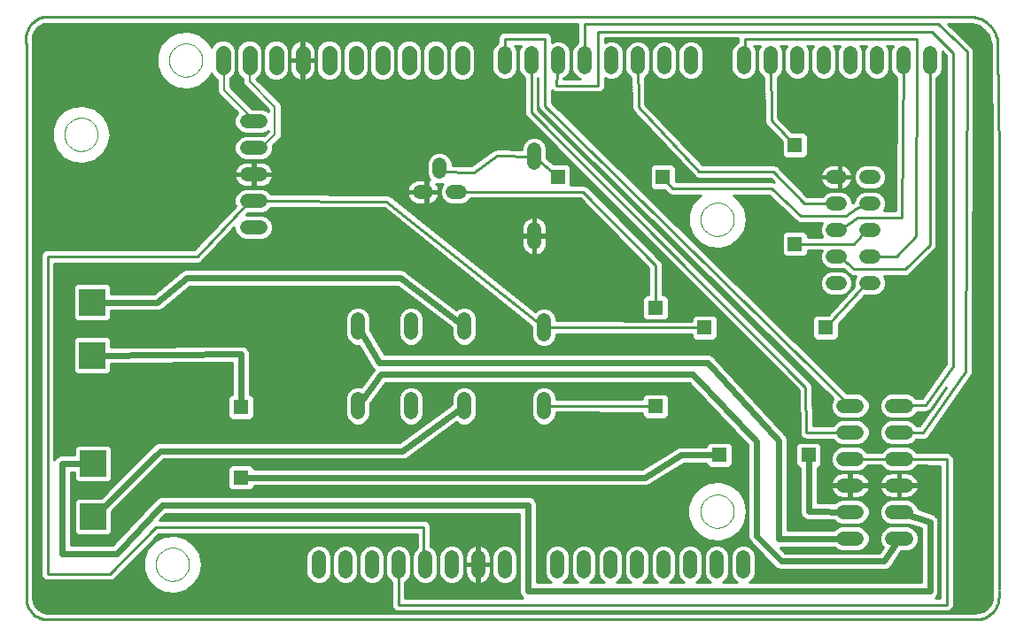
<source format=gtl>
G75*
%MOIN*%
%OFA0B0*%
%FSLAX24Y24*%
%IPPOS*%
%LPD*%
%AMOC8*
5,1,8,0,0,1.08239X$1,22.5*
%
%ADD10C,0.0100*%
%ADD11C,0.0000*%
%ADD12C,0.0525*%
%ADD13C,0.0560*%
%ADD14R,0.1000X0.1000*%
%ADD15C,0.0080*%
%ADD16R,0.0560X0.0560*%
%ADD17C,0.0240*%
D10*
X008290Y005539D02*
X008183Y005671D01*
X008123Y005830D01*
X008112Y005911D01*
X008112Y026803D01*
X008117Y026830D01*
X008112Y026854D01*
X008112Y026879D01*
X008105Y026898D01*
X008094Y026976D01*
X008115Y027167D01*
X008193Y027342D01*
X008322Y027485D01*
X008488Y027580D01*
X008562Y027602D01*
X028595Y027602D01*
X028595Y026886D01*
X028587Y026882D01*
X028455Y026750D01*
X028383Y026577D01*
X028383Y025865D01*
X028455Y025692D01*
X028587Y025560D01*
X028686Y025519D01*
X028082Y025519D01*
X028083Y025545D01*
X028120Y025560D01*
X028252Y025692D01*
X028324Y025865D01*
X028324Y026577D01*
X028252Y026750D01*
X028120Y026882D01*
X027947Y026954D01*
X027760Y026954D01*
X027631Y026901D01*
X027631Y027072D01*
X027592Y027167D01*
X027519Y027240D01*
X027425Y027279D01*
X025802Y027279D01*
X025707Y027240D01*
X025635Y027167D01*
X025595Y027072D01*
X025595Y026886D01*
X025587Y026882D01*
X025455Y026750D01*
X025383Y026577D01*
X025383Y025865D01*
X025455Y025692D01*
X025587Y025560D01*
X025760Y025488D01*
X025947Y025488D01*
X026120Y025560D01*
X026252Y025692D01*
X026324Y025865D01*
X026324Y026577D01*
X026252Y026750D01*
X026239Y026763D01*
X026468Y026763D01*
X026455Y026750D01*
X026383Y026577D01*
X026383Y025865D01*
X026455Y025692D01*
X026587Y025560D01*
X026595Y025556D01*
X026595Y024261D01*
X026595Y024210D01*
X026595Y024210D01*
X026595Y024210D01*
X026615Y024162D01*
X026634Y024115D01*
X026635Y024115D01*
X026671Y024079D01*
X036918Y013792D01*
X036955Y012176D01*
X036956Y012127D01*
X036957Y012125D01*
X036957Y012124D01*
X036977Y012078D01*
X036997Y012032D01*
X036998Y012031D01*
X036998Y012030D01*
X037034Y011995D01*
X037070Y011961D01*
X037071Y011960D01*
X037072Y011959D01*
X037119Y011941D01*
X037165Y011923D01*
X037167Y011923D01*
X037168Y011922D01*
X037218Y011923D01*
X038192Y011935D01*
X038192Y011935D01*
X038324Y011802D01*
X038497Y011731D01*
X039209Y011731D01*
X039382Y011802D01*
X039515Y011935D01*
X039586Y012107D01*
X039586Y012295D01*
X039515Y012467D01*
X039382Y012600D01*
X039209Y012671D01*
X038497Y012671D01*
X038324Y012600D01*
X038192Y012467D01*
X038185Y012451D01*
X037465Y012442D01*
X037431Y013904D01*
X037772Y013904D01*
X037872Y013806D02*
X037433Y013806D01*
X037431Y013904D02*
X037431Y013952D01*
X037430Y013955D01*
X037430Y013958D01*
X037411Y014002D01*
X037392Y014047D01*
X037390Y014049D01*
X037388Y014052D01*
X037354Y014085D01*
X027111Y024368D01*
X027111Y025556D01*
X027115Y025558D01*
X027115Y024551D01*
X027115Y024550D01*
X027115Y024500D01*
X027115Y024450D01*
X027116Y024449D01*
X027116Y024448D01*
X027136Y024401D01*
X027155Y024355D01*
X027155Y024354D01*
X027156Y024353D01*
X027192Y024318D01*
X027227Y024282D01*
X027228Y024282D01*
X038203Y013479D01*
X038192Y013467D01*
X038120Y013295D01*
X038120Y013107D01*
X038192Y012935D01*
X038324Y012802D01*
X038497Y012731D01*
X039209Y012731D01*
X039382Y012802D01*
X039515Y012935D01*
X039586Y013107D01*
X039586Y013295D01*
X039515Y013467D01*
X039382Y013600D01*
X039209Y013671D01*
X038743Y013671D01*
X027631Y024609D01*
X027631Y025078D01*
X027658Y025049D01*
X027663Y025046D01*
X027667Y025042D01*
X027710Y025025D01*
X027751Y025005D01*
X027757Y025005D01*
X027762Y025003D01*
X027808Y025003D01*
X027854Y025001D01*
X027859Y025003D01*
X029425Y025003D01*
X029519Y025042D01*
X029592Y025115D01*
X029631Y025210D01*
X029631Y025541D01*
X029760Y025488D01*
X029947Y025488D01*
X030120Y025560D01*
X030252Y025692D01*
X030324Y025865D01*
X030324Y026577D01*
X030252Y026750D01*
X030120Y026882D01*
X029947Y026954D01*
X029760Y026954D01*
X029631Y026901D01*
X029631Y027043D01*
X034635Y027043D01*
X034635Y027027D01*
X034629Y026900D01*
X034587Y026882D01*
X034455Y026750D01*
X034383Y026577D01*
X034383Y025865D01*
X034455Y025692D01*
X034587Y025560D01*
X034760Y025488D01*
X034947Y025488D01*
X035120Y025560D01*
X035252Y025692D01*
X035324Y025865D01*
X035324Y026577D01*
X035252Y026750D01*
X035239Y026763D01*
X035468Y026763D01*
X035455Y026750D01*
X035383Y026577D01*
X035383Y025865D01*
X035455Y025692D01*
X035587Y025560D01*
X035607Y025551D01*
X035635Y023942D01*
X035634Y023895D01*
X035636Y023890D01*
X035636Y023885D01*
X035655Y023843D01*
X035672Y023800D01*
X035675Y023796D01*
X035677Y023791D01*
X035711Y023759D01*
X036285Y023158D01*
X036285Y022655D01*
X036407Y022533D01*
X037139Y022533D01*
X037261Y022655D01*
X037261Y023387D01*
X037139Y023509D01*
X036664Y023509D01*
X036149Y024046D01*
X036123Y025563D01*
X036252Y025692D01*
X036324Y025865D01*
X036324Y026577D01*
X036252Y026750D01*
X036239Y026763D01*
X036468Y026763D01*
X036455Y026750D01*
X036383Y026577D01*
X036383Y025865D01*
X036455Y025692D01*
X036587Y025560D01*
X036760Y025488D01*
X036947Y025488D01*
X037120Y025560D01*
X037252Y025692D01*
X037324Y025865D01*
X037324Y026577D01*
X037252Y026750D01*
X037239Y026763D01*
X037468Y026763D01*
X037455Y026750D01*
X037383Y026577D01*
X037383Y025865D01*
X037455Y025692D01*
X037587Y025560D01*
X037760Y025488D01*
X037947Y025488D01*
X038120Y025560D01*
X038252Y025692D01*
X038324Y025865D01*
X038324Y026577D01*
X038252Y026750D01*
X038239Y026763D01*
X038468Y026763D01*
X038455Y026750D01*
X038383Y026577D01*
X038383Y025865D01*
X038455Y025692D01*
X038587Y025560D01*
X038760Y025488D01*
X038947Y025488D01*
X039120Y025560D01*
X039252Y025692D01*
X039324Y025865D01*
X039324Y026577D01*
X039252Y026750D01*
X039239Y026763D01*
X039468Y026763D01*
X039455Y026750D01*
X039383Y026577D01*
X039383Y025865D01*
X039455Y025692D01*
X039587Y025560D01*
X039760Y025488D01*
X039947Y025488D01*
X040120Y025560D01*
X040252Y025692D01*
X040324Y025865D01*
X040324Y026577D01*
X040252Y026750D01*
X040239Y026763D01*
X040468Y026763D01*
X040455Y026750D01*
X040383Y026577D01*
X040383Y025865D01*
X040455Y025692D01*
X040587Y025560D01*
X040591Y025558D01*
X040557Y020559D01*
X040136Y020559D01*
X040206Y020727D01*
X040206Y020915D01*
X040135Y021087D01*
X040002Y021220D01*
X039829Y021291D01*
X039380Y021291D01*
X039207Y021220D01*
X039075Y021087D01*
X039003Y020915D01*
X039003Y020883D01*
X038963Y020864D01*
X038944Y020858D01*
X038944Y020915D01*
X038872Y021087D01*
X038740Y021220D01*
X038567Y021291D01*
X038117Y021291D01*
X037944Y021220D01*
X037812Y021087D01*
X037809Y021079D01*
X037243Y021079D01*
X036193Y022165D01*
X036192Y022167D01*
X036157Y022202D01*
X036123Y022237D01*
X036121Y022238D01*
X036119Y022240D01*
X036074Y022258D01*
X036029Y022278D01*
X036027Y022278D01*
X036025Y022279D01*
X035975Y022279D01*
X035926Y022280D01*
X035924Y022279D01*
X033285Y022279D01*
X031149Y024565D01*
X031126Y025566D01*
X031252Y025692D01*
X031324Y025865D01*
X031324Y026577D01*
X031252Y026750D01*
X031120Y026882D01*
X030947Y026954D01*
X030760Y026954D01*
X030587Y026882D01*
X030455Y026750D01*
X030383Y026577D01*
X030383Y025865D01*
X030455Y025692D01*
X030587Y025560D01*
X030611Y025550D01*
X030635Y024462D01*
X030634Y024418D01*
X030637Y024411D01*
X030637Y024404D01*
X030654Y024364D01*
X030670Y024322D01*
X030675Y024317D01*
X030678Y024310D01*
X030710Y024280D01*
X032953Y021879D01*
X032955Y021875D01*
X032988Y021842D01*
X033020Y021807D01*
X033024Y021806D01*
X033027Y021802D01*
X033071Y021784D01*
X032301Y021784D01*
X032301Y021686D02*
X035939Y021686D01*
X035935Y021641D02*
X035889Y021639D01*
X032301Y021639D01*
X032301Y022187D01*
X032179Y022309D01*
X031447Y022309D01*
X031325Y022187D01*
X031325Y021455D01*
X031447Y021333D01*
X031879Y021333D01*
X031950Y021247D01*
X031955Y021235D01*
X031982Y021208D01*
X032006Y021178D01*
X032018Y021172D01*
X032027Y021162D01*
X032063Y021148D01*
X032097Y021130D01*
X032110Y021128D01*
X032122Y021123D01*
X032160Y021123D01*
X032199Y021119D01*
X032211Y021123D01*
X033217Y021123D01*
X033184Y021107D01*
X032910Y020805D01*
X032762Y020425D01*
X032762Y020017D01*
X032910Y019637D01*
X032910Y019637D01*
X033184Y019335D01*
X033184Y019335D01*
X033550Y019153D01*
X033956Y019116D01*
X034348Y019227D01*
X034674Y019473D01*
X034674Y019473D01*
X034674Y019473D01*
X034888Y019820D01*
X034963Y020221D01*
X034888Y020622D01*
X034674Y020969D01*
X034674Y020969D01*
X034674Y020969D01*
X034469Y021123D01*
X035792Y021123D01*
X036834Y020155D01*
X036867Y020122D01*
X036872Y020120D01*
X036875Y020117D01*
X036919Y020101D01*
X036962Y020083D01*
X036967Y020083D01*
X036972Y020081D01*
X037018Y020083D01*
X037810Y020083D01*
X037740Y019915D01*
X037740Y019727D01*
X037810Y019559D01*
X037261Y019559D01*
X037261Y019667D01*
X037139Y019789D01*
X036407Y019789D01*
X036285Y019667D01*
X036285Y018935D01*
X036407Y018813D01*
X037139Y018813D01*
X037261Y018935D01*
X037261Y019043D01*
X037794Y019043D01*
X037740Y018915D01*
X037740Y018727D01*
X037812Y018555D01*
X037944Y018422D01*
X038117Y018351D01*
X038567Y018351D01*
X038599Y018364D01*
X038836Y018153D01*
X038867Y018122D01*
X038874Y018119D01*
X038880Y018114D01*
X038922Y018100D01*
X038962Y018083D01*
X038970Y018083D01*
X038977Y018081D01*
X039021Y018083D01*
X039073Y018083D01*
X039003Y017915D01*
X039003Y017727D01*
X039014Y017701D01*
X038031Y016629D01*
X037567Y016629D01*
X037445Y016507D01*
X037445Y015775D01*
X037567Y015653D01*
X038299Y015653D01*
X038421Y015775D01*
X038421Y016292D01*
X039392Y017351D01*
X039829Y017351D01*
X040002Y017422D01*
X040135Y017555D01*
X040206Y017727D01*
X040206Y017915D01*
X040136Y018083D01*
X040985Y018083D01*
X041079Y018122D01*
X041999Y019042D01*
X042072Y019115D01*
X042111Y019210D01*
X042111Y025556D01*
X042120Y025560D01*
X042252Y025692D01*
X042324Y025865D01*
X042324Y026546D01*
X042475Y026394D01*
X042475Y014783D01*
X041557Y013476D01*
X041350Y013472D01*
X041222Y013600D01*
X041049Y013671D01*
X040337Y013671D01*
X040164Y013600D01*
X040032Y013467D01*
X039960Y013295D01*
X039960Y013107D01*
X040032Y012935D01*
X040164Y012802D01*
X040337Y012731D01*
X041049Y012731D01*
X041222Y012802D01*
X041355Y012935D01*
X041364Y012956D01*
X041667Y012963D01*
X041687Y012958D01*
X041718Y012964D01*
X041750Y012964D01*
X041768Y012972D01*
X041788Y012976D01*
X041815Y012993D01*
X041844Y013005D01*
X041858Y013020D01*
X041875Y013031D01*
X041893Y013057D01*
X041915Y013079D01*
X041922Y013098D01*
X042483Y013897D01*
X041480Y012442D01*
X041364Y012444D01*
X041355Y012467D01*
X041222Y012600D01*
X041049Y012671D01*
X040337Y012671D01*
X040164Y012600D01*
X040032Y012467D01*
X039960Y012295D01*
X039960Y012107D01*
X040032Y011935D01*
X040164Y011802D01*
X040337Y011731D01*
X041049Y011731D01*
X041222Y011802D01*
X041349Y011929D01*
X041583Y011924D01*
X041609Y011918D01*
X041634Y011923D01*
X041659Y011922D01*
X041684Y011932D01*
X041710Y011937D01*
X041731Y011950D01*
X041755Y011959D01*
X041774Y011978D01*
X041796Y011992D01*
X041811Y012013D01*
X041829Y012030D01*
X041840Y012055D01*
X043412Y014335D01*
X043431Y014354D01*
X043441Y014377D01*
X043455Y014397D01*
X043460Y014424D01*
X043471Y014449D01*
X043471Y014473D01*
X043476Y014497D01*
X043471Y014524D01*
X043511Y026492D01*
X043512Y026495D01*
X043511Y026543D01*
X043511Y026591D01*
X043510Y026594D01*
X043510Y026597D01*
X043491Y026642D01*
X043472Y026686D01*
X043470Y026688D01*
X043469Y026691D01*
X043434Y026725D01*
X043400Y026759D01*
X043397Y026760D01*
X042523Y027602D01*
X043333Y027602D01*
X043462Y027592D01*
X043706Y027512D01*
X043914Y027361D01*
X044065Y027154D01*
X044144Y026909D01*
X044154Y026787D01*
X044154Y026740D01*
X044154Y026729D01*
X044194Y022520D01*
X044194Y005986D01*
X044185Y005893D01*
X044122Y005716D01*
X044008Y005566D01*
X043854Y005459D01*
X043674Y005405D01*
X043581Y005400D01*
X043576Y005400D01*
X043528Y005401D01*
X043525Y005400D01*
X008738Y005400D01*
X008732Y005402D01*
X008687Y005400D01*
X008669Y005400D01*
X008595Y005402D01*
X008432Y005446D01*
X008290Y005539D01*
X008301Y005531D02*
X021658Y005531D01*
X021635Y005555D02*
X021707Y005482D01*
X021802Y005443D01*
X042545Y005443D01*
X042639Y005482D01*
X042712Y005555D01*
X042751Y005650D01*
X042751Y011180D01*
X042752Y011229D01*
X042751Y011231D01*
X042751Y011232D01*
X042732Y011278D01*
X042714Y011325D01*
X042713Y011326D01*
X042712Y011327D01*
X042677Y011362D01*
X042642Y011398D01*
X042640Y011399D01*
X042639Y011400D01*
X042593Y011419D01*
X042547Y011438D01*
X042546Y011438D01*
X042545Y011439D01*
X042495Y011439D01*
X041361Y011451D01*
X041355Y011467D01*
X041222Y011600D01*
X041049Y011671D01*
X040337Y011671D01*
X040164Y011600D01*
X040032Y011467D01*
X040029Y011459D01*
X039518Y011459D01*
X039515Y011467D01*
X039382Y011600D01*
X039209Y011671D01*
X038497Y011671D01*
X038324Y011600D01*
X038192Y011467D01*
X038120Y011295D01*
X038120Y011107D01*
X038192Y010935D01*
X038324Y010802D01*
X038497Y010731D01*
X039209Y010731D01*
X039382Y010802D01*
X039515Y010935D01*
X039518Y010943D01*
X040029Y010943D01*
X040032Y010935D01*
X040164Y010802D01*
X040337Y010731D01*
X041049Y010731D01*
X041222Y010802D01*
X041355Y010935D01*
X041355Y010936D01*
X042235Y010926D01*
X042235Y005959D01*
X042055Y005959D01*
X042131Y006035D01*
X042181Y006156D01*
X042181Y008769D01*
X042185Y008781D01*
X042181Y008833D01*
X042181Y008886D01*
X042176Y008898D01*
X042175Y008911D01*
X042151Y008958D01*
X042131Y009007D01*
X042122Y009016D01*
X042116Y009027D01*
X042076Y009062D01*
X042039Y009099D01*
X042027Y009104D01*
X042017Y009112D01*
X041967Y009129D01*
X041919Y009149D01*
X041906Y009149D01*
X041421Y009308D01*
X041355Y009467D01*
X041222Y009600D01*
X041049Y009671D01*
X040337Y009671D01*
X040164Y009600D01*
X040032Y009467D01*
X039960Y009295D01*
X039960Y009107D01*
X040032Y008935D01*
X040164Y008802D01*
X040337Y008731D01*
X041049Y008731D01*
X041061Y008735D01*
X041525Y008583D01*
X041525Y006549D01*
X035074Y006549D01*
X035100Y006560D01*
X035232Y006692D01*
X035304Y006865D01*
X035304Y007577D01*
X035232Y007750D01*
X035100Y007882D01*
X034927Y007954D01*
X034740Y007954D01*
X034567Y007882D01*
X034435Y007750D01*
X034363Y007577D01*
X034363Y006865D01*
X034435Y006692D01*
X034567Y006560D01*
X034593Y006549D01*
X034074Y006549D01*
X034100Y006560D01*
X034232Y006692D01*
X034304Y006865D01*
X034304Y007577D01*
X034232Y007750D01*
X034100Y007882D01*
X033927Y007954D01*
X033740Y007954D01*
X033567Y007882D01*
X033435Y007750D01*
X033363Y007577D01*
X033363Y006865D01*
X033435Y006692D01*
X033567Y006560D01*
X033593Y006549D01*
X033074Y006549D01*
X033100Y006560D01*
X033232Y006692D01*
X033304Y006865D01*
X033304Y007577D01*
X033232Y007750D01*
X033100Y007882D01*
X032927Y007954D01*
X032740Y007954D01*
X032567Y007882D01*
X032435Y007750D01*
X032363Y007577D01*
X032363Y006865D01*
X032435Y006692D01*
X032567Y006560D01*
X032593Y006549D01*
X032074Y006549D01*
X032100Y006560D01*
X032232Y006692D01*
X032304Y006865D01*
X032304Y007577D01*
X032232Y007750D01*
X032100Y007882D01*
X031927Y007954D01*
X031740Y007954D01*
X031567Y007882D01*
X031435Y007750D01*
X031363Y007577D01*
X031363Y006865D01*
X031435Y006692D01*
X031567Y006560D01*
X031593Y006549D01*
X031074Y006549D01*
X031100Y006560D01*
X031232Y006692D01*
X031304Y006865D01*
X031304Y007577D01*
X031232Y007750D01*
X031100Y007882D01*
X030927Y007954D01*
X030740Y007954D01*
X030567Y007882D01*
X030435Y007750D01*
X030363Y007577D01*
X030363Y006865D01*
X030435Y006692D01*
X030567Y006560D01*
X030593Y006549D01*
X030074Y006549D01*
X030100Y006560D01*
X030232Y006692D01*
X030304Y006865D01*
X030304Y007577D01*
X030232Y007750D01*
X030100Y007882D01*
X029927Y007954D01*
X029740Y007954D01*
X029567Y007882D01*
X029435Y007750D01*
X029363Y007577D01*
X029363Y006865D01*
X029435Y006692D01*
X029567Y006560D01*
X029593Y006549D01*
X029074Y006549D01*
X029100Y006560D01*
X029232Y006692D01*
X029304Y006865D01*
X029304Y007577D01*
X029232Y007750D01*
X029100Y007882D01*
X028927Y007954D01*
X028740Y007954D01*
X028567Y007882D01*
X028435Y007750D01*
X028363Y007577D01*
X028363Y006865D01*
X028435Y006692D01*
X028567Y006560D01*
X028593Y006549D01*
X028074Y006549D01*
X028100Y006560D01*
X028232Y006692D01*
X028304Y006865D01*
X028304Y007577D01*
X028232Y007750D01*
X028100Y007882D01*
X027927Y007954D01*
X027740Y007954D01*
X027567Y007882D01*
X027435Y007750D01*
X027363Y007577D01*
X027363Y006865D01*
X027435Y006692D01*
X027567Y006560D01*
X027593Y006549D01*
X027061Y006549D01*
X027061Y009526D01*
X027011Y009647D01*
X026919Y009739D01*
X026799Y009789D01*
X013033Y009789D01*
X013027Y009791D01*
X012968Y009789D01*
X012908Y009789D01*
X012903Y009787D01*
X012897Y009786D01*
X012843Y009762D01*
X012788Y009739D01*
X012784Y009735D01*
X012778Y009733D01*
X012738Y009689D01*
X012695Y009647D01*
X012693Y009641D01*
X011111Y007949D01*
X009541Y007949D01*
X009541Y010693D01*
X009665Y010693D01*
X009665Y010435D01*
X009787Y010313D01*
X010959Y010313D01*
X011081Y010435D01*
X011081Y011607D01*
X010959Y011729D01*
X009787Y011729D01*
X009665Y011607D01*
X009665Y011349D01*
X009148Y011349D01*
X009028Y011299D01*
X008935Y011207D01*
X008911Y011148D01*
X008911Y018563D01*
X014246Y018563D01*
X014250Y018562D01*
X014297Y018563D01*
X014345Y018563D01*
X014348Y018565D01*
X014352Y018565D01*
X014396Y018584D01*
X014439Y018602D01*
X014442Y018605D01*
X014446Y018607D01*
X014478Y018641D01*
X014512Y018675D01*
X014513Y018679D01*
X015680Y019919D01*
X015680Y019827D01*
X015752Y019655D01*
X015884Y019522D01*
X016057Y019451D01*
X016769Y019451D01*
X016942Y019522D01*
X017075Y019655D01*
X017146Y019827D01*
X017146Y020015D01*
X017075Y020187D01*
X016942Y020320D01*
X016769Y020391D01*
X016125Y020391D01*
X016181Y020451D01*
X016769Y020451D01*
X016942Y020522D01*
X017075Y020655D01*
X017077Y020660D01*
X021322Y020643D01*
X026863Y016198D01*
X026863Y015795D01*
X026935Y015622D01*
X027067Y015490D01*
X027240Y015418D01*
X027427Y015418D01*
X027600Y015490D01*
X027732Y015622D01*
X027804Y015795D01*
X027804Y015892D01*
X032885Y015884D01*
X032885Y015775D01*
X033007Y015653D01*
X033739Y015653D01*
X033861Y015775D01*
X033861Y016507D01*
X033739Y016629D01*
X033007Y016629D01*
X032885Y016507D01*
X032885Y016400D01*
X027804Y016408D01*
X027804Y016507D01*
X027732Y016680D01*
X027600Y016812D01*
X027427Y016884D01*
X027240Y016884D01*
X027067Y016812D01*
X027002Y016747D01*
X021586Y021093D01*
X021560Y021119D01*
X021546Y021125D01*
X021535Y021134D01*
X021499Y021144D01*
X021466Y021159D01*
X021451Y021159D01*
X021436Y021163D01*
X021400Y021159D01*
X017079Y021176D01*
X017075Y021187D01*
X016942Y021320D01*
X016769Y021391D01*
X016057Y021391D01*
X015884Y021320D01*
X015752Y021187D01*
X015680Y021015D01*
X015680Y020827D01*
X015725Y020719D01*
X014182Y019079D01*
X008602Y019079D01*
X008507Y019040D01*
X008435Y018967D01*
X008395Y018872D01*
X008395Y006810D01*
X008435Y006715D01*
X008507Y006642D01*
X008602Y006603D01*
X010964Y006603D01*
X010965Y006603D01*
X011015Y006603D01*
X011065Y006603D01*
X011066Y006604D01*
X011068Y006604D01*
X011113Y006623D01*
X011159Y006642D01*
X011160Y006643D01*
X011162Y006644D01*
X011197Y006680D01*
X011232Y006715D01*
X011233Y006716D01*
X012842Y008363D01*
X022555Y008363D01*
X022555Y007851D01*
X022455Y007750D01*
X022383Y007577D01*
X022383Y006865D01*
X022455Y006692D01*
X022587Y006560D01*
X022760Y006488D01*
X022947Y006488D01*
X023120Y006560D01*
X023252Y006692D01*
X023324Y006865D01*
X023324Y007577D01*
X023252Y007750D01*
X023120Y007882D01*
X023071Y007902D01*
X023071Y008672D01*
X023032Y008767D01*
X022959Y008840D01*
X022865Y008879D01*
X012878Y008879D01*
X013116Y009133D01*
X026405Y009133D01*
X026405Y006156D01*
X026455Y006035D01*
X026532Y005959D01*
X022111Y005959D01*
X022111Y006556D01*
X022120Y006560D01*
X022252Y006692D01*
X022324Y006865D01*
X022324Y007577D01*
X022252Y007750D01*
X022120Y007882D01*
X021947Y007954D01*
X021760Y007954D01*
X021587Y007882D01*
X021455Y007750D01*
X021383Y007577D01*
X021383Y006865D01*
X021455Y006692D01*
X021587Y006560D01*
X021595Y006556D01*
X021595Y005650D01*
X021635Y005555D01*
X021604Y005630D02*
X008217Y005630D01*
X008161Y005728D02*
X021595Y005728D01*
X021595Y005827D02*
X008124Y005827D01*
X008112Y005925D02*
X021595Y005925D01*
X021595Y006024D02*
X008112Y006024D01*
X008112Y006123D02*
X013383Y006123D01*
X013456Y006116D02*
X013456Y006116D01*
X013848Y006227D01*
X014174Y006473D01*
X014174Y006473D01*
X014174Y006473D01*
X014388Y006820D01*
X014463Y007221D01*
X014388Y007622D01*
X014174Y007969D01*
X014174Y007969D01*
X014174Y007969D01*
X013848Y008215D01*
X013456Y008326D01*
X013456Y008326D01*
X013050Y008289D01*
X012684Y008107D01*
X012410Y007805D01*
X012262Y007425D01*
X012262Y007017D01*
X012410Y006637D01*
X012684Y006335D01*
X013050Y006153D01*
X013456Y006116D01*
X013480Y006123D02*
X021595Y006123D01*
X021595Y006221D02*
X013826Y006221D01*
X013848Y006227D02*
X013848Y006227D01*
X013970Y006320D02*
X021595Y006320D01*
X021595Y006418D02*
X014101Y006418D01*
X014200Y006517D02*
X018691Y006517D01*
X018760Y006488D02*
X018947Y006488D01*
X019120Y006560D01*
X019252Y006692D01*
X019324Y006865D01*
X019324Y007577D01*
X019252Y007750D01*
X019120Y007882D01*
X018947Y007954D01*
X018760Y007954D01*
X018587Y007882D01*
X018455Y007750D01*
X018383Y007577D01*
X018383Y006865D01*
X018455Y006692D01*
X018587Y006560D01*
X018760Y006488D01*
X019015Y006517D02*
X019691Y006517D01*
X019760Y006488D02*
X019947Y006488D01*
X020120Y006560D01*
X020252Y006692D01*
X020324Y006865D01*
X020324Y007577D01*
X020252Y007750D01*
X020120Y007882D01*
X019947Y007954D01*
X019760Y007954D01*
X019587Y007882D01*
X019455Y007750D01*
X019383Y007577D01*
X019383Y006865D01*
X019455Y006692D01*
X019587Y006560D01*
X019760Y006488D01*
X020015Y006517D02*
X020691Y006517D01*
X020760Y006488D02*
X020947Y006488D01*
X021120Y006560D01*
X021252Y006692D01*
X021324Y006865D01*
X021324Y007577D01*
X021252Y007750D01*
X021120Y007882D01*
X020947Y007954D01*
X020760Y007954D01*
X020587Y007882D01*
X020455Y007750D01*
X020383Y007577D01*
X020383Y006865D01*
X020455Y006692D01*
X020587Y006560D01*
X020760Y006488D01*
X021015Y006517D02*
X021595Y006517D01*
X021532Y006615D02*
X021175Y006615D01*
X021261Y006714D02*
X021446Y006714D01*
X021405Y006812D02*
X021302Y006812D01*
X021324Y006911D02*
X021383Y006911D01*
X021383Y007009D02*
X021324Y007009D01*
X021324Y007108D02*
X021383Y007108D01*
X021383Y007206D02*
X021324Y007206D01*
X021324Y007305D02*
X021383Y007305D01*
X021383Y007403D02*
X021324Y007403D01*
X021324Y007502D02*
X021383Y007502D01*
X021392Y007600D02*
X021314Y007600D01*
X021273Y007699D02*
X021433Y007699D01*
X021502Y007797D02*
X021205Y007797D01*
X021088Y007896D02*
X021619Y007896D01*
X022088Y007896D02*
X022555Y007896D01*
X022555Y007994D02*
X014140Y007994D01*
X014219Y007896D02*
X018619Y007896D01*
X018502Y007797D02*
X014280Y007797D01*
X014341Y007699D02*
X018433Y007699D01*
X018392Y007600D02*
X014392Y007600D01*
X014388Y007622D02*
X014388Y007622D01*
X014411Y007502D02*
X018383Y007502D01*
X018383Y007403D02*
X014429Y007403D01*
X014448Y007305D02*
X018383Y007305D01*
X018383Y007206D02*
X014461Y007206D01*
X014442Y007108D02*
X018383Y007108D01*
X018383Y007009D02*
X014424Y007009D01*
X014405Y006911D02*
X018383Y006911D01*
X018405Y006812D02*
X014383Y006812D01*
X014388Y006820D02*
X014388Y006820D01*
X014322Y006714D02*
X018446Y006714D01*
X018532Y006615D02*
X014261Y006615D01*
X013050Y006153D02*
X013050Y006153D01*
X012914Y006221D02*
X008112Y006221D01*
X008112Y006320D02*
X012716Y006320D01*
X012684Y006335D02*
X012684Y006335D01*
X012609Y006418D02*
X008112Y006418D01*
X008112Y006517D02*
X012519Y006517D01*
X012429Y006615D02*
X011094Y006615D01*
X011231Y006714D02*
X012380Y006714D01*
X012410Y006637D02*
X012410Y006637D01*
X012342Y006812D02*
X011326Y006812D01*
X011422Y006911D02*
X012304Y006911D01*
X012265Y007009D02*
X011519Y007009D01*
X011615Y007108D02*
X012262Y007108D01*
X012262Y007206D02*
X011711Y007206D01*
X011807Y007305D02*
X012262Y007305D01*
X012262Y007403D02*
X011904Y007403D01*
X012000Y007502D02*
X012292Y007502D01*
X012330Y007600D02*
X012096Y007600D01*
X012192Y007699D02*
X012368Y007699D01*
X012406Y007797D02*
X012289Y007797D01*
X012410Y007805D02*
X012410Y007805D01*
X012385Y007896D02*
X012492Y007896D01*
X012481Y007994D02*
X012582Y007994D01*
X012577Y008093D02*
X012671Y008093D01*
X012684Y008107D02*
X012684Y008107D01*
X012684Y008107D01*
X012674Y008191D02*
X012854Y008191D01*
X012770Y008290D02*
X013059Y008290D01*
X013050Y008289D02*
X013050Y008289D01*
X012733Y008621D02*
X011013Y006861D01*
X008653Y006861D01*
X008653Y018821D01*
X014293Y018821D01*
X016213Y020861D01*
X016413Y020921D01*
X021413Y020901D01*
X027333Y016151D01*
X033373Y016141D01*
X033861Y016170D02*
X034550Y016170D01*
X034451Y016268D02*
X033861Y016268D01*
X033861Y016367D02*
X034353Y016367D01*
X034255Y016465D02*
X033861Y016465D01*
X033805Y016564D02*
X034157Y016564D01*
X034059Y016662D02*
X032021Y016662D01*
X032021Y016564D02*
X032942Y016564D01*
X032885Y016465D02*
X031951Y016465D01*
X031899Y016413D02*
X032021Y016535D01*
X032021Y017267D01*
X031899Y017389D01*
X031791Y017389D01*
X031791Y018500D01*
X031792Y018550D01*
X031791Y018551D01*
X031791Y018552D01*
X031772Y018599D01*
X031753Y018645D01*
X031752Y018646D01*
X031752Y018647D01*
X031716Y018683D01*
X029032Y021406D01*
X029032Y021407D01*
X028996Y021443D01*
X028961Y021479D01*
X028960Y021479D01*
X028959Y021480D01*
X028913Y021499D01*
X028867Y021518D01*
X028866Y021518D01*
X028865Y021519D01*
X028814Y021519D01*
X028764Y021519D01*
X028763Y021519D01*
X028341Y021519D01*
X028341Y022187D01*
X028219Y022309D01*
X027692Y022309D01*
X027444Y022529D01*
X027444Y022957D01*
X027372Y023130D01*
X027240Y023262D01*
X027067Y023334D01*
X026880Y023334D01*
X026707Y023262D01*
X026575Y023130D01*
X026503Y022957D01*
X026503Y022866D01*
X025595Y022879D01*
X025563Y022884D01*
X025545Y022879D01*
X025526Y022880D01*
X025495Y022867D01*
X025463Y022860D01*
X025448Y022849D01*
X025430Y022842D01*
X025407Y022819D01*
X024612Y022241D01*
X023884Y022258D01*
X023884Y022367D01*
X023812Y022540D01*
X023680Y022672D01*
X023507Y022744D01*
X023320Y022744D01*
X023147Y022672D01*
X023015Y022540D01*
X022943Y022367D01*
X022943Y021917D01*
X023015Y021745D01*
X023044Y021715D01*
X023024Y021722D01*
X022951Y021733D01*
X022951Y021299D01*
X022876Y021299D01*
X022876Y021733D01*
X022614Y021733D01*
X022540Y021722D01*
X022469Y021699D01*
X022403Y021665D01*
X022343Y021621D01*
X022290Y021569D01*
X022247Y021509D01*
X022213Y021442D01*
X022190Y021372D01*
X022178Y021299D01*
X022876Y021299D01*
X022876Y021223D01*
X022951Y021223D01*
X022951Y020789D01*
X023024Y020800D01*
X023095Y020823D01*
X023161Y020857D01*
X023221Y020901D01*
X023274Y020953D01*
X023317Y021013D01*
X023351Y021080D01*
X023374Y021150D01*
X023386Y021223D01*
X022951Y021223D01*
X022951Y021299D01*
X023386Y021299D01*
X023374Y021372D01*
X023351Y021442D01*
X023317Y021509D01*
X023283Y021556D01*
X023320Y021541D01*
X023507Y021541D01*
X023543Y021555D01*
X023515Y021527D01*
X023443Y021355D01*
X023443Y021167D01*
X023515Y020995D01*
X023647Y020862D01*
X023820Y020791D01*
X024269Y020791D01*
X024442Y020862D01*
X024575Y020995D01*
X024578Y021003D01*
X028705Y021003D01*
X031275Y018395D01*
X031275Y017389D01*
X031167Y017389D01*
X031045Y017267D01*
X031045Y016535D01*
X031167Y016413D01*
X031899Y016413D01*
X032021Y016761D02*
X033961Y016761D01*
X033863Y016859D02*
X032021Y016859D01*
X032021Y016958D02*
X033765Y016958D01*
X033667Y017056D02*
X032021Y017056D01*
X032021Y017155D02*
X033568Y017155D01*
X033470Y017253D02*
X032021Y017253D01*
X031937Y017352D02*
X033372Y017352D01*
X033274Y017450D02*
X031791Y017450D01*
X031791Y017549D02*
X033176Y017549D01*
X033078Y017647D02*
X031791Y017647D01*
X031791Y017746D02*
X032980Y017746D01*
X032882Y017844D02*
X031791Y017844D01*
X031791Y017943D02*
X032783Y017943D01*
X032685Y018041D02*
X031791Y018041D01*
X031791Y018140D02*
X032587Y018140D01*
X032489Y018238D02*
X031791Y018238D01*
X031791Y018337D02*
X032391Y018337D01*
X032293Y018435D02*
X031791Y018435D01*
X031791Y018534D02*
X032195Y018534D01*
X032097Y018632D02*
X031758Y018632D01*
X031669Y018731D02*
X031998Y018731D01*
X031900Y018829D02*
X031572Y018829D01*
X031475Y018928D02*
X031802Y018928D01*
X031704Y019026D02*
X031378Y019026D01*
X031281Y019125D02*
X031606Y019125D01*
X031508Y019223D02*
X031184Y019223D01*
X031087Y019322D02*
X031410Y019322D01*
X031312Y019420D02*
X030990Y019420D01*
X030893Y019519D02*
X031214Y019519D01*
X031115Y019617D02*
X030796Y019617D01*
X030698Y019716D02*
X031017Y019716D01*
X030919Y019814D02*
X030601Y019814D01*
X030504Y019913D02*
X030821Y019913D01*
X030723Y020011D02*
X030407Y020011D01*
X030310Y020110D02*
X030625Y020110D01*
X030527Y020208D02*
X030213Y020208D01*
X030116Y020307D02*
X030429Y020307D01*
X030330Y020405D02*
X030019Y020405D01*
X029922Y020504D02*
X030232Y020504D01*
X030134Y020602D02*
X029825Y020602D01*
X029728Y020701D02*
X030036Y020701D01*
X029938Y020799D02*
X029631Y020799D01*
X029534Y020898D02*
X029840Y020898D01*
X029742Y020996D02*
X029437Y020996D01*
X029339Y021095D02*
X029644Y021095D01*
X029545Y021193D02*
X029242Y021193D01*
X029145Y021292D02*
X029447Y021292D01*
X029349Y021390D02*
X029048Y021390D01*
X028938Y021489D02*
X029251Y021489D01*
X029153Y021587D02*
X028341Y021587D01*
X028341Y021686D02*
X029055Y021686D01*
X028957Y021784D02*
X028341Y021784D01*
X028341Y021883D02*
X028859Y021883D01*
X028761Y021981D02*
X028341Y021981D01*
X028341Y022080D02*
X028662Y022080D01*
X028564Y022178D02*
X028341Y022178D01*
X028252Y022277D02*
X028466Y022277D01*
X028368Y022375D02*
X027617Y022375D01*
X027506Y022474D02*
X028270Y022474D01*
X028172Y022572D02*
X027444Y022572D01*
X027444Y022671D02*
X028074Y022671D01*
X027976Y022769D02*
X027444Y022769D01*
X027444Y022868D02*
X027877Y022868D01*
X027779Y022966D02*
X027440Y022966D01*
X027399Y023065D02*
X027681Y023065D01*
X027583Y023163D02*
X027339Y023163D01*
X027240Y023262D02*
X027485Y023262D01*
X027387Y023360D02*
X017456Y023360D01*
X017461Y023372D02*
X017461Y024510D01*
X017423Y024601D01*
X017354Y024671D01*
X016507Y025518D01*
X016530Y025527D01*
X016667Y025665D01*
X016741Y025844D01*
X016741Y026598D01*
X016667Y026777D01*
X016530Y026915D01*
X016350Y026989D01*
X016156Y026989D01*
X015977Y026915D01*
X015840Y026777D01*
X015765Y026598D01*
X015765Y025844D01*
X015840Y025665D01*
X015977Y025527D01*
X016005Y025516D01*
X016005Y025372D01*
X016043Y025281D01*
X016965Y024358D01*
X016965Y024297D01*
X016942Y024320D01*
X016769Y024391D01*
X016354Y024391D01*
X015541Y025204D01*
X015541Y025539D01*
X015667Y025665D01*
X015741Y025844D01*
X015741Y026598D01*
X015667Y026777D01*
X015530Y026915D01*
X015350Y026989D01*
X015156Y026989D01*
X014977Y026915D01*
X014840Y026777D01*
X014821Y026731D01*
X014674Y026969D01*
X014674Y026969D01*
X014674Y026969D01*
X014348Y027215D01*
X013956Y027326D01*
X013956Y027326D01*
X013550Y027289D01*
X013184Y027107D01*
X012910Y026805D01*
X012762Y026425D01*
X012762Y026017D01*
X012910Y025637D01*
X013184Y025335D01*
X013550Y025153D01*
X013956Y025116D01*
X013956Y025116D01*
X014348Y025227D01*
X014674Y025473D01*
X014674Y025473D01*
X014674Y025473D01*
X014821Y025711D01*
X014840Y025665D01*
X014977Y025527D01*
X015045Y025499D01*
X015045Y025052D01*
X015083Y024961D01*
X015804Y024240D01*
X015752Y024187D01*
X015680Y024015D01*
X015680Y023827D01*
X015752Y023655D01*
X015884Y023522D01*
X016057Y023451D01*
X016769Y023451D01*
X016942Y023522D01*
X016965Y023545D01*
X016965Y023524D01*
X016814Y023373D01*
X016769Y023391D01*
X016057Y023391D01*
X015884Y023320D01*
X015752Y023187D01*
X015680Y023015D01*
X015680Y022827D01*
X015752Y022655D01*
X015884Y022522D01*
X016057Y022451D01*
X016769Y022451D01*
X016942Y022522D01*
X017075Y022655D01*
X017146Y022827D01*
X017146Y023003D01*
X017423Y023281D01*
X017461Y023372D01*
X017461Y023459D02*
X027289Y023459D01*
X027191Y023557D02*
X017461Y023557D01*
X017461Y023656D02*
X027092Y023656D01*
X026994Y023754D02*
X017461Y023754D01*
X017461Y023853D02*
X026896Y023853D01*
X026798Y023951D02*
X017461Y023951D01*
X017461Y024050D02*
X026700Y024050D01*
X026635Y024115D02*
X026635Y024115D01*
X026621Y024148D02*
X017461Y024148D01*
X017461Y024247D02*
X026595Y024247D01*
X026595Y024345D02*
X017461Y024345D01*
X017461Y024444D02*
X026595Y024444D01*
X026595Y024542D02*
X017448Y024542D01*
X017384Y024641D02*
X026595Y024641D01*
X026595Y024739D02*
X017286Y024739D01*
X017187Y024838D02*
X026595Y024838D01*
X026595Y024936D02*
X017089Y024936D01*
X016990Y025035D02*
X026595Y025035D01*
X026595Y025133D02*
X016892Y025133D01*
X016793Y025232D02*
X026595Y025232D01*
X026595Y025330D02*
X016695Y025330D01*
X016596Y025429D02*
X026595Y025429D01*
X026595Y025527D02*
X026041Y025527D01*
X026186Y025626D02*
X026521Y025626D01*
X026441Y025724D02*
X026265Y025724D01*
X026306Y025823D02*
X026401Y025823D01*
X026383Y025921D02*
X026324Y025921D01*
X026324Y026020D02*
X026383Y026020D01*
X026383Y026118D02*
X026324Y026118D01*
X026324Y026217D02*
X026383Y026217D01*
X026383Y026315D02*
X026324Y026315D01*
X026324Y026414D02*
X026383Y026414D01*
X026383Y026512D02*
X026324Y026512D01*
X026310Y026611D02*
X026397Y026611D01*
X026438Y026709D02*
X026269Y026709D01*
X025853Y027021D02*
X027373Y027021D01*
X027373Y024501D01*
X038853Y013201D01*
X038707Y013707D02*
X041720Y013707D01*
X041789Y013806D02*
X038607Y013806D01*
X038507Y013904D02*
X041858Y013904D01*
X041927Y014003D02*
X038407Y014003D01*
X038307Y014101D02*
X041997Y014101D01*
X042066Y014200D02*
X038207Y014200D01*
X038106Y014298D02*
X042135Y014298D01*
X042204Y014397D02*
X038006Y014397D01*
X037906Y014495D02*
X042273Y014495D01*
X042343Y014594D02*
X037806Y014594D01*
X037706Y014692D02*
X042412Y014692D01*
X042475Y014791D02*
X037606Y014791D01*
X037506Y014889D02*
X042475Y014889D01*
X042475Y014988D02*
X037406Y014988D01*
X037306Y015086D02*
X042475Y015086D01*
X042475Y015185D02*
X037206Y015185D01*
X037106Y015283D02*
X042475Y015283D01*
X042475Y015382D02*
X037006Y015382D01*
X036906Y015480D02*
X042475Y015480D01*
X042475Y015579D02*
X036806Y015579D01*
X036705Y015677D02*
X037543Y015677D01*
X037445Y015776D02*
X036605Y015776D01*
X036505Y015874D02*
X037445Y015874D01*
X037445Y015973D02*
X036405Y015973D01*
X036305Y016071D02*
X037445Y016071D01*
X037445Y016170D02*
X036205Y016170D01*
X036105Y016268D02*
X037445Y016268D01*
X037445Y016367D02*
X036005Y016367D01*
X035905Y016465D02*
X037445Y016465D01*
X037502Y016564D02*
X035805Y016564D01*
X035705Y016662D02*
X038061Y016662D01*
X038151Y016761D02*
X035605Y016761D01*
X035505Y016859D02*
X038242Y016859D01*
X038332Y016958D02*
X035405Y016958D01*
X035305Y017056D02*
X038422Y017056D01*
X038513Y017155D02*
X035204Y017155D01*
X035104Y017253D02*
X038603Y017253D01*
X038567Y017351D02*
X038740Y017422D01*
X038872Y017555D01*
X038944Y017727D01*
X038944Y017915D01*
X038872Y018087D01*
X038740Y018220D01*
X038567Y018291D01*
X038117Y018291D01*
X037944Y018220D01*
X037812Y018087D01*
X037740Y017915D01*
X037740Y017727D01*
X037812Y017555D01*
X037944Y017422D01*
X038117Y017351D01*
X038567Y017351D01*
X038569Y017352D02*
X038693Y017352D01*
X038768Y017450D02*
X038783Y017450D01*
X038866Y017549D02*
X038874Y017549D01*
X038910Y017647D02*
X038964Y017647D01*
X038944Y017746D02*
X039003Y017746D01*
X039003Y017844D02*
X038944Y017844D01*
X038932Y017943D02*
X039015Y017943D01*
X039055Y018041D02*
X038891Y018041D01*
X038850Y018140D02*
X038820Y018140D01*
X038741Y018238D02*
X038696Y018238D01*
X038630Y018337D02*
X034004Y018337D01*
X033904Y018435D02*
X037932Y018435D01*
X037833Y018534D02*
X033803Y018534D01*
X033703Y018632D02*
X037780Y018632D01*
X037740Y018731D02*
X033603Y018731D01*
X033503Y018829D02*
X036391Y018829D01*
X036293Y018928D02*
X033403Y018928D01*
X033303Y019026D02*
X036285Y019026D01*
X036285Y019125D02*
X033987Y019125D01*
X033956Y019116D02*
X033956Y019116D01*
X033861Y019125D02*
X033203Y019125D01*
X033103Y019223D02*
X033410Y019223D01*
X033550Y019153D02*
X033550Y019153D01*
X033212Y019322D02*
X033003Y019322D01*
X032903Y019420D02*
X033107Y019420D01*
X033017Y019519D02*
X032803Y019519D01*
X032703Y019617D02*
X032927Y019617D01*
X032879Y019716D02*
X032603Y019716D01*
X032503Y019814D02*
X032841Y019814D01*
X032803Y019913D02*
X032402Y019913D01*
X032302Y020011D02*
X032765Y020011D01*
X032762Y020110D02*
X032202Y020110D01*
X032102Y020208D02*
X032762Y020208D01*
X032762Y020307D02*
X032002Y020307D01*
X031902Y020405D02*
X032762Y020405D01*
X032793Y020504D02*
X031802Y020504D01*
X031702Y020602D02*
X032831Y020602D01*
X032869Y020701D02*
X031602Y020701D01*
X031502Y020799D02*
X032907Y020799D01*
X032910Y020805D02*
X032910Y020805D01*
X032994Y020898D02*
X031402Y020898D01*
X031302Y020996D02*
X033083Y020996D01*
X033173Y021095D02*
X031202Y021095D01*
X031102Y021193D02*
X031994Y021193D01*
X031913Y021292D02*
X031002Y021292D01*
X030901Y021390D02*
X031390Y021390D01*
X031325Y021489D02*
X030801Y021489D01*
X030701Y021587D02*
X031325Y021587D01*
X031325Y021686D02*
X030601Y021686D01*
X030501Y021784D02*
X031325Y021784D01*
X031325Y021883D02*
X030401Y021883D01*
X030301Y021981D02*
X031325Y021981D01*
X031325Y022080D02*
X030201Y022080D01*
X030101Y022178D02*
X031325Y022178D01*
X031415Y022277D02*
X030001Y022277D01*
X029901Y022375D02*
X032490Y022375D01*
X032582Y022277D02*
X032212Y022277D01*
X032301Y022178D02*
X032674Y022178D01*
X032766Y022080D02*
X032301Y022080D01*
X032301Y021981D02*
X032858Y021981D01*
X032950Y021883D02*
X032301Y021883D01*
X031813Y021821D02*
X032173Y021381D01*
X035893Y021381D01*
X037013Y020341D01*
X038693Y020341D01*
X039053Y020621D01*
X039473Y020821D01*
X039037Y020996D02*
X038910Y020996D01*
X038944Y020898D02*
X039003Y020898D01*
X039082Y021095D02*
X038865Y021095D01*
X038767Y021193D02*
X039180Y021193D01*
X039285Y021390D02*
X038668Y021390D01*
X038655Y021383D02*
X038721Y021417D01*
X038781Y021461D01*
X038834Y021513D01*
X038877Y021573D01*
X038911Y021640D01*
X038934Y021710D01*
X038946Y021783D01*
X038511Y021783D01*
X038511Y021349D01*
X038584Y021360D01*
X038655Y021383D01*
X038511Y021390D02*
X038436Y021390D01*
X038436Y021348D02*
X038436Y021783D01*
X038511Y021783D01*
X038511Y021859D01*
X038436Y021859D01*
X038436Y022293D01*
X038174Y022293D01*
X038100Y022282D01*
X038029Y022259D01*
X037963Y022225D01*
X037903Y022181D01*
X037850Y022129D01*
X037807Y022069D01*
X037773Y022002D01*
X037750Y021932D01*
X037738Y021859D01*
X038436Y021859D01*
X038436Y021783D01*
X037738Y021783D01*
X037750Y021710D01*
X037773Y021640D01*
X037807Y021573D01*
X037850Y021513D01*
X037903Y021461D01*
X037963Y021417D01*
X038029Y021383D01*
X038100Y021360D01*
X038174Y021349D01*
X038436Y021348D01*
X038436Y021489D02*
X038511Y021489D01*
X038511Y021587D02*
X038436Y021587D01*
X038436Y021686D02*
X038511Y021686D01*
X038511Y021784D02*
X039003Y021784D01*
X039003Y021727D02*
X039075Y021555D01*
X039207Y021422D01*
X039380Y021351D01*
X039829Y021351D01*
X040002Y021422D01*
X040135Y021555D01*
X040206Y021727D01*
X040206Y021915D01*
X040135Y022087D01*
X040002Y022220D01*
X039829Y022291D01*
X039380Y022291D01*
X039207Y022220D01*
X039075Y022087D01*
X039003Y021915D01*
X039003Y021727D01*
X039020Y021686D02*
X038926Y021686D01*
X038884Y021587D02*
X039061Y021587D01*
X039141Y021489D02*
X038809Y021489D01*
X038436Y021784D02*
X036561Y021784D01*
X036466Y021883D02*
X037742Y021883D01*
X037766Y021981D02*
X036371Y021981D01*
X036275Y022080D02*
X037815Y022080D01*
X037900Y022178D02*
X036181Y022178D01*
X036032Y022277D02*
X038084Y022277D01*
X038436Y022277D02*
X038511Y022277D01*
X038511Y022293D02*
X038511Y021859D01*
X038946Y021859D01*
X038934Y021932D01*
X038911Y022002D01*
X038877Y022069D01*
X038834Y022129D01*
X038781Y022181D01*
X038721Y022225D01*
X038655Y022259D01*
X038584Y022282D01*
X038511Y022293D01*
X038600Y022277D02*
X039344Y022277D01*
X039165Y022178D02*
X038785Y022178D01*
X038870Y022080D02*
X039071Y022080D01*
X039030Y021981D02*
X038918Y021981D01*
X038942Y021883D02*
X039003Y021883D01*
X039865Y022277D02*
X040569Y022277D01*
X040569Y022375D02*
X033195Y022375D01*
X033103Y022474D02*
X040570Y022474D01*
X040571Y022572D02*
X037178Y022572D01*
X037261Y022671D02*
X040571Y022671D01*
X040572Y022769D02*
X037261Y022769D01*
X037261Y022868D02*
X040573Y022868D01*
X040573Y022966D02*
X037261Y022966D01*
X037261Y023065D02*
X040574Y023065D01*
X040575Y023163D02*
X037261Y023163D01*
X037261Y023262D02*
X040575Y023262D01*
X040576Y023360D02*
X037261Y023360D01*
X037190Y023459D02*
X040577Y023459D01*
X040577Y023557D02*
X036617Y023557D01*
X036523Y023656D02*
X040578Y023656D01*
X040579Y023754D02*
X036429Y023754D01*
X036335Y023853D02*
X040579Y023853D01*
X040580Y023951D02*
X036241Y023951D01*
X036149Y024050D02*
X040581Y024050D01*
X040581Y024148D02*
X036148Y024148D01*
X036146Y024247D02*
X040582Y024247D01*
X040583Y024345D02*
X036144Y024345D01*
X036142Y024444D02*
X040583Y024444D01*
X040584Y024542D02*
X036141Y024542D01*
X036139Y024641D02*
X040585Y024641D01*
X040585Y024739D02*
X036137Y024739D01*
X036136Y024838D02*
X040586Y024838D01*
X040587Y024936D02*
X036134Y024936D01*
X036132Y025035D02*
X040587Y025035D01*
X040588Y025133D02*
X036130Y025133D01*
X036129Y025232D02*
X040589Y025232D01*
X040589Y025330D02*
X036127Y025330D01*
X036125Y025429D02*
X040590Y025429D01*
X040591Y025527D02*
X040041Y025527D01*
X040186Y025626D02*
X040521Y025626D01*
X040441Y025724D02*
X040265Y025724D01*
X040306Y025823D02*
X040401Y025823D01*
X040383Y025921D02*
X040324Y025921D01*
X040324Y026020D02*
X040383Y026020D01*
X040383Y026118D02*
X040324Y026118D01*
X040324Y026217D02*
X040383Y026217D01*
X040383Y026315D02*
X040324Y026315D01*
X040324Y026414D02*
X040383Y026414D01*
X040383Y026512D02*
X040324Y026512D01*
X040310Y026611D02*
X040397Y026611D01*
X040438Y026709D02*
X040269Y026709D01*
X039438Y026709D02*
X039269Y026709D01*
X039310Y026611D02*
X039397Y026611D01*
X039383Y026512D02*
X039324Y026512D01*
X039324Y026414D02*
X039383Y026414D01*
X039383Y026315D02*
X039324Y026315D01*
X039324Y026217D02*
X039383Y026217D01*
X039383Y026118D02*
X039324Y026118D01*
X039324Y026020D02*
X039383Y026020D01*
X039383Y025921D02*
X039324Y025921D01*
X039306Y025823D02*
X039401Y025823D01*
X039441Y025724D02*
X039265Y025724D01*
X039186Y025626D02*
X039521Y025626D01*
X039666Y025527D02*
X039041Y025527D01*
X038666Y025527D02*
X038041Y025527D01*
X038186Y025626D02*
X038521Y025626D01*
X038441Y025724D02*
X038265Y025724D01*
X038306Y025823D02*
X038401Y025823D01*
X038383Y025921D02*
X038324Y025921D01*
X038324Y026020D02*
X038383Y026020D01*
X038383Y026118D02*
X038324Y026118D01*
X038324Y026217D02*
X038383Y026217D01*
X038383Y026315D02*
X038324Y026315D01*
X038324Y026414D02*
X038383Y026414D01*
X038383Y026512D02*
X038324Y026512D01*
X038310Y026611D02*
X038397Y026611D01*
X038438Y026709D02*
X038269Y026709D01*
X037438Y026709D02*
X037269Y026709D01*
X037310Y026611D02*
X037397Y026611D01*
X037383Y026512D02*
X037324Y026512D01*
X037324Y026414D02*
X037383Y026414D01*
X037383Y026315D02*
X037324Y026315D01*
X037324Y026217D02*
X037383Y026217D01*
X037383Y026118D02*
X037324Y026118D01*
X037324Y026020D02*
X037383Y026020D01*
X037383Y025921D02*
X037324Y025921D01*
X037306Y025823D02*
X037401Y025823D01*
X037441Y025724D02*
X037265Y025724D01*
X037186Y025626D02*
X037521Y025626D01*
X037666Y025527D02*
X037041Y025527D01*
X036666Y025527D02*
X036123Y025527D01*
X036186Y025626D02*
X036521Y025626D01*
X036441Y025724D02*
X036265Y025724D01*
X036306Y025823D02*
X036401Y025823D01*
X036383Y025921D02*
X036324Y025921D01*
X036324Y026020D02*
X036383Y026020D01*
X036383Y026118D02*
X036324Y026118D01*
X036324Y026217D02*
X036383Y026217D01*
X036383Y026315D02*
X036324Y026315D01*
X036324Y026414D02*
X036383Y026414D01*
X036383Y026512D02*
X036324Y026512D01*
X036310Y026611D02*
X036397Y026611D01*
X036438Y026709D02*
X036269Y026709D01*
X035853Y026221D02*
X035893Y023941D01*
X036773Y023021D01*
X036285Y023065D02*
X032551Y023065D01*
X032459Y023163D02*
X036281Y023163D01*
X036186Y023262D02*
X032367Y023262D01*
X032275Y023360D02*
X036092Y023360D01*
X035998Y023459D02*
X032183Y023459D01*
X032091Y023557D02*
X035904Y023557D01*
X035810Y023656D02*
X031999Y023656D01*
X031907Y023754D02*
X035715Y023754D01*
X035651Y023853D02*
X031815Y023853D01*
X031723Y023951D02*
X035635Y023951D01*
X035634Y024050D02*
X031631Y024050D01*
X031539Y024148D02*
X035632Y024148D01*
X035630Y024247D02*
X031447Y024247D01*
X031355Y024345D02*
X035628Y024345D01*
X035627Y024444D02*
X031263Y024444D01*
X031171Y024542D02*
X035625Y024542D01*
X035623Y024641D02*
X031147Y024641D01*
X031145Y024739D02*
X035621Y024739D01*
X035620Y024838D02*
X031143Y024838D01*
X031140Y024936D02*
X035618Y024936D01*
X035616Y025035D02*
X031138Y025035D01*
X031136Y025133D02*
X035615Y025133D01*
X035613Y025232D02*
X031134Y025232D01*
X031132Y025330D02*
X035611Y025330D01*
X035609Y025429D02*
X031129Y025429D01*
X031127Y025527D02*
X031666Y025527D01*
X031587Y025560D02*
X031760Y025488D01*
X031947Y025488D01*
X032120Y025560D01*
X032252Y025692D01*
X032324Y025865D01*
X032324Y026577D01*
X032252Y026750D01*
X032120Y026882D01*
X031947Y026954D01*
X031760Y026954D01*
X031587Y026882D01*
X031455Y026750D01*
X031383Y026577D01*
X031383Y025865D01*
X031455Y025692D01*
X031587Y025560D01*
X031521Y025626D02*
X031186Y025626D01*
X031265Y025724D02*
X031441Y025724D01*
X031401Y025823D02*
X031306Y025823D01*
X031324Y025921D02*
X031383Y025921D01*
X031383Y026020D02*
X031324Y026020D01*
X031324Y026118D02*
X031383Y026118D01*
X031383Y026217D02*
X031324Y026217D01*
X031324Y026315D02*
X031383Y026315D01*
X031383Y026414D02*
X031324Y026414D01*
X031324Y026512D02*
X031383Y026512D01*
X031397Y026611D02*
X031310Y026611D01*
X031269Y026709D02*
X031438Y026709D01*
X031512Y026808D02*
X031194Y026808D01*
X031062Y026906D02*
X031644Y026906D01*
X032062Y026906D02*
X032644Y026906D01*
X032587Y026882D02*
X032760Y026954D01*
X032947Y026954D01*
X033120Y026882D01*
X033252Y026750D01*
X033324Y026577D01*
X033324Y025865D01*
X033252Y025692D01*
X033120Y025560D01*
X032947Y025488D01*
X032760Y025488D01*
X032587Y025560D01*
X032455Y025692D01*
X032383Y025865D01*
X032383Y026577D01*
X032455Y026750D01*
X032587Y026882D01*
X032512Y026808D02*
X032194Y026808D01*
X032269Y026709D02*
X032438Y026709D01*
X032397Y026611D02*
X032310Y026611D01*
X032324Y026512D02*
X032383Y026512D01*
X032383Y026414D02*
X032324Y026414D01*
X032324Y026315D02*
X032383Y026315D01*
X032383Y026217D02*
X032324Y026217D01*
X032324Y026118D02*
X032383Y026118D01*
X032383Y026020D02*
X032324Y026020D01*
X032324Y025921D02*
X032383Y025921D01*
X032401Y025823D02*
X032306Y025823D01*
X032265Y025724D02*
X032441Y025724D01*
X032521Y025626D02*
X032186Y025626D01*
X032041Y025527D02*
X032666Y025527D01*
X033041Y025527D02*
X034666Y025527D01*
X034521Y025626D02*
X033186Y025626D01*
X033265Y025724D02*
X034441Y025724D01*
X034401Y025823D02*
X033306Y025823D01*
X033324Y025921D02*
X034383Y025921D01*
X034383Y026020D02*
X033324Y026020D01*
X033324Y026118D02*
X034383Y026118D01*
X034383Y026217D02*
X033324Y026217D01*
X033324Y026315D02*
X034383Y026315D01*
X034383Y026414D02*
X033324Y026414D01*
X033324Y026512D02*
X034383Y026512D01*
X034397Y026611D02*
X033310Y026611D01*
X033269Y026709D02*
X034438Y026709D01*
X034512Y026808D02*
X033194Y026808D01*
X033062Y026906D02*
X034629Y026906D01*
X034634Y027005D02*
X029631Y027005D01*
X029631Y026906D02*
X029644Y026906D01*
X030062Y026906D02*
X030644Y026906D01*
X030512Y026808D02*
X030194Y026808D01*
X030269Y026709D02*
X030438Y026709D01*
X030397Y026611D02*
X030310Y026611D01*
X030324Y026512D02*
X030383Y026512D01*
X030383Y026414D02*
X030324Y026414D01*
X030324Y026315D02*
X030383Y026315D01*
X030383Y026217D02*
X030324Y026217D01*
X030324Y026118D02*
X030383Y026118D01*
X030383Y026020D02*
X030324Y026020D01*
X030324Y025921D02*
X030383Y025921D01*
X030401Y025823D02*
X030306Y025823D01*
X030265Y025724D02*
X030441Y025724D01*
X030521Y025626D02*
X030186Y025626D01*
X030041Y025527D02*
X030611Y025527D01*
X030613Y025429D02*
X029631Y025429D01*
X029631Y025527D02*
X029666Y025527D01*
X029631Y025330D02*
X030616Y025330D01*
X030618Y025232D02*
X029631Y025232D01*
X029599Y025133D02*
X030620Y025133D01*
X030622Y025035D02*
X029500Y025035D01*
X029373Y025261D02*
X029373Y027301D01*
X041933Y027301D01*
X042733Y026501D01*
X042733Y014701D01*
X041693Y013221D01*
X040693Y013201D01*
X040186Y013609D02*
X039361Y013609D01*
X039472Y013510D02*
X040075Y013510D01*
X040009Y013412D02*
X039538Y013412D01*
X039579Y013313D02*
X039968Y013313D01*
X039960Y013215D02*
X039586Y013215D01*
X039586Y013116D02*
X039960Y013116D01*
X039998Y013018D02*
X039549Y013018D01*
X039499Y012919D02*
X040048Y012919D01*
X040146Y012821D02*
X039401Y012821D01*
X039325Y012624D02*
X040222Y012624D01*
X040090Y012525D02*
X039457Y012525D01*
X039532Y012427D02*
X040015Y012427D01*
X039974Y012328D02*
X039572Y012328D01*
X039586Y012230D02*
X039960Y012230D01*
X039960Y012131D02*
X039586Y012131D01*
X039555Y012033D02*
X039991Y012033D01*
X040033Y011934D02*
X039514Y011934D01*
X039416Y011836D02*
X040131Y011836D01*
X040322Y011737D02*
X039225Y011737D01*
X039289Y011639D02*
X040258Y011639D01*
X040105Y011540D02*
X039442Y011540D01*
X038853Y011201D02*
X040693Y011201D01*
X042493Y011181D01*
X042493Y005701D01*
X021853Y005701D01*
X021853Y007221D01*
X022324Y007206D02*
X022383Y007206D01*
X022383Y007108D02*
X022324Y007108D01*
X022324Y007009D02*
X022383Y007009D01*
X022383Y006911D02*
X022324Y006911D01*
X022302Y006812D02*
X022405Y006812D01*
X022446Y006714D02*
X022261Y006714D01*
X022175Y006615D02*
X022532Y006615D01*
X022691Y006517D02*
X022111Y006517D01*
X022111Y006418D02*
X026405Y006418D01*
X026405Y006320D02*
X022111Y006320D01*
X022111Y006221D02*
X026405Y006221D01*
X026419Y006123D02*
X022111Y006123D01*
X022111Y006024D02*
X026467Y006024D01*
X026405Y006517D02*
X026015Y006517D01*
X025947Y006488D02*
X026120Y006560D01*
X026252Y006692D01*
X026324Y006865D01*
X026324Y007577D01*
X026252Y007750D01*
X026120Y007882D01*
X025947Y007954D01*
X025760Y007954D01*
X025587Y007882D01*
X025455Y007750D01*
X025383Y007577D01*
X025383Y006865D01*
X025455Y006692D01*
X025587Y006560D01*
X025760Y006488D01*
X025947Y006488D01*
X025691Y006517D02*
X025022Y006517D01*
X025035Y006521D02*
X025101Y006554D01*
X025161Y006598D01*
X025214Y006651D01*
X025257Y006711D01*
X025291Y006777D01*
X025314Y006848D01*
X025326Y006921D01*
X025326Y007183D01*
X024891Y007183D01*
X024891Y006486D01*
X024964Y006498D01*
X025035Y006521D01*
X024891Y006517D02*
X024816Y006517D01*
X024816Y006486D02*
X024816Y007183D01*
X024891Y007183D01*
X024891Y007259D01*
X024816Y007259D01*
X024816Y007956D01*
X024743Y007944D01*
X024672Y007921D01*
X024606Y007888D01*
X024546Y007844D01*
X024493Y007791D01*
X024449Y007731D01*
X024415Y007665D01*
X024392Y007594D01*
X024381Y007521D01*
X024381Y007259D01*
X024816Y007259D01*
X024816Y007183D01*
X024381Y007183D01*
X024381Y006921D01*
X024392Y006848D01*
X024415Y006777D01*
X024449Y006711D01*
X024493Y006651D01*
X024546Y006598D01*
X024606Y006554D01*
X024672Y006521D01*
X024743Y006498D01*
X024816Y006486D01*
X024816Y006615D02*
X024891Y006615D01*
X024891Y006714D02*
X024816Y006714D01*
X024816Y006812D02*
X024891Y006812D01*
X024891Y006911D02*
X024816Y006911D01*
X024816Y007009D02*
X024891Y007009D01*
X024891Y007108D02*
X024816Y007108D01*
X024816Y007206D02*
X024324Y007206D01*
X024324Y007108D02*
X024381Y007108D01*
X024381Y007009D02*
X024324Y007009D01*
X024324Y006911D02*
X024383Y006911D01*
X024324Y006865D02*
X024324Y007577D01*
X024252Y007750D01*
X024120Y007882D01*
X023947Y007954D01*
X023760Y007954D01*
X023587Y007882D01*
X023455Y007750D01*
X023383Y007577D01*
X023383Y006865D01*
X023455Y006692D01*
X023587Y006560D01*
X023760Y006488D01*
X023947Y006488D01*
X024120Y006560D01*
X024252Y006692D01*
X024324Y006865D01*
X024302Y006812D02*
X024404Y006812D01*
X024448Y006714D02*
X024261Y006714D01*
X024175Y006615D02*
X024529Y006615D01*
X024685Y006517D02*
X024015Y006517D01*
X023691Y006517D02*
X023015Y006517D01*
X023175Y006615D02*
X023532Y006615D01*
X023446Y006714D02*
X023261Y006714D01*
X023302Y006812D02*
X023405Y006812D01*
X023383Y006911D02*
X023324Y006911D01*
X023324Y007009D02*
X023383Y007009D01*
X023383Y007108D02*
X023324Y007108D01*
X023324Y007206D02*
X023383Y007206D01*
X023383Y007305D02*
X023324Y007305D01*
X023324Y007403D02*
X023383Y007403D01*
X023383Y007502D02*
X023324Y007502D01*
X023314Y007600D02*
X023392Y007600D01*
X023433Y007699D02*
X023273Y007699D01*
X023205Y007797D02*
X023502Y007797D01*
X023619Y007896D02*
X023088Y007896D01*
X023071Y007994D02*
X026405Y007994D01*
X026405Y007896D02*
X026088Y007896D01*
X026205Y007797D02*
X026405Y007797D01*
X026405Y007699D02*
X026273Y007699D01*
X026314Y007600D02*
X026405Y007600D01*
X026405Y007502D02*
X026324Y007502D01*
X026324Y007403D02*
X026405Y007403D01*
X026405Y007305D02*
X026324Y007305D01*
X026324Y007206D02*
X026405Y007206D01*
X026405Y007108D02*
X026324Y007108D01*
X026324Y007009D02*
X026405Y007009D01*
X026405Y006911D02*
X026324Y006911D01*
X026302Y006812D02*
X026405Y006812D01*
X026405Y006714D02*
X026261Y006714D01*
X026175Y006615D02*
X026405Y006615D01*
X027061Y006615D02*
X027512Y006615D01*
X027426Y006714D02*
X027061Y006714D01*
X027061Y006812D02*
X027385Y006812D01*
X027363Y006911D02*
X027061Y006911D01*
X027061Y007009D02*
X027363Y007009D01*
X027363Y007108D02*
X027061Y007108D01*
X027061Y007206D02*
X027363Y007206D01*
X027363Y007305D02*
X027061Y007305D01*
X027061Y007403D02*
X027363Y007403D01*
X027363Y007502D02*
X027061Y007502D01*
X027061Y007600D02*
X027372Y007600D01*
X027413Y007699D02*
X027061Y007699D01*
X027061Y007797D02*
X027482Y007797D01*
X027599Y007896D02*
X027061Y007896D01*
X027061Y007994D02*
X035173Y007994D01*
X035099Y008072D02*
X035974Y007159D01*
X035975Y007155D01*
X036019Y007112D01*
X036062Y007067D01*
X036065Y007066D01*
X036068Y007063D01*
X036125Y007039D01*
X036181Y007015D01*
X036185Y007015D01*
X036188Y007013D01*
X036250Y007013D01*
X036312Y007012D01*
X036315Y007013D01*
X040103Y007013D01*
X040137Y007007D01*
X040168Y007013D01*
X040199Y007013D01*
X040231Y007026D01*
X040265Y007034D01*
X040290Y007051D01*
X040319Y007063D01*
X040344Y007088D01*
X040373Y007107D01*
X040389Y007133D01*
X040411Y007155D01*
X040425Y007188D01*
X040778Y007731D01*
X041049Y007731D01*
X041222Y007802D01*
X041355Y007935D01*
X041426Y008107D01*
X041426Y008295D01*
X041355Y008467D01*
X041222Y008600D01*
X041049Y008671D01*
X040337Y008671D01*
X040164Y008600D01*
X040032Y008467D01*
X039960Y008295D01*
X039960Y008107D01*
X040032Y007935D01*
X040091Y007876D01*
X039956Y007669D01*
X036393Y007669D01*
X036217Y007853D01*
X036239Y007853D01*
X036240Y007854D01*
X038258Y007869D01*
X038324Y007802D01*
X038497Y007731D01*
X039209Y007731D01*
X039382Y007802D01*
X039515Y007935D01*
X039586Y008107D01*
X039586Y008295D01*
X039515Y008467D01*
X039382Y008600D01*
X039209Y008671D01*
X038497Y008671D01*
X038324Y008600D01*
X038249Y008524D01*
X036501Y008511D01*
X036501Y011894D01*
X036504Y011952D01*
X036501Y011959D01*
X036501Y011966D01*
X036479Y012020D01*
X036459Y012075D01*
X036454Y012080D01*
X036451Y012087D01*
X036410Y012128D01*
X033774Y015000D01*
X033771Y015007D01*
X033730Y015048D01*
X033691Y015091D01*
X033684Y015094D01*
X033679Y015099D01*
X033625Y015121D01*
X033573Y015146D01*
X033565Y015146D01*
X033559Y015149D01*
X033500Y015149D01*
X033442Y015151D01*
X033435Y015149D01*
X021322Y015149D01*
X020804Y016043D01*
X020804Y016557D01*
X020732Y016730D01*
X020600Y016862D01*
X020427Y016934D01*
X020240Y016934D01*
X020067Y016862D01*
X019935Y016730D01*
X019863Y016557D01*
X019863Y015845D01*
X019935Y015672D01*
X020067Y015540D01*
X020240Y015468D01*
X020379Y015468D01*
X020839Y014675D01*
X020855Y014635D01*
X020871Y014619D01*
X020882Y014600D01*
X020917Y014574D01*
X020932Y014559D01*
X020926Y014544D01*
X020460Y013920D01*
X020427Y013934D01*
X020240Y013934D01*
X020067Y013862D01*
X019935Y013730D01*
X019863Y013557D01*
X019863Y012845D01*
X019935Y012672D01*
X020067Y012540D01*
X020240Y012468D01*
X020427Y012468D01*
X020600Y012540D01*
X020732Y012672D01*
X020804Y012845D01*
X020804Y013283D01*
X021378Y014053D01*
X032793Y014053D01*
X035005Y011730D01*
X035005Y008304D01*
X035004Y008243D01*
X035005Y008239D01*
X035005Y008236D01*
X035029Y008179D01*
X035051Y008121D01*
X035054Y008119D01*
X035055Y008115D01*
X035099Y008072D01*
X035078Y008093D02*
X027061Y008093D01*
X027061Y008191D02*
X033430Y008191D01*
X033544Y008134D02*
X033172Y008319D01*
X033172Y008319D01*
X032893Y008626D01*
X032893Y008626D01*
X032743Y009013D01*
X032743Y009429D01*
X032893Y009816D01*
X032893Y009816D01*
X033172Y010123D01*
X033172Y010123D01*
X033544Y010308D01*
X033544Y010308D01*
X033958Y010346D01*
X033958Y010346D01*
X034357Y010233D01*
X034357Y010233D01*
X034688Y009982D01*
X034688Y009982D01*
X034688Y009982D01*
X034907Y009629D01*
X034907Y009629D01*
X034983Y009221D01*
X034907Y008813D01*
X034907Y008813D01*
X034688Y008460D01*
X034688Y008460D01*
X034688Y008460D01*
X034357Y008209D01*
X034357Y008209D01*
X033958Y008096D01*
X033958Y008096D01*
X033544Y008134D01*
X033544Y008134D01*
X033599Y007896D02*
X033068Y007896D01*
X033185Y007797D02*
X033482Y007797D01*
X033413Y007699D02*
X033253Y007699D01*
X033294Y007600D02*
X033372Y007600D01*
X033363Y007502D02*
X033304Y007502D01*
X033304Y007403D02*
X033363Y007403D01*
X033363Y007305D02*
X033304Y007305D01*
X033304Y007206D02*
X033363Y007206D01*
X033363Y007108D02*
X033304Y007108D01*
X033304Y007009D02*
X033363Y007009D01*
X033363Y006911D02*
X033304Y006911D01*
X033282Y006812D02*
X033385Y006812D01*
X033426Y006714D02*
X033241Y006714D01*
X033155Y006615D02*
X033512Y006615D01*
X034155Y006615D02*
X034512Y006615D01*
X034426Y006714D02*
X034241Y006714D01*
X034282Y006812D02*
X034385Y006812D01*
X034363Y006911D02*
X034304Y006911D01*
X034304Y007009D02*
X034363Y007009D01*
X034363Y007108D02*
X034304Y007108D01*
X034304Y007206D02*
X034363Y007206D01*
X034363Y007305D02*
X034304Y007305D01*
X034304Y007403D02*
X034363Y007403D01*
X034363Y007502D02*
X034304Y007502D01*
X034294Y007600D02*
X034372Y007600D01*
X034413Y007699D02*
X034253Y007699D01*
X034185Y007797D02*
X034482Y007797D01*
X034599Y007896D02*
X034068Y007896D01*
X034292Y008191D02*
X035024Y008191D01*
X035005Y008290D02*
X034463Y008290D01*
X034593Y008388D02*
X035005Y008388D01*
X035005Y008487D02*
X034705Y008487D01*
X034766Y008585D02*
X035005Y008585D01*
X035005Y008684D02*
X034827Y008684D01*
X034888Y008782D02*
X035005Y008782D01*
X035005Y008881D02*
X034920Y008881D01*
X034938Y008979D02*
X035005Y008979D01*
X035005Y009078D02*
X034957Y009078D01*
X034975Y009176D02*
X035005Y009176D01*
X035005Y009275D02*
X034973Y009275D01*
X034955Y009373D02*
X035005Y009373D01*
X035005Y009472D02*
X034937Y009472D01*
X034918Y009570D02*
X035005Y009570D01*
X035005Y009669D02*
X034883Y009669D01*
X034822Y009767D02*
X035005Y009767D01*
X035005Y009866D02*
X034761Y009866D01*
X034700Y009964D02*
X035005Y009964D01*
X035005Y010063D02*
X034582Y010063D01*
X034452Y010161D02*
X035005Y010161D01*
X035005Y010260D02*
X034262Y010260D01*
X034299Y010853D02*
X033567Y010853D01*
X033445Y010975D01*
X033445Y011013D01*
X032586Y011013D01*
X031338Y010242D01*
X031319Y010223D01*
X031283Y010208D01*
X031250Y010188D01*
X031223Y010183D01*
X031199Y010173D01*
X031160Y010173D01*
X031121Y010167D01*
X031095Y010173D01*
X016421Y010173D01*
X016421Y010135D01*
X016299Y010013D01*
X015567Y010013D01*
X015445Y010135D01*
X015445Y010867D01*
X015567Y010989D01*
X016299Y010989D01*
X016421Y010867D01*
X016421Y010829D01*
X031040Y010829D01*
X032289Y011600D01*
X032308Y011619D01*
X032343Y011634D01*
X032377Y011654D01*
X032403Y011659D01*
X032428Y011669D01*
X032467Y011669D01*
X032505Y011675D01*
X032532Y011669D01*
X033445Y011669D01*
X033445Y011707D01*
X033567Y011829D01*
X034299Y011829D01*
X034421Y011707D01*
X034421Y010975D01*
X034299Y010853D01*
X034395Y010949D02*
X035005Y010949D01*
X035005Y010851D02*
X032323Y010851D01*
X032483Y010949D02*
X033471Y010949D01*
X033475Y011737D02*
X022890Y011737D01*
X022756Y011639D02*
X032351Y011639D01*
X032192Y011540D02*
X022621Y011540D01*
X022487Y011442D02*
X032032Y011442D01*
X031873Y011343D02*
X022352Y011343D01*
X022227Y011251D02*
X024033Y012574D01*
X024067Y012540D01*
X024240Y012468D01*
X024427Y012468D01*
X024600Y012540D01*
X024732Y012672D01*
X024804Y012845D01*
X024804Y013557D01*
X024732Y013730D01*
X024600Y013862D01*
X024427Y013934D01*
X024240Y013934D01*
X024067Y013862D01*
X023935Y013730D01*
X023863Y013557D01*
X023863Y013263D01*
X021906Y011829D01*
X012828Y011829D01*
X012708Y011779D01*
X010658Y009729D01*
X009787Y009729D01*
X009665Y009607D01*
X009665Y008435D01*
X009787Y008313D01*
X010959Y008313D01*
X011081Y008435D01*
X011081Y009225D01*
X013029Y011173D01*
X021988Y011173D01*
X022028Y011167D01*
X022053Y011173D01*
X022079Y011173D01*
X022116Y011188D01*
X022155Y011198D01*
X022175Y011213D01*
X022199Y011223D01*
X022227Y011251D01*
X022221Y011245D02*
X031713Y011245D01*
X031554Y011146D02*
X013002Y011146D01*
X012904Y011048D02*
X031394Y011048D01*
X031235Y010949D02*
X016339Y010949D01*
X016421Y010851D02*
X031075Y010851D01*
X031685Y010457D02*
X035005Y010457D01*
X035005Y010555D02*
X031845Y010555D01*
X032004Y010654D02*
X035005Y010654D01*
X035005Y010752D02*
X032164Y010752D01*
X031526Y010358D02*
X035005Y010358D01*
X035005Y011048D02*
X034421Y011048D01*
X034421Y011146D02*
X035005Y011146D01*
X035005Y011245D02*
X034421Y011245D01*
X034421Y011343D02*
X035005Y011343D01*
X035005Y011442D02*
X034421Y011442D01*
X034421Y011540D02*
X035005Y011540D01*
X035005Y011639D02*
X034421Y011639D01*
X034391Y011737D02*
X034999Y011737D01*
X034905Y011836D02*
X023025Y011836D01*
X023159Y011934D02*
X034811Y011934D01*
X034717Y012033D02*
X023293Y012033D01*
X023428Y012131D02*
X034623Y012131D01*
X034530Y012230D02*
X023562Y012230D01*
X023697Y012328D02*
X034436Y012328D01*
X034342Y012427D02*
X023831Y012427D01*
X023966Y012525D02*
X024102Y012525D01*
X024564Y012525D02*
X027102Y012525D01*
X027067Y012540D02*
X027240Y012468D01*
X027427Y012468D01*
X027600Y012540D01*
X027732Y012672D01*
X027804Y012845D01*
X027804Y012941D01*
X031045Y012925D01*
X031045Y012815D01*
X031167Y012693D01*
X031899Y012693D01*
X032021Y012815D01*
X032021Y013547D01*
X031899Y013669D01*
X031167Y013669D01*
X031045Y013547D01*
X031045Y013441D01*
X027804Y013457D01*
X027804Y013557D01*
X027732Y013730D01*
X027600Y013862D01*
X027427Y013934D01*
X027240Y013934D01*
X027067Y013862D01*
X026935Y013730D01*
X026863Y013557D01*
X026863Y012845D01*
X026935Y012672D01*
X027067Y012540D01*
X026983Y012624D02*
X024684Y012624D01*
X024753Y012722D02*
X026914Y012722D01*
X026873Y012821D02*
X024794Y012821D01*
X024804Y012919D02*
X026863Y012919D01*
X026863Y013018D02*
X024804Y013018D01*
X024804Y013116D02*
X026863Y013116D01*
X026863Y013215D02*
X024804Y013215D01*
X024804Y013313D02*
X026863Y013313D01*
X026863Y013412D02*
X024804Y013412D01*
X024804Y013510D02*
X026863Y013510D01*
X026884Y013609D02*
X024782Y013609D01*
X024742Y013707D02*
X026925Y013707D01*
X027010Y013806D02*
X024657Y013806D01*
X024499Y013904D02*
X027168Y013904D01*
X027499Y013904D02*
X032935Y013904D01*
X033029Y013806D02*
X027657Y013806D01*
X027742Y013707D02*
X033122Y013707D01*
X033216Y013609D02*
X031960Y013609D01*
X032021Y013510D02*
X033310Y013510D01*
X033404Y013412D02*
X032021Y013412D01*
X032021Y013313D02*
X033498Y013313D01*
X033591Y013215D02*
X032021Y013215D01*
X032021Y013116D02*
X033685Y013116D01*
X033779Y013018D02*
X032021Y013018D01*
X032021Y012919D02*
X033873Y012919D01*
X033967Y012821D02*
X032021Y012821D01*
X031928Y012722D02*
X034061Y012722D01*
X034154Y012624D02*
X027684Y012624D01*
X027753Y012722D02*
X031138Y012722D01*
X031045Y012821D02*
X027794Y012821D01*
X027804Y012919D02*
X031045Y012919D01*
X031533Y013181D02*
X027333Y013201D01*
X027804Y013510D02*
X031045Y013510D01*
X031107Y013609D02*
X027782Y013609D01*
X027564Y012525D02*
X034248Y012525D01*
X035232Y013412D02*
X036927Y013412D01*
X036924Y013510D02*
X035142Y013510D01*
X035051Y013609D02*
X036922Y013609D01*
X036920Y013707D02*
X034961Y013707D01*
X034870Y013806D02*
X036904Y013806D01*
X036806Y013904D02*
X034780Y013904D01*
X034690Y014003D02*
X036708Y014003D01*
X036610Y014101D02*
X034599Y014101D01*
X034509Y014200D02*
X036512Y014200D01*
X036414Y014298D02*
X034418Y014298D01*
X034328Y014397D02*
X036316Y014397D01*
X036218Y014495D02*
X034238Y014495D01*
X034147Y014594D02*
X036120Y014594D01*
X036021Y014692D02*
X034057Y014692D01*
X033966Y014791D02*
X035923Y014791D01*
X035825Y014889D02*
X033876Y014889D01*
X033786Y014988D02*
X035727Y014988D01*
X035629Y015086D02*
X033695Y015086D01*
X033763Y015677D02*
X035040Y015677D01*
X034942Y015776D02*
X033861Y015776D01*
X033861Y015874D02*
X034844Y015874D01*
X034746Y015973D02*
X033861Y015973D01*
X033861Y016071D02*
X034648Y016071D01*
X034983Y016465D02*
X035170Y016465D01*
X035081Y016367D02*
X035270Y016367D01*
X035179Y016268D02*
X035370Y016268D01*
X035278Y016170D02*
X035470Y016170D01*
X035376Y016071D02*
X035570Y016071D01*
X035474Y015973D02*
X035670Y015973D01*
X035572Y015874D02*
X035770Y015874D01*
X035670Y015776D02*
X035870Y015776D01*
X035970Y015677D02*
X035768Y015677D01*
X035866Y015579D02*
X036070Y015579D01*
X036170Y015480D02*
X035964Y015480D01*
X036063Y015382D02*
X036270Y015382D01*
X036371Y015283D02*
X036161Y015283D01*
X036259Y015185D02*
X036471Y015185D01*
X036571Y015086D02*
X036357Y015086D01*
X036455Y014988D02*
X036671Y014988D01*
X036771Y014889D02*
X036553Y014889D01*
X036651Y014791D02*
X036871Y014791D01*
X036971Y014692D02*
X036749Y014692D01*
X036847Y014594D02*
X037071Y014594D01*
X037171Y014495D02*
X036946Y014495D01*
X037044Y014397D02*
X037271Y014397D01*
X037371Y014298D02*
X037142Y014298D01*
X037240Y014200D02*
X037471Y014200D01*
X037571Y014101D02*
X037338Y014101D01*
X037410Y014003D02*
X037671Y014003D01*
X037436Y013707D02*
X037972Y013707D01*
X038072Y013609D02*
X037438Y013609D01*
X037440Y013510D02*
X038172Y013510D01*
X038169Y013412D02*
X037443Y013412D01*
X037445Y013313D02*
X038128Y013313D01*
X038120Y013215D02*
X037447Y013215D01*
X037450Y013116D02*
X038120Y013116D01*
X038158Y013018D02*
X037452Y013018D01*
X037454Y012919D02*
X038208Y012919D01*
X038306Y012821D02*
X037456Y012821D01*
X037459Y012722D02*
X041673Y012722D01*
X041605Y012624D02*
X041165Y012624D01*
X041297Y012525D02*
X041537Y012525D01*
X041613Y012181D02*
X040693Y012201D01*
X041065Y011737D02*
X044194Y011737D01*
X044194Y011639D02*
X041129Y011639D01*
X041282Y011540D02*
X044194Y011540D01*
X044194Y011442D02*
X042257Y011442D01*
X042696Y011343D02*
X044194Y011343D01*
X044194Y011245D02*
X042746Y011245D01*
X042751Y011146D02*
X044194Y011146D01*
X044194Y011048D02*
X042751Y011048D01*
X042751Y010949D02*
X044194Y010949D01*
X044194Y010851D02*
X042751Y010851D01*
X042751Y010752D02*
X044194Y010752D01*
X044194Y010654D02*
X042751Y010654D01*
X042751Y010555D02*
X044194Y010555D01*
X044194Y010457D02*
X042751Y010457D01*
X042751Y010358D02*
X044194Y010358D01*
X044194Y010260D02*
X042751Y010260D01*
X042751Y010161D02*
X044194Y010161D01*
X044194Y010063D02*
X042751Y010063D01*
X042751Y009964D02*
X044194Y009964D01*
X044194Y009866D02*
X042751Y009866D01*
X042751Y009767D02*
X044194Y009767D01*
X044194Y009669D02*
X042751Y009669D01*
X042751Y009570D02*
X044194Y009570D01*
X044194Y009472D02*
X042751Y009472D01*
X042751Y009373D02*
X044194Y009373D01*
X044194Y009275D02*
X042751Y009275D01*
X042751Y009176D02*
X044194Y009176D01*
X044194Y009078D02*
X042751Y009078D01*
X042751Y008979D02*
X044194Y008979D01*
X044194Y008881D02*
X042751Y008881D01*
X042751Y008782D02*
X044194Y008782D01*
X044194Y008684D02*
X042751Y008684D01*
X042751Y008585D02*
X044194Y008585D01*
X044194Y008487D02*
X042751Y008487D01*
X042751Y008388D02*
X044194Y008388D01*
X044194Y008290D02*
X042751Y008290D01*
X042751Y008191D02*
X044194Y008191D01*
X044194Y008093D02*
X042751Y008093D01*
X042751Y007994D02*
X044194Y007994D01*
X044194Y007896D02*
X042751Y007896D01*
X042751Y007797D02*
X044194Y007797D01*
X044194Y007699D02*
X042751Y007699D01*
X042751Y007600D02*
X044194Y007600D01*
X044194Y007502D02*
X042751Y007502D01*
X042751Y007403D02*
X044194Y007403D01*
X044194Y007305D02*
X042751Y007305D01*
X042751Y007206D02*
X044194Y007206D01*
X044194Y007108D02*
X042751Y007108D01*
X042751Y007009D02*
X044194Y007009D01*
X044194Y006911D02*
X042751Y006911D01*
X042751Y006812D02*
X044194Y006812D01*
X044194Y006714D02*
X042751Y006714D01*
X042751Y006615D02*
X044194Y006615D01*
X044194Y006517D02*
X042751Y006517D01*
X042751Y006418D02*
X044194Y006418D01*
X044194Y006320D02*
X042751Y006320D01*
X042751Y006221D02*
X044194Y006221D01*
X044194Y006123D02*
X042751Y006123D01*
X042751Y006024D02*
X044194Y006024D01*
X044188Y005925D02*
X042751Y005925D01*
X042751Y005827D02*
X044162Y005827D01*
X044127Y005728D02*
X042751Y005728D01*
X042743Y005630D02*
X044057Y005630D01*
X043958Y005531D02*
X042689Y005531D01*
X042235Y006024D02*
X042120Y006024D01*
X042167Y006123D02*
X042235Y006123D01*
X042235Y006221D02*
X042181Y006221D01*
X042181Y006320D02*
X042235Y006320D01*
X042235Y006418D02*
X042181Y006418D01*
X042181Y006517D02*
X042235Y006517D01*
X042235Y006615D02*
X042181Y006615D01*
X042181Y006714D02*
X042235Y006714D01*
X042235Y006812D02*
X042181Y006812D01*
X042181Y006911D02*
X042235Y006911D01*
X042235Y007009D02*
X042181Y007009D01*
X042181Y007108D02*
X042235Y007108D01*
X042235Y007206D02*
X042181Y007206D01*
X042181Y007305D02*
X042235Y007305D01*
X042235Y007403D02*
X042181Y007403D01*
X042181Y007502D02*
X042235Y007502D01*
X042235Y007600D02*
X042181Y007600D01*
X042181Y007699D02*
X042235Y007699D01*
X042235Y007797D02*
X042181Y007797D01*
X042181Y007896D02*
X042235Y007896D01*
X042235Y007994D02*
X042181Y007994D01*
X042181Y008093D02*
X042235Y008093D01*
X042235Y008191D02*
X042181Y008191D01*
X042181Y008290D02*
X042235Y008290D01*
X042235Y008388D02*
X042181Y008388D01*
X042181Y008487D02*
X042235Y008487D01*
X042235Y008585D02*
X042181Y008585D01*
X042181Y008684D02*
X042235Y008684D01*
X042235Y008782D02*
X042185Y008782D01*
X042181Y008881D02*
X042235Y008881D01*
X042235Y008979D02*
X042143Y008979D01*
X042061Y009078D02*
X042235Y009078D01*
X042235Y009176D02*
X041823Y009176D01*
X041522Y009275D02*
X042235Y009275D01*
X042235Y009373D02*
X041394Y009373D01*
X041351Y009472D02*
X042235Y009472D01*
X042235Y009570D02*
X041252Y009570D01*
X041056Y009669D02*
X042235Y009669D01*
X042235Y009767D02*
X041145Y009767D01*
X041137Y009763D02*
X041203Y009797D01*
X041264Y009841D01*
X041316Y009893D01*
X041360Y009953D01*
X041394Y010020D01*
X041417Y010090D01*
X041428Y010163D01*
X040731Y010163D01*
X040731Y009729D01*
X040993Y009729D01*
X041066Y009740D01*
X041137Y009763D01*
X041289Y009866D02*
X042235Y009866D01*
X042235Y009964D02*
X041365Y009964D01*
X041408Y010063D02*
X042235Y010063D01*
X042235Y010161D02*
X041428Y010161D01*
X041428Y010239D02*
X041417Y010312D01*
X041394Y010382D01*
X041360Y010449D01*
X041316Y010509D01*
X041264Y010561D01*
X041203Y010605D01*
X041137Y010639D01*
X041066Y010662D01*
X040993Y010673D01*
X040731Y010673D01*
X040731Y010239D01*
X040656Y010239D01*
X040656Y010673D01*
X040394Y010673D01*
X040320Y010662D01*
X040249Y010639D01*
X040183Y010605D01*
X040123Y010561D01*
X040070Y010509D01*
X040027Y010449D01*
X039993Y010382D01*
X039970Y010312D01*
X039958Y010239D01*
X040656Y010239D01*
X040656Y010163D01*
X040731Y010163D01*
X040731Y010239D01*
X041428Y010239D01*
X041425Y010260D02*
X042235Y010260D01*
X042235Y010358D02*
X041402Y010358D01*
X041354Y010457D02*
X042235Y010457D01*
X042235Y010555D02*
X041270Y010555D01*
X041092Y010654D02*
X042235Y010654D01*
X042235Y010752D02*
X041101Y010752D01*
X041271Y010851D02*
X042235Y010851D01*
X041696Y011934D02*
X044194Y011934D01*
X044194Y011836D02*
X041256Y011836D01*
X041613Y012181D02*
X043213Y014501D01*
X043253Y026541D01*
X042173Y027581D01*
X028853Y027581D01*
X028853Y026221D01*
X028383Y026217D02*
X028324Y026217D01*
X028324Y026315D02*
X028383Y026315D01*
X028383Y026414D02*
X028324Y026414D01*
X028324Y026512D02*
X028383Y026512D01*
X028397Y026611D02*
X028310Y026611D01*
X028269Y026709D02*
X028438Y026709D01*
X028512Y026808D02*
X028194Y026808D01*
X028062Y026906D02*
X028595Y026906D01*
X028595Y027005D02*
X027631Y027005D01*
X027618Y027103D02*
X028595Y027103D01*
X028595Y027202D02*
X027557Y027202D01*
X027631Y026906D02*
X027644Y026906D01*
X027853Y026221D02*
X027813Y025261D01*
X029373Y025261D01*
X028666Y025527D02*
X028083Y025527D01*
X028186Y025626D02*
X028521Y025626D01*
X028441Y025724D02*
X028265Y025724D01*
X028306Y025823D02*
X028401Y025823D01*
X028383Y025921D02*
X028324Y025921D01*
X028324Y026020D02*
X028383Y026020D01*
X028383Y026118D02*
X028324Y026118D01*
X027115Y025527D02*
X027111Y025527D01*
X027111Y025429D02*
X027115Y025429D01*
X027111Y025330D02*
X027115Y025330D01*
X027111Y025232D02*
X027115Y025232D01*
X027111Y025133D02*
X027115Y025133D01*
X027111Y025035D02*
X027115Y025035D01*
X027111Y024936D02*
X027115Y024936D01*
X027111Y024838D02*
X027115Y024838D01*
X027111Y024739D02*
X027115Y024739D01*
X027111Y024641D02*
X027115Y024641D01*
X027111Y024542D02*
X027115Y024542D01*
X027111Y024444D02*
X027118Y024444D01*
X027134Y024345D02*
X027164Y024345D01*
X027232Y024247D02*
X027264Y024247D01*
X027330Y024148D02*
X027364Y024148D01*
X027428Y024050D02*
X027464Y024050D01*
X027526Y023951D02*
X027564Y023951D01*
X027624Y023853D02*
X027665Y023853D01*
X027722Y023754D02*
X027765Y023754D01*
X027820Y023656D02*
X027865Y023656D01*
X027919Y023557D02*
X027965Y023557D01*
X028017Y023459D02*
X028065Y023459D01*
X028115Y023360D02*
X028165Y023360D01*
X028213Y023262D02*
X028265Y023262D01*
X028311Y023163D02*
X028365Y023163D01*
X028409Y023065D02*
X028465Y023065D01*
X028507Y022966D02*
X028565Y022966D01*
X028605Y022868D02*
X028665Y022868D01*
X028704Y022769D02*
X028765Y022769D01*
X028802Y022671D02*
X028865Y022671D01*
X028900Y022572D02*
X028965Y022572D01*
X028998Y022474D02*
X029065Y022474D01*
X029096Y022375D02*
X029166Y022375D01*
X029194Y022277D02*
X029266Y022277D01*
X029292Y022178D02*
X029366Y022178D01*
X029390Y022080D02*
X029466Y022080D01*
X029488Y021981D02*
X029566Y021981D01*
X029587Y021883D02*
X029666Y021883D01*
X029685Y021784D02*
X029766Y021784D01*
X029783Y021686D02*
X029866Y021686D01*
X029881Y021587D02*
X029966Y021587D01*
X029979Y021489D02*
X030066Y021489D01*
X030077Y021390D02*
X030166Y021390D01*
X030175Y021292D02*
X030266Y021292D01*
X030273Y021193D02*
X030366Y021193D01*
X030372Y021095D02*
X030466Y021095D01*
X030470Y020996D02*
X030567Y020996D01*
X030568Y020898D02*
X030667Y020898D01*
X030666Y020799D02*
X030767Y020799D01*
X030764Y020701D02*
X030867Y020701D01*
X030862Y020602D02*
X030967Y020602D01*
X030960Y020504D02*
X031067Y020504D01*
X031058Y020405D02*
X031167Y020405D01*
X031157Y020307D02*
X031267Y020307D01*
X031255Y020208D02*
X031367Y020208D01*
X031353Y020110D02*
X031467Y020110D01*
X031451Y020011D02*
X031567Y020011D01*
X031549Y019913D02*
X031667Y019913D01*
X031647Y019814D02*
X031767Y019814D01*
X031745Y019716D02*
X031867Y019716D01*
X031843Y019617D02*
X031967Y019617D01*
X031941Y019519D02*
X032068Y019519D01*
X032040Y019420D02*
X032168Y019420D01*
X032138Y019322D02*
X032268Y019322D01*
X032236Y019223D02*
X032368Y019223D01*
X032334Y019125D02*
X032468Y019125D01*
X032432Y019026D02*
X032568Y019026D01*
X032530Y018928D02*
X032668Y018928D01*
X032628Y018829D02*
X032768Y018829D01*
X032726Y018731D02*
X032868Y018731D01*
X032825Y018632D02*
X032968Y018632D01*
X032923Y018534D02*
X033068Y018534D01*
X033021Y018435D02*
X033168Y018435D01*
X033119Y018337D02*
X033268Y018337D01*
X033217Y018238D02*
X033368Y018238D01*
X033315Y018140D02*
X033469Y018140D01*
X033413Y018041D02*
X033569Y018041D01*
X033511Y017943D02*
X033669Y017943D01*
X033610Y017844D02*
X033769Y017844D01*
X033708Y017746D02*
X033869Y017746D01*
X033806Y017647D02*
X033969Y017647D01*
X033904Y017549D02*
X034069Y017549D01*
X034002Y017450D02*
X034169Y017450D01*
X034100Y017352D02*
X034269Y017352D01*
X034198Y017253D02*
X034369Y017253D01*
X034296Y017155D02*
X034469Y017155D01*
X034394Y017056D02*
X034569Y017056D01*
X034493Y016958D02*
X034669Y016958D01*
X034591Y016859D02*
X034769Y016859D01*
X034689Y016761D02*
X034870Y016761D01*
X034787Y016662D02*
X034970Y016662D01*
X034885Y016564D02*
X035070Y016564D01*
X035004Y017352D02*
X038115Y017352D01*
X037917Y017450D02*
X034904Y017450D01*
X034804Y017549D02*
X037818Y017549D01*
X037774Y017647D02*
X034704Y017647D01*
X034604Y017746D02*
X037740Y017746D01*
X037740Y017844D02*
X034504Y017844D01*
X034404Y017943D02*
X037752Y017943D01*
X037793Y018041D02*
X034304Y018041D01*
X034204Y018140D02*
X037864Y018140D01*
X037988Y018238D02*
X034104Y018238D01*
X034333Y019223D02*
X036285Y019223D01*
X036285Y019322D02*
X034473Y019322D01*
X034348Y019227D02*
X034348Y019227D01*
X034603Y019420D02*
X036285Y019420D01*
X036285Y019519D02*
X034702Y019519D01*
X034763Y019617D02*
X036285Y019617D01*
X036334Y019716D02*
X034824Y019716D01*
X034885Y019814D02*
X037740Y019814D01*
X037740Y019913D02*
X034906Y019913D01*
X034888Y019820D02*
X034888Y019820D01*
X034924Y020011D02*
X037780Y020011D01*
X037745Y019716D02*
X037213Y019716D01*
X037261Y019617D02*
X037786Y019617D01*
X038473Y019821D02*
X039133Y020301D01*
X040813Y020301D01*
X040853Y026221D01*
X041853Y026221D02*
X041853Y019261D01*
X040933Y018341D01*
X039013Y018341D01*
X038473Y018821D01*
X037787Y019026D02*
X037261Y019026D01*
X037254Y018928D02*
X037746Y018928D01*
X037740Y018829D02*
X037155Y018829D01*
X036773Y019301D02*
X039013Y019301D01*
X039473Y019821D01*
X039473Y018821D02*
X040613Y018821D01*
X041333Y019581D01*
X041373Y027021D01*
X034893Y027021D01*
X034853Y026221D01*
X035324Y026217D02*
X035383Y026217D01*
X035383Y026315D02*
X035324Y026315D01*
X035324Y026414D02*
X035383Y026414D01*
X035383Y026512D02*
X035324Y026512D01*
X035310Y026611D02*
X035397Y026611D01*
X035438Y026709D02*
X035269Y026709D01*
X035324Y026118D02*
X035383Y026118D01*
X035383Y026020D02*
X035324Y026020D01*
X035324Y025921D02*
X035383Y025921D01*
X035401Y025823D02*
X035306Y025823D01*
X035265Y025724D02*
X035441Y025724D01*
X035521Y025626D02*
X035186Y025626D01*
X035041Y025527D02*
X035608Y025527D01*
X031845Y023065D02*
X029200Y023065D01*
X029100Y023163D02*
X031753Y023163D01*
X031661Y023262D02*
X029000Y023262D01*
X028900Y023360D02*
X031569Y023360D01*
X031477Y023459D02*
X028800Y023459D01*
X028700Y023557D02*
X031385Y023557D01*
X031293Y023656D02*
X028600Y023656D01*
X028500Y023754D02*
X031201Y023754D01*
X031109Y023853D02*
X028400Y023853D01*
X028300Y023951D02*
X031017Y023951D01*
X030925Y024050D02*
X028200Y024050D01*
X028100Y024148D02*
X030833Y024148D01*
X030741Y024247D02*
X027999Y024247D01*
X027899Y024345D02*
X030661Y024345D01*
X030635Y024444D02*
X027799Y024444D01*
X027699Y024542D02*
X030634Y024542D01*
X030631Y024641D02*
X027631Y024641D01*
X027631Y024739D02*
X030629Y024739D01*
X030627Y024838D02*
X027631Y024838D01*
X027631Y024936D02*
X030625Y024936D01*
X030893Y024461D02*
X033173Y022021D01*
X035973Y022021D01*
X037133Y020821D01*
X038473Y020821D01*
X037918Y021193D02*
X037132Y021193D01*
X037037Y021292D02*
X040562Y021292D01*
X040563Y021390D02*
X039925Y021390D01*
X040069Y021489D02*
X040563Y021489D01*
X040564Y021587D02*
X040148Y021587D01*
X040189Y021686D02*
X040565Y021686D01*
X040565Y021784D02*
X040206Y021784D01*
X040206Y021883D02*
X040566Y021883D01*
X040567Y021981D02*
X040179Y021981D01*
X040138Y022080D02*
X040567Y022080D01*
X040568Y022178D02*
X040044Y022178D01*
X040029Y021193D02*
X040561Y021193D01*
X040561Y021095D02*
X040128Y021095D01*
X040172Y020996D02*
X040560Y020996D01*
X040559Y020898D02*
X040206Y020898D01*
X040206Y020799D02*
X040559Y020799D01*
X040558Y020701D02*
X040195Y020701D01*
X040154Y020602D02*
X040557Y020602D01*
X042111Y020602D02*
X042475Y020602D01*
X042475Y020504D02*
X042111Y020504D01*
X042111Y020405D02*
X042475Y020405D01*
X042475Y020307D02*
X042111Y020307D01*
X042111Y020208D02*
X042475Y020208D01*
X042475Y020110D02*
X042111Y020110D01*
X042111Y020011D02*
X042475Y020011D01*
X042475Y019913D02*
X042111Y019913D01*
X042111Y019814D02*
X042475Y019814D01*
X042475Y019716D02*
X042111Y019716D01*
X042111Y019617D02*
X042475Y019617D01*
X042475Y019519D02*
X042111Y019519D01*
X042111Y019420D02*
X042475Y019420D01*
X042475Y019322D02*
X042111Y019322D01*
X042111Y019223D02*
X042475Y019223D01*
X042475Y019125D02*
X042076Y019125D01*
X041983Y019026D02*
X042475Y019026D01*
X042475Y018928D02*
X041885Y018928D01*
X041786Y018829D02*
X042475Y018829D01*
X042475Y018731D02*
X041688Y018731D01*
X041589Y018632D02*
X042475Y018632D01*
X042475Y018534D02*
X041491Y018534D01*
X041392Y018435D02*
X042475Y018435D01*
X042475Y018337D02*
X041294Y018337D01*
X041195Y018238D02*
X042475Y018238D01*
X042475Y018140D02*
X041097Y018140D01*
X040195Y017943D02*
X042475Y017943D01*
X042475Y018041D02*
X040154Y018041D01*
X040206Y017844D02*
X042475Y017844D01*
X042475Y017746D02*
X040206Y017746D01*
X040173Y017647D02*
X042475Y017647D01*
X042475Y017549D02*
X040129Y017549D01*
X040030Y017450D02*
X042475Y017450D01*
X042475Y017352D02*
X039832Y017352D01*
X039303Y017253D02*
X042475Y017253D01*
X042475Y017155D02*
X039212Y017155D01*
X039122Y017056D02*
X042475Y017056D01*
X042475Y016958D02*
X039032Y016958D01*
X038941Y016859D02*
X042475Y016859D01*
X042475Y016761D02*
X038851Y016761D01*
X038761Y016662D02*
X042475Y016662D01*
X042475Y016564D02*
X038670Y016564D01*
X038580Y016465D02*
X042475Y016465D01*
X042475Y016367D02*
X038490Y016367D01*
X038421Y016268D02*
X042475Y016268D01*
X042475Y016170D02*
X038421Y016170D01*
X038421Y016071D02*
X042475Y016071D01*
X042475Y015973D02*
X038421Y015973D01*
X038421Y015874D02*
X042475Y015874D01*
X042475Y015776D02*
X038421Y015776D01*
X038323Y015677D02*
X042475Y015677D01*
X043475Y015677D02*
X044194Y015677D01*
X044194Y015579D02*
X043475Y015579D01*
X043474Y015480D02*
X044194Y015480D01*
X044194Y015382D02*
X043474Y015382D01*
X043474Y015283D02*
X044194Y015283D01*
X044194Y015185D02*
X043473Y015185D01*
X043473Y015086D02*
X044194Y015086D01*
X044194Y014988D02*
X043473Y014988D01*
X043472Y014889D02*
X044194Y014889D01*
X044194Y014791D02*
X043472Y014791D01*
X043472Y014692D02*
X044194Y014692D01*
X044194Y014594D02*
X043472Y014594D01*
X043476Y014495D02*
X044194Y014495D01*
X044194Y014397D02*
X043455Y014397D01*
X043387Y014298D02*
X044194Y014298D01*
X044194Y014200D02*
X043319Y014200D01*
X043251Y014101D02*
X044194Y014101D01*
X044194Y014003D02*
X043183Y014003D01*
X043115Y013904D02*
X044194Y013904D01*
X044194Y013806D02*
X043047Y013806D01*
X042979Y013707D02*
X044194Y013707D01*
X044194Y013609D02*
X042911Y013609D01*
X042843Y013510D02*
X044194Y013510D01*
X044194Y013412D02*
X042775Y013412D01*
X042707Y013313D02*
X044194Y013313D01*
X044194Y013215D02*
X042639Y013215D01*
X042571Y013116D02*
X044194Y013116D01*
X044194Y013018D02*
X042503Y013018D01*
X042436Y012919D02*
X044194Y012919D01*
X044194Y012821D02*
X042368Y012821D01*
X042300Y012722D02*
X044194Y012722D01*
X044194Y012624D02*
X042232Y012624D01*
X042164Y012525D02*
X044194Y012525D01*
X044194Y012427D02*
X042096Y012427D01*
X042028Y012328D02*
X044194Y012328D01*
X044194Y012230D02*
X041960Y012230D01*
X041892Y012131D02*
X044194Y012131D01*
X044194Y012033D02*
X041830Y012033D01*
X041741Y012821D02*
X041241Y012821D01*
X041339Y012919D02*
X041809Y012919D01*
X041855Y013018D02*
X041877Y013018D01*
X041935Y013116D02*
X041945Y013116D01*
X042004Y013215D02*
X042013Y013215D01*
X042073Y013313D02*
X042081Y013313D01*
X042142Y013412D02*
X042149Y013412D01*
X042212Y013510D02*
X042217Y013510D01*
X042281Y013609D02*
X042285Y013609D01*
X042350Y013707D02*
X042353Y013707D01*
X042419Y013806D02*
X042420Y013806D01*
X041650Y013609D02*
X041201Y013609D01*
X041312Y013510D02*
X041581Y013510D01*
X038853Y012201D02*
X037213Y012181D01*
X037173Y013901D01*
X026853Y024261D01*
X026853Y026221D01*
X025853Y026221D02*
X025853Y027021D01*
X025669Y027202D02*
X014365Y027202D01*
X014348Y027215D02*
X014348Y027215D01*
X014496Y027103D02*
X025608Y027103D01*
X025595Y027005D02*
X014626Y027005D01*
X014712Y026906D02*
X014968Y026906D01*
X014870Y026808D02*
X014773Y026808D01*
X015538Y026906D02*
X015968Y026906D01*
X015870Y026808D02*
X015637Y026808D01*
X015695Y026709D02*
X015811Y026709D01*
X015771Y026611D02*
X015736Y026611D01*
X015741Y026512D02*
X015765Y026512D01*
X015765Y026414D02*
X015741Y026414D01*
X015741Y026315D02*
X015765Y026315D01*
X015765Y026217D02*
X015741Y026217D01*
X015741Y026118D02*
X015765Y026118D01*
X015765Y026020D02*
X015741Y026020D01*
X015741Y025921D02*
X015765Y025921D01*
X015774Y025823D02*
X015732Y025823D01*
X015692Y025724D02*
X015815Y025724D01*
X015879Y025626D02*
X015628Y025626D01*
X015541Y025527D02*
X015978Y025527D01*
X016005Y025429D02*
X015541Y025429D01*
X015541Y025330D02*
X016023Y025330D01*
X016092Y025232D02*
X015541Y025232D01*
X015612Y025133D02*
X016191Y025133D01*
X016289Y025035D02*
X015710Y025035D01*
X015809Y024936D02*
X016388Y024936D01*
X016486Y024838D02*
X015907Y024838D01*
X016006Y024739D02*
X016585Y024739D01*
X016683Y024641D02*
X016104Y024641D01*
X016203Y024542D02*
X016782Y024542D01*
X016880Y024444D02*
X016301Y024444D01*
X015797Y024247D02*
X010631Y024247D01*
X010734Y024169D02*
X010408Y024415D01*
X010016Y024526D01*
X010016Y024526D01*
X009610Y024489D01*
X009244Y024307D01*
X008970Y024005D01*
X008822Y023625D01*
X008822Y023217D01*
X008970Y022837D01*
X008970Y022837D01*
X009244Y022535D01*
X009244Y022535D01*
X009610Y022353D01*
X010016Y022316D01*
X010408Y022427D01*
X010734Y022673D01*
X010734Y022673D01*
X010734Y022673D01*
X010948Y023020D01*
X011023Y023421D01*
X010948Y023822D01*
X010734Y024169D01*
X010734Y024169D01*
X010734Y024169D01*
X010746Y024148D02*
X015736Y024148D01*
X015695Y024050D02*
X010807Y024050D01*
X010868Y023951D02*
X015680Y023951D01*
X015680Y023853D02*
X010929Y023853D01*
X010948Y023822D02*
X010948Y023822D01*
X010961Y023754D02*
X015711Y023754D01*
X015752Y023656D02*
X010979Y023656D01*
X010998Y023557D02*
X015850Y023557D01*
X016038Y023459D02*
X011016Y023459D01*
X011012Y023360D02*
X015982Y023360D01*
X015826Y023262D02*
X010994Y023262D01*
X010975Y023163D02*
X015742Y023163D01*
X015701Y023065D02*
X010957Y023065D01*
X010948Y023020D02*
X010948Y023020D01*
X010915Y022966D02*
X015680Y022966D01*
X015680Y022868D02*
X010854Y022868D01*
X010793Y022769D02*
X015705Y022769D01*
X015745Y022671D02*
X010730Y022671D01*
X010600Y022572D02*
X015835Y022572D01*
X016002Y022474D02*
X010469Y022474D01*
X010408Y022427D02*
X010408Y022427D01*
X010224Y022375D02*
X016019Y022375D01*
X016040Y022382D02*
X015969Y022359D01*
X015903Y022325D01*
X015843Y022281D01*
X015790Y022229D01*
X015747Y022169D01*
X015713Y022102D01*
X015690Y022032D01*
X015678Y021959D01*
X016376Y021959D01*
X016376Y022393D01*
X016114Y022393D01*
X016040Y022382D01*
X015838Y022277D02*
X008112Y022277D01*
X008112Y022375D02*
X009566Y022375D01*
X009610Y022353D02*
X009610Y022353D01*
X009368Y022474D02*
X008112Y022474D01*
X008112Y022572D02*
X009211Y022572D01*
X009121Y022671D02*
X008112Y022671D01*
X008112Y022769D02*
X009031Y022769D01*
X008958Y022868D02*
X008112Y022868D01*
X008112Y022966D02*
X008919Y022966D01*
X008881Y023065D02*
X008112Y023065D01*
X008112Y023163D02*
X008843Y023163D01*
X008822Y023262D02*
X008112Y023262D01*
X008112Y023360D02*
X008822Y023360D01*
X008822Y023459D02*
X008112Y023459D01*
X008112Y023557D02*
X008822Y023557D01*
X008834Y023656D02*
X008112Y023656D01*
X008112Y023754D02*
X008872Y023754D01*
X008910Y023853D02*
X008112Y023853D01*
X008112Y023951D02*
X008949Y023951D01*
X008970Y024005D02*
X008970Y024005D01*
X009010Y024050D02*
X008112Y024050D01*
X008112Y024148D02*
X009100Y024148D01*
X009189Y024247D02*
X008112Y024247D01*
X008112Y024345D02*
X009321Y024345D01*
X009244Y024307D02*
X009244Y024307D01*
X009519Y024444D02*
X008112Y024444D01*
X008112Y024542D02*
X015502Y024542D01*
X015600Y024444D02*
X010306Y024444D01*
X010408Y024415D02*
X010408Y024415D01*
X010500Y024345D02*
X015699Y024345D01*
X015403Y024641D02*
X008112Y024641D01*
X008112Y024739D02*
X015305Y024739D01*
X015206Y024838D02*
X008112Y024838D01*
X008112Y024936D02*
X015108Y024936D01*
X015053Y025035D02*
X008112Y025035D01*
X008112Y025133D02*
X013769Y025133D01*
X014017Y025133D02*
X015045Y025133D01*
X015045Y025232D02*
X014354Y025232D01*
X014348Y025227D02*
X014348Y025227D01*
X014484Y025330D02*
X015045Y025330D01*
X015045Y025429D02*
X014615Y025429D01*
X014707Y025527D02*
X014978Y025527D01*
X014879Y025626D02*
X014768Y025626D01*
X013393Y025232D02*
X008112Y025232D01*
X008112Y025330D02*
X013195Y025330D01*
X013099Y025429D02*
X008112Y025429D01*
X008112Y025527D02*
X013010Y025527D01*
X012920Y025626D02*
X008112Y025626D01*
X008112Y025724D02*
X012876Y025724D01*
X012910Y025637D02*
X012910Y025637D01*
X012910Y025637D01*
X012838Y025823D02*
X008112Y025823D01*
X008112Y025921D02*
X012799Y025921D01*
X012762Y026020D02*
X008112Y026020D01*
X008112Y026118D02*
X012762Y026118D01*
X012762Y026217D02*
X008112Y026217D01*
X008112Y026315D02*
X012762Y026315D01*
X012762Y026414D02*
X008112Y026414D01*
X008112Y026512D02*
X012796Y026512D01*
X012834Y026611D02*
X008112Y026611D01*
X008112Y026709D02*
X012872Y026709D01*
X012910Y026805D02*
X012910Y026805D01*
X012912Y026808D02*
X008113Y026808D01*
X008104Y026906D02*
X013001Y026906D01*
X013091Y027005D02*
X008097Y027005D01*
X008108Y027103D02*
X013181Y027103D01*
X013184Y027107D02*
X013184Y027107D01*
X013184Y027107D01*
X013375Y027202D02*
X008130Y027202D01*
X008174Y027300D02*
X013673Y027300D01*
X013550Y027289D02*
X013550Y027289D01*
X014048Y027300D02*
X028595Y027300D01*
X028595Y027399D02*
X008244Y027399D01*
X008343Y027497D02*
X028595Y027497D01*
X028595Y027596D02*
X008540Y027596D01*
X008527Y027861D02*
X043333Y027861D01*
X043415Y027596D02*
X042530Y027596D01*
X042632Y027497D02*
X043727Y027497D01*
X043863Y027399D02*
X042735Y027399D01*
X042837Y027300D02*
X043958Y027300D01*
X044030Y027202D02*
X042939Y027202D01*
X043041Y027103D02*
X044081Y027103D01*
X044113Y027005D02*
X043144Y027005D01*
X043246Y026906D02*
X044144Y026906D01*
X044152Y026808D02*
X043348Y026808D01*
X043333Y027861D02*
X043396Y027859D01*
X043458Y027854D01*
X043521Y027845D01*
X043582Y027832D01*
X043643Y027816D01*
X043702Y027796D01*
X043761Y027773D01*
X043818Y027746D01*
X043873Y027716D01*
X043926Y027683D01*
X043978Y027647D01*
X044027Y027608D01*
X044074Y027567D01*
X044119Y027522D01*
X044160Y027475D01*
X044199Y027426D01*
X044235Y027374D01*
X044268Y027321D01*
X044298Y027266D01*
X044325Y027209D01*
X044348Y027150D01*
X044368Y027091D01*
X044384Y027030D01*
X044397Y026969D01*
X044406Y026906D01*
X044411Y026844D01*
X044413Y026781D01*
X044413Y026741D02*
X044453Y022521D01*
X044453Y006301D01*
X044453Y006221D02*
X044453Y005981D01*
X044450Y005925D01*
X044443Y005869D01*
X044432Y005814D01*
X044418Y005759D01*
X044401Y005706D01*
X044380Y005654D01*
X044355Y005603D01*
X044328Y005554D01*
X044297Y005507D01*
X044263Y005462D01*
X044226Y005419D01*
X044187Y005379D01*
X044145Y005341D01*
X044101Y005307D01*
X044054Y005275D01*
X044006Y005246D01*
X043955Y005221D01*
X043904Y005199D01*
X043850Y005180D01*
X043796Y005165D01*
X043741Y005154D01*
X043685Y005146D01*
X043629Y005142D01*
X043573Y005141D01*
X008693Y005141D01*
X008481Y005433D02*
X043766Y005433D01*
X041525Y006615D02*
X035155Y006615D01*
X035241Y006714D02*
X041525Y006714D01*
X041525Y006812D02*
X035282Y006812D01*
X035304Y006911D02*
X041525Y006911D01*
X041525Y007009D02*
X040148Y007009D01*
X040125Y007009D02*
X035304Y007009D01*
X035304Y007108D02*
X036023Y007108D01*
X035929Y007206D02*
X035304Y007206D01*
X035304Y007305D02*
X035834Y007305D01*
X035740Y007403D02*
X035304Y007403D01*
X035304Y007502D02*
X035645Y007502D01*
X035551Y007600D02*
X035294Y007600D01*
X035253Y007699D02*
X035457Y007699D01*
X035362Y007797D02*
X035185Y007797D01*
X035268Y007896D02*
X035068Y007896D01*
X036270Y007797D02*
X038337Y007797D01*
X039370Y007797D02*
X040039Y007797D01*
X040071Y007896D02*
X039476Y007896D01*
X039539Y007994D02*
X040007Y007994D01*
X039967Y008093D02*
X039580Y008093D01*
X039586Y008191D02*
X039960Y008191D01*
X039960Y008290D02*
X039586Y008290D01*
X039548Y008388D02*
X039999Y008388D01*
X040051Y008487D02*
X039496Y008487D01*
X039397Y008585D02*
X040150Y008585D01*
X040213Y008782D02*
X039333Y008782D01*
X039382Y008802D02*
X039515Y008935D01*
X039586Y009107D01*
X039586Y009295D01*
X039515Y009467D01*
X039382Y009600D01*
X039209Y009671D01*
X038497Y009671D01*
X038324Y009600D01*
X038261Y009536D01*
X037621Y009545D01*
X037621Y010853D01*
X037659Y010853D01*
X037781Y010975D01*
X037781Y011707D01*
X037659Y011829D01*
X036927Y011829D01*
X036805Y011707D01*
X036805Y010975D01*
X036927Y010853D01*
X036965Y010853D01*
X036965Y009223D01*
X036965Y009160D01*
X036965Y009158D01*
X036965Y009156D01*
X036990Y009097D01*
X037013Y009039D01*
X037015Y009037D01*
X037015Y009035D01*
X037060Y008991D01*
X037104Y008945D01*
X037106Y008945D01*
X037108Y008943D01*
X037166Y008919D01*
X037224Y008894D01*
X037226Y008894D01*
X037228Y008893D01*
X037291Y008893D01*
X038246Y008881D01*
X038324Y008802D01*
X038497Y008731D01*
X039209Y008731D01*
X039382Y008802D01*
X039461Y008881D02*
X040086Y008881D01*
X040014Y008979D02*
X039533Y008979D01*
X039574Y009078D02*
X039973Y009078D01*
X039960Y009176D02*
X039586Y009176D01*
X039586Y009275D02*
X039960Y009275D01*
X039993Y009373D02*
X039554Y009373D01*
X039511Y009472D02*
X040036Y009472D01*
X040135Y009570D02*
X039412Y009570D01*
X039216Y009669D02*
X040330Y009669D01*
X040320Y009740D02*
X040394Y009729D01*
X040656Y009728D01*
X040656Y010163D01*
X039958Y010163D01*
X039970Y010090D01*
X039993Y010020D01*
X040027Y009953D01*
X040070Y009893D01*
X040123Y009841D01*
X040183Y009797D01*
X040249Y009763D01*
X040320Y009740D01*
X040242Y009767D02*
X039305Y009767D01*
X039297Y009763D02*
X039363Y009797D01*
X039424Y009841D01*
X039476Y009893D01*
X039520Y009953D01*
X039554Y010020D01*
X039577Y010090D01*
X039588Y010163D01*
X038891Y010163D01*
X038891Y009729D01*
X039153Y009729D01*
X039226Y009740D01*
X039297Y009763D01*
X039449Y009866D02*
X040098Y009866D01*
X040021Y009964D02*
X039525Y009964D01*
X039568Y010063D02*
X039979Y010063D01*
X039959Y010161D02*
X039588Y010161D01*
X039588Y010239D02*
X039577Y010312D01*
X039554Y010382D01*
X039520Y010449D01*
X039476Y010509D01*
X039424Y010561D01*
X039363Y010605D01*
X039297Y010639D01*
X039226Y010662D01*
X039153Y010673D01*
X038891Y010673D01*
X038891Y010239D01*
X038816Y010239D01*
X038816Y010673D01*
X038554Y010673D01*
X038480Y010662D01*
X038409Y010639D01*
X038343Y010605D01*
X038283Y010561D01*
X038230Y010509D01*
X038187Y010449D01*
X038153Y010382D01*
X038130Y010312D01*
X038118Y010239D01*
X038816Y010239D01*
X038816Y010163D01*
X038891Y010163D01*
X038891Y010239D01*
X039588Y010239D01*
X039585Y010260D02*
X039962Y010260D01*
X039985Y010358D02*
X039562Y010358D01*
X039514Y010457D02*
X040032Y010457D01*
X040117Y010555D02*
X039430Y010555D01*
X039252Y010654D02*
X040294Y010654D01*
X040286Y010752D02*
X039261Y010752D01*
X039431Y010851D02*
X040116Y010851D01*
X040656Y010654D02*
X040731Y010654D01*
X040731Y010555D02*
X040656Y010555D01*
X040656Y010457D02*
X040731Y010457D01*
X040731Y010358D02*
X040656Y010358D01*
X040656Y010260D02*
X040731Y010260D01*
X040731Y010161D02*
X040656Y010161D01*
X040656Y010063D02*
X040731Y010063D01*
X040731Y009964D02*
X040656Y009964D01*
X040656Y009866D02*
X040731Y009866D01*
X040731Y009767D02*
X040656Y009767D01*
X041220Y008684D02*
X036501Y008684D01*
X036501Y008782D02*
X038373Y008782D01*
X038246Y008881D02*
X036501Y008881D01*
X036501Y008979D02*
X037071Y008979D01*
X036998Y009078D02*
X036501Y009078D01*
X036501Y009176D02*
X036965Y009176D01*
X036965Y009275D02*
X036501Y009275D01*
X036501Y009373D02*
X036965Y009373D01*
X036965Y009472D02*
X036501Y009472D01*
X036501Y009570D02*
X036965Y009570D01*
X036965Y009669D02*
X036501Y009669D01*
X036501Y009767D02*
X036965Y009767D01*
X036965Y009866D02*
X036501Y009866D01*
X036501Y009964D02*
X036965Y009964D01*
X036965Y010063D02*
X036501Y010063D01*
X036501Y010161D02*
X036965Y010161D01*
X036965Y010260D02*
X036501Y010260D01*
X036501Y010358D02*
X036965Y010358D01*
X036965Y010457D02*
X036501Y010457D01*
X036501Y010555D02*
X036965Y010555D01*
X036965Y010654D02*
X036501Y010654D01*
X036501Y010752D02*
X036965Y010752D01*
X036965Y010851D02*
X036501Y010851D01*
X036501Y010949D02*
X036831Y010949D01*
X036805Y011048D02*
X036501Y011048D01*
X036501Y011146D02*
X036805Y011146D01*
X036805Y011245D02*
X036501Y011245D01*
X036501Y011343D02*
X036805Y011343D01*
X036805Y011442D02*
X036501Y011442D01*
X036501Y011540D02*
X036805Y011540D01*
X036805Y011639D02*
X036501Y011639D01*
X036501Y011737D02*
X036835Y011737D01*
X036996Y012033D02*
X036474Y012033D01*
X036503Y011934D02*
X037136Y011934D01*
X036956Y012131D02*
X036407Y012131D01*
X036317Y012230D02*
X036954Y012230D01*
X036952Y012328D02*
X036226Y012328D01*
X036136Y012427D02*
X036950Y012427D01*
X036947Y012525D02*
X036046Y012525D01*
X035955Y012624D02*
X036945Y012624D01*
X036943Y012722D02*
X035865Y012722D01*
X035774Y012821D02*
X036941Y012821D01*
X036938Y012919D02*
X035684Y012919D01*
X035594Y013018D02*
X036936Y013018D01*
X036934Y013116D02*
X035503Y013116D01*
X035413Y013215D02*
X036931Y013215D01*
X036929Y013313D02*
X035322Y013313D01*
X036501Y011836D02*
X038291Y011836D01*
X038193Y011934D02*
X038108Y011934D01*
X037751Y011737D02*
X038482Y011737D01*
X038418Y011639D02*
X037781Y011639D01*
X037781Y011540D02*
X038265Y011540D01*
X038181Y011442D02*
X037781Y011442D01*
X037781Y011343D02*
X038141Y011343D01*
X038120Y011245D02*
X037781Y011245D01*
X037781Y011146D02*
X038120Y011146D01*
X038145Y011048D02*
X037781Y011048D01*
X037755Y010949D02*
X038186Y010949D01*
X038276Y010851D02*
X037621Y010851D01*
X037621Y010752D02*
X038446Y010752D01*
X038454Y010654D02*
X037621Y010654D01*
X037621Y010555D02*
X038277Y010555D01*
X038192Y010457D02*
X037621Y010457D01*
X037621Y010358D02*
X038145Y010358D01*
X038122Y010260D02*
X037621Y010260D01*
X037621Y010161D02*
X038119Y010161D01*
X038118Y010163D02*
X038130Y010090D01*
X038153Y010020D01*
X038187Y009953D01*
X038230Y009893D01*
X038283Y009841D01*
X038343Y009797D01*
X038409Y009763D01*
X038480Y009740D01*
X038554Y009729D01*
X038816Y009728D01*
X038816Y010163D01*
X038118Y010163D01*
X038139Y010063D02*
X037621Y010063D01*
X037621Y009964D02*
X038181Y009964D01*
X038258Y009866D02*
X037621Y009866D01*
X037621Y009767D02*
X038402Y009767D01*
X038490Y009669D02*
X037621Y009669D01*
X037621Y009570D02*
X038295Y009570D01*
X038816Y009767D02*
X038891Y009767D01*
X038891Y009866D02*
X038816Y009866D01*
X038816Y009964D02*
X038891Y009964D01*
X038891Y010063D02*
X038816Y010063D01*
X038816Y010161D02*
X038891Y010161D01*
X038891Y010260D02*
X038816Y010260D01*
X038816Y010358D02*
X038891Y010358D01*
X038891Y010457D02*
X038816Y010457D01*
X038816Y010555D02*
X038891Y010555D01*
X038891Y010654D02*
X038816Y010654D01*
X038250Y012525D02*
X037463Y012525D01*
X037461Y012624D02*
X038382Y012624D01*
X035531Y015185D02*
X021302Y015185D01*
X021244Y015283D02*
X035433Y015283D01*
X035335Y015382D02*
X021187Y015382D01*
X021130Y015480D02*
X022211Y015480D01*
X022240Y015468D02*
X022427Y015468D01*
X022600Y015540D01*
X022732Y015672D01*
X022804Y015845D01*
X022804Y016557D01*
X022732Y016730D01*
X022600Y016862D01*
X022427Y016934D01*
X022240Y016934D01*
X022067Y016862D01*
X021935Y016730D01*
X021863Y016557D01*
X021863Y015845D01*
X021935Y015672D01*
X022067Y015540D01*
X022240Y015468D01*
X022456Y015480D02*
X024211Y015480D01*
X024240Y015468D02*
X024427Y015468D01*
X024600Y015540D01*
X024732Y015672D01*
X024804Y015845D01*
X024804Y016557D01*
X024732Y016730D01*
X024600Y016862D01*
X024427Y016934D01*
X024240Y016934D01*
X024067Y016862D01*
X024040Y016835D01*
X022149Y018269D01*
X022119Y018299D01*
X022098Y018308D01*
X022079Y018322D01*
X022038Y018332D01*
X021999Y018349D01*
X021976Y018349D01*
X021953Y018355D01*
X021911Y018349D01*
X013909Y018349D01*
X013860Y018354D01*
X013845Y018349D01*
X013828Y018349D01*
X013783Y018330D01*
X013736Y018316D01*
X013723Y018305D01*
X013708Y018299D01*
X013673Y018264D01*
X012656Y017429D01*
X011041Y017429D01*
X011041Y017687D01*
X010919Y017809D01*
X009747Y017809D01*
X009625Y017687D01*
X009625Y016515D01*
X009747Y016393D01*
X010919Y016393D01*
X011041Y016515D01*
X011041Y016773D01*
X012757Y016773D01*
X012806Y016768D01*
X012822Y016773D01*
X012839Y016773D01*
X012884Y016792D01*
X012931Y016806D01*
X012944Y016817D01*
X012959Y016823D01*
X012994Y016858D01*
X014011Y017693D01*
X021823Y017693D01*
X023863Y016146D01*
X023863Y015845D01*
X023935Y015672D01*
X024067Y015540D01*
X024240Y015468D01*
X024456Y015480D02*
X027090Y015480D01*
X026978Y015579D02*
X024639Y015579D01*
X024734Y015677D02*
X026912Y015677D01*
X026871Y015776D02*
X024775Y015776D01*
X024804Y015874D02*
X026863Y015874D01*
X026863Y015973D02*
X024804Y015973D01*
X024804Y016071D02*
X026863Y016071D01*
X026863Y016170D02*
X024804Y016170D01*
X024804Y016268D02*
X026775Y016268D01*
X026653Y016367D02*
X024804Y016367D01*
X024804Y016465D02*
X026530Y016465D01*
X026407Y016564D02*
X024801Y016564D01*
X024760Y016662D02*
X026284Y016662D01*
X026162Y016761D02*
X024702Y016761D01*
X024603Y016859D02*
X026039Y016859D01*
X025916Y016958D02*
X023878Y016958D01*
X023748Y017056D02*
X025793Y017056D01*
X025671Y017155D02*
X023619Y017155D01*
X023489Y017253D02*
X025548Y017253D01*
X025425Y017352D02*
X023359Y017352D01*
X023229Y017450D02*
X025302Y017450D01*
X025180Y017549D02*
X023099Y017549D01*
X022969Y017647D02*
X025057Y017647D01*
X024934Y017746D02*
X022839Y017746D01*
X022709Y017844D02*
X024811Y017844D01*
X024688Y017943D02*
X022579Y017943D01*
X022450Y018041D02*
X024566Y018041D01*
X024443Y018140D02*
X022320Y018140D01*
X022190Y018238D02*
X024320Y018238D01*
X024197Y018337D02*
X022028Y018337D01*
X021884Y017647D02*
X013955Y017647D01*
X013835Y017549D02*
X022014Y017549D01*
X022144Y017450D02*
X013715Y017450D01*
X013595Y017352D02*
X022274Y017352D01*
X022403Y017253D02*
X013475Y017253D01*
X013355Y017155D02*
X022533Y017155D01*
X022663Y017056D02*
X013235Y017056D01*
X013115Y016958D02*
X022793Y016958D01*
X022923Y016859D02*
X022603Y016859D01*
X022702Y016761D02*
X023053Y016761D01*
X023183Y016662D02*
X022760Y016662D01*
X022801Y016564D02*
X023313Y016564D01*
X023443Y016465D02*
X022804Y016465D01*
X022804Y016367D02*
X023572Y016367D01*
X023702Y016268D02*
X022804Y016268D01*
X022804Y016170D02*
X023832Y016170D01*
X023863Y016071D02*
X022804Y016071D01*
X022804Y015973D02*
X023863Y015973D01*
X023863Y015874D02*
X022804Y015874D01*
X022775Y015776D02*
X023892Y015776D01*
X023933Y015677D02*
X022734Y015677D01*
X022639Y015579D02*
X024028Y015579D01*
X024008Y016859D02*
X024064Y016859D01*
X025635Y017844D02*
X031275Y017844D01*
X031275Y017746D02*
X025758Y017746D01*
X025881Y017647D02*
X031275Y017647D01*
X031275Y017549D02*
X026004Y017549D01*
X026126Y017450D02*
X031275Y017450D01*
X031130Y017352D02*
X026249Y017352D01*
X026372Y017253D02*
X031045Y017253D01*
X031045Y017155D02*
X026495Y017155D01*
X026617Y017056D02*
X031045Y017056D01*
X031045Y016958D02*
X026740Y016958D01*
X026863Y016859D02*
X027180Y016859D01*
X027015Y016761D02*
X026986Y016761D01*
X027487Y016859D02*
X031045Y016859D01*
X031045Y016761D02*
X027652Y016761D01*
X027740Y016662D02*
X031045Y016662D01*
X031045Y016564D02*
X027780Y016564D01*
X027804Y016465D02*
X031115Y016465D01*
X031533Y016901D02*
X031533Y018501D01*
X028813Y021261D01*
X023913Y021261D01*
X023473Y021095D02*
X023356Y021095D01*
X023381Y021193D02*
X023443Y021193D01*
X023443Y021292D02*
X022951Y021292D01*
X022876Y021292D02*
X016971Y021292D01*
X017069Y021193D02*
X022183Y021193D01*
X022178Y021223D02*
X022190Y021150D01*
X022213Y021080D01*
X022247Y021013D01*
X022290Y020953D01*
X022343Y020901D01*
X022403Y020857D01*
X022469Y020823D01*
X022540Y020800D01*
X022614Y020789D01*
X022876Y020788D01*
X022876Y021223D01*
X022178Y021223D01*
X022208Y021095D02*
X021585Y021095D01*
X021707Y020996D02*
X022259Y020996D01*
X022347Y020898D02*
X021830Y020898D01*
X021952Y020799D02*
X022547Y020799D01*
X022876Y020799D02*
X022951Y020799D01*
X023017Y020799D02*
X023799Y020799D01*
X023612Y020898D02*
X023217Y020898D01*
X023305Y020996D02*
X023514Y020996D01*
X022951Y020996D02*
X022876Y020996D01*
X022876Y020898D02*
X022951Y020898D01*
X022951Y021095D02*
X022876Y021095D01*
X022876Y021193D02*
X022951Y021193D01*
X022951Y021390D02*
X022876Y021390D01*
X022876Y021489D02*
X022951Y021489D01*
X022951Y021587D02*
X022876Y021587D01*
X022876Y021686D02*
X022951Y021686D01*
X022998Y021784D02*
X017128Y021784D01*
X017137Y021810D02*
X017114Y021740D01*
X017080Y021673D01*
X017036Y021613D01*
X016984Y021561D01*
X016923Y021517D01*
X016857Y021483D01*
X016786Y021460D01*
X016713Y021449D01*
X016451Y021449D01*
X016451Y021883D01*
X016376Y021883D01*
X016451Y021883D01*
X016451Y021959D01*
X016376Y021959D01*
X016376Y021883D01*
X016376Y021448D01*
X016114Y021449D01*
X016040Y021460D01*
X015969Y021483D01*
X015903Y021517D01*
X015843Y021561D01*
X015790Y021613D01*
X015747Y021673D01*
X015713Y021740D01*
X015690Y021810D01*
X015678Y021883D01*
X016376Y021883D01*
X016451Y021883D02*
X017148Y021883D01*
X022957Y021883D01*
X022943Y021981D02*
X017145Y021981D01*
X017148Y021959D02*
X017137Y022032D01*
X017114Y022102D01*
X017080Y022169D01*
X017036Y022229D01*
X016984Y022281D01*
X016923Y022325D01*
X016857Y022359D01*
X016786Y022382D01*
X016713Y022393D01*
X016451Y022393D01*
X016451Y021959D01*
X017148Y021959D01*
X017148Y021883D02*
X017137Y021810D01*
X017086Y021686D02*
X022443Y021686D01*
X022309Y021587D02*
X017010Y021587D01*
X016868Y021489D02*
X022236Y021489D01*
X022196Y021390D02*
X016773Y021390D01*
X016451Y021489D02*
X016376Y021489D01*
X016376Y021587D02*
X016451Y021587D01*
X016451Y021686D02*
X016376Y021686D01*
X016376Y021784D02*
X016451Y021784D01*
X016451Y021981D02*
X016376Y021981D01*
X016376Y022080D02*
X016451Y022080D01*
X016451Y022178D02*
X016376Y022178D01*
X016376Y022277D02*
X016451Y022277D01*
X016451Y022375D02*
X016376Y022375D01*
X016807Y022375D02*
X022946Y022375D01*
X022943Y022277D02*
X016989Y022277D01*
X017073Y022178D02*
X022943Y022178D01*
X022943Y022080D02*
X017121Y022080D01*
X016825Y022474D02*
X022987Y022474D01*
X023047Y022572D02*
X016992Y022572D01*
X017081Y022671D02*
X023145Y022671D01*
X023681Y022671D02*
X025203Y022671D01*
X025338Y022769D02*
X017122Y022769D01*
X017146Y022868D02*
X025495Y022868D01*
X025573Y022621D02*
X024693Y021981D01*
X023413Y022011D01*
X023884Y022277D02*
X024661Y022277D01*
X024797Y022375D02*
X023880Y022375D01*
X023840Y022474D02*
X024932Y022474D01*
X025068Y022572D02*
X023780Y022572D01*
X023498Y021489D02*
X023328Y021489D01*
X023368Y021390D02*
X023458Y021390D01*
X024290Y020799D02*
X028907Y020799D01*
X029004Y020701D02*
X022075Y020701D01*
X022198Y020602D02*
X029101Y020602D01*
X029198Y020504D02*
X022321Y020504D01*
X022444Y020405D02*
X029295Y020405D01*
X029392Y020307D02*
X027139Y020307D01*
X027155Y020301D02*
X027084Y020324D01*
X027011Y020336D01*
X027011Y019639D01*
X026936Y019639D01*
X026936Y020336D01*
X026863Y020324D01*
X026792Y020301D01*
X026726Y020268D01*
X026666Y020224D01*
X026613Y020171D01*
X026569Y020111D01*
X026535Y020045D01*
X026512Y019974D01*
X026501Y019901D01*
X026501Y019639D01*
X026936Y019639D01*
X026936Y019563D01*
X027011Y019563D01*
X027011Y018866D01*
X027084Y018878D01*
X027155Y018901D01*
X027221Y018934D01*
X027281Y018978D01*
X027334Y019031D01*
X027377Y019091D01*
X027411Y019157D01*
X027434Y019228D01*
X027446Y019301D01*
X027446Y019563D01*
X027011Y019563D01*
X027011Y019639D01*
X027446Y019639D01*
X027446Y019901D01*
X027434Y019974D01*
X027411Y020045D01*
X027377Y020111D01*
X027334Y020171D01*
X027281Y020224D01*
X027221Y020268D01*
X027155Y020301D01*
X027011Y020307D02*
X026936Y020307D01*
X026936Y020208D02*
X027011Y020208D01*
X027011Y020110D02*
X026936Y020110D01*
X026936Y020011D02*
X027011Y020011D01*
X027011Y019913D02*
X026936Y019913D01*
X026936Y019814D02*
X027011Y019814D01*
X027011Y019716D02*
X026936Y019716D01*
X026936Y019617D02*
X023426Y019617D01*
X023548Y019519D02*
X026501Y019519D01*
X026501Y019563D02*
X026501Y019301D01*
X026512Y019228D01*
X026535Y019157D01*
X026569Y019091D01*
X026613Y019031D01*
X026666Y018978D01*
X026726Y018934D01*
X026792Y018901D01*
X026863Y018878D01*
X026936Y018866D01*
X026936Y019563D01*
X026501Y019563D01*
X026501Y019420D02*
X023671Y019420D01*
X023794Y019322D02*
X026501Y019322D01*
X026514Y019223D02*
X023917Y019223D01*
X024039Y019125D02*
X026552Y019125D01*
X026618Y019026D02*
X024162Y019026D01*
X024285Y018928D02*
X026739Y018928D01*
X026936Y018928D02*
X027011Y018928D01*
X027011Y019026D02*
X026936Y019026D01*
X026936Y019125D02*
X027011Y019125D01*
X027011Y019223D02*
X026936Y019223D01*
X026936Y019322D02*
X027011Y019322D01*
X027011Y019420D02*
X026936Y019420D01*
X026936Y019519D02*
X027011Y019519D01*
X027011Y019617D02*
X030071Y019617D01*
X029974Y019716D02*
X027446Y019716D01*
X027446Y019814D02*
X029877Y019814D01*
X029780Y019913D02*
X027444Y019913D01*
X027422Y020011D02*
X029683Y020011D01*
X029586Y020110D02*
X027378Y020110D01*
X027297Y020208D02*
X029489Y020208D01*
X028809Y020898D02*
X024478Y020898D01*
X024575Y020996D02*
X028712Y020996D01*
X027853Y021821D02*
X026973Y022601D01*
X025573Y022621D01*
X026368Y022868D02*
X026503Y022868D01*
X026507Y022966D02*
X017146Y022966D01*
X017207Y023065D02*
X026547Y023065D01*
X026608Y023163D02*
X017306Y023163D01*
X017404Y023262D02*
X026706Y023262D01*
X027631Y025035D02*
X027686Y025035D01*
X025666Y025527D02*
X024529Y025527D01*
X024530Y025527D02*
X024667Y025665D01*
X024741Y025844D01*
X024741Y026598D01*
X024667Y026777D01*
X024530Y026915D01*
X024350Y026989D01*
X024156Y026989D01*
X023977Y026915D01*
X023840Y026777D01*
X023765Y026598D01*
X023765Y025844D01*
X023840Y025665D01*
X023977Y025527D01*
X024156Y025453D01*
X024350Y025453D01*
X024530Y025527D01*
X024628Y025626D02*
X025521Y025626D01*
X025441Y025724D02*
X024692Y025724D01*
X024732Y025823D02*
X025401Y025823D01*
X025383Y025921D02*
X024741Y025921D01*
X024741Y026020D02*
X025383Y026020D01*
X025383Y026118D02*
X024741Y026118D01*
X024741Y026217D02*
X025383Y026217D01*
X025383Y026315D02*
X024741Y026315D01*
X024741Y026414D02*
X025383Y026414D01*
X025383Y026512D02*
X024741Y026512D01*
X024736Y026611D02*
X025397Y026611D01*
X025438Y026709D02*
X024695Y026709D01*
X024637Y026808D02*
X025512Y026808D01*
X025595Y026906D02*
X024538Y026906D01*
X023968Y026906D02*
X023538Y026906D01*
X023530Y026915D02*
X023350Y026989D01*
X023156Y026989D01*
X022977Y026915D01*
X022840Y026777D01*
X022765Y026598D01*
X022765Y025844D01*
X022840Y025665D01*
X022977Y025527D01*
X023156Y025453D01*
X023350Y025453D01*
X023530Y025527D01*
X023667Y025665D01*
X023741Y025844D01*
X023741Y026598D01*
X023667Y026777D01*
X023530Y026915D01*
X023637Y026808D02*
X023870Y026808D01*
X023811Y026709D02*
X023695Y026709D01*
X023736Y026611D02*
X023771Y026611D01*
X023765Y026512D02*
X023741Y026512D01*
X023741Y026414D02*
X023765Y026414D01*
X023765Y026315D02*
X023741Y026315D01*
X023741Y026217D02*
X023765Y026217D01*
X023765Y026118D02*
X023741Y026118D01*
X023741Y026020D02*
X023765Y026020D01*
X023765Y025921D02*
X023741Y025921D01*
X023732Y025823D02*
X023774Y025823D01*
X023815Y025724D02*
X023692Y025724D01*
X023628Y025626D02*
X023879Y025626D01*
X023978Y025527D02*
X023529Y025527D01*
X022978Y025527D02*
X022529Y025527D01*
X022530Y025527D02*
X022667Y025665D01*
X022741Y025844D01*
X022741Y026598D01*
X022667Y026777D01*
X022530Y026915D01*
X022350Y026989D01*
X022156Y026989D01*
X021977Y026915D01*
X021840Y026777D01*
X021765Y026598D01*
X021765Y025844D01*
X021840Y025665D01*
X021977Y025527D01*
X022156Y025453D01*
X022350Y025453D01*
X022530Y025527D01*
X022628Y025626D02*
X022879Y025626D01*
X022815Y025724D02*
X022692Y025724D01*
X022732Y025823D02*
X022774Y025823D01*
X022765Y025921D02*
X022741Y025921D01*
X022741Y026020D02*
X022765Y026020D01*
X022765Y026118D02*
X022741Y026118D01*
X022741Y026217D02*
X022765Y026217D01*
X022765Y026315D02*
X022741Y026315D01*
X022741Y026414D02*
X022765Y026414D01*
X022765Y026512D02*
X022741Y026512D01*
X022736Y026611D02*
X022771Y026611D01*
X022811Y026709D02*
X022695Y026709D01*
X022637Y026808D02*
X022870Y026808D01*
X022968Y026906D02*
X022538Y026906D01*
X021968Y026906D02*
X021538Y026906D01*
X021530Y026915D02*
X021350Y026989D01*
X021156Y026989D01*
X020977Y026915D01*
X020840Y026777D01*
X020765Y026598D01*
X020765Y025844D01*
X020840Y025665D01*
X020977Y025527D01*
X021156Y025453D01*
X021350Y025453D01*
X021530Y025527D01*
X021667Y025665D01*
X021741Y025844D01*
X021741Y026598D01*
X021667Y026777D01*
X021530Y026915D01*
X021637Y026808D02*
X021870Y026808D01*
X021811Y026709D02*
X021695Y026709D01*
X021736Y026611D02*
X021771Y026611D01*
X021765Y026512D02*
X021741Y026512D01*
X021741Y026414D02*
X021765Y026414D01*
X021765Y026315D02*
X021741Y026315D01*
X021741Y026217D02*
X021765Y026217D01*
X021765Y026118D02*
X021741Y026118D01*
X021741Y026020D02*
X021765Y026020D01*
X021765Y025921D02*
X021741Y025921D01*
X021732Y025823D02*
X021774Y025823D01*
X021815Y025724D02*
X021692Y025724D01*
X021628Y025626D02*
X021879Y025626D01*
X021978Y025527D02*
X021529Y025527D01*
X020978Y025527D02*
X020529Y025527D01*
X020530Y025527D02*
X020667Y025665D01*
X020741Y025844D01*
X020741Y026598D01*
X020667Y026777D01*
X020530Y026915D01*
X020350Y026989D01*
X020156Y026989D01*
X019977Y026915D01*
X019840Y026777D01*
X019765Y026598D01*
X019765Y025844D01*
X019840Y025665D01*
X019977Y025527D01*
X020156Y025453D01*
X020350Y025453D01*
X020530Y025527D01*
X020628Y025626D02*
X020879Y025626D01*
X020815Y025724D02*
X020692Y025724D01*
X020732Y025823D02*
X020774Y025823D01*
X020765Y025921D02*
X020741Y025921D01*
X020741Y026020D02*
X020765Y026020D01*
X020765Y026118D02*
X020741Y026118D01*
X020741Y026217D02*
X020765Y026217D01*
X020765Y026315D02*
X020741Y026315D01*
X020741Y026414D02*
X020765Y026414D01*
X020765Y026512D02*
X020741Y026512D01*
X020736Y026611D02*
X020771Y026611D01*
X020811Y026709D02*
X020695Y026709D01*
X020637Y026808D02*
X020870Y026808D01*
X020968Y026906D02*
X020538Y026906D01*
X019968Y026906D02*
X019538Y026906D01*
X019530Y026915D02*
X019350Y026989D01*
X019156Y026989D01*
X018977Y026915D01*
X018840Y026777D01*
X018765Y026598D01*
X018765Y025844D01*
X018840Y025665D01*
X018977Y025527D01*
X019156Y025453D01*
X019350Y025453D01*
X019530Y025527D01*
X019667Y025665D01*
X019741Y025844D01*
X019741Y026598D01*
X019667Y026777D01*
X019530Y026915D01*
X019637Y026808D02*
X019870Y026808D01*
X019811Y026709D02*
X019695Y026709D01*
X019736Y026611D02*
X019771Y026611D01*
X019765Y026512D02*
X019741Y026512D01*
X019741Y026414D02*
X019765Y026414D01*
X019765Y026315D02*
X019741Y026315D01*
X019741Y026217D02*
X019765Y026217D01*
X019765Y026118D02*
X019741Y026118D01*
X019741Y026020D02*
X019765Y026020D01*
X019765Y025921D02*
X019741Y025921D01*
X019732Y025823D02*
X019774Y025823D01*
X019815Y025724D02*
X019692Y025724D01*
X019628Y025626D02*
X019879Y025626D01*
X019978Y025527D02*
X019529Y025527D01*
X018978Y025527D02*
X018517Y025527D01*
X018510Y025522D02*
X018573Y025567D01*
X018627Y025622D01*
X018672Y025684D01*
X018707Y025753D01*
X018731Y025826D01*
X018743Y025902D01*
X018743Y026183D01*
X018291Y026183D01*
X018291Y025451D01*
X018292Y025451D01*
X018368Y025463D01*
X018441Y025487D01*
X018510Y025522D01*
X018630Y025626D02*
X018879Y025626D01*
X018815Y025724D02*
X018693Y025724D01*
X018730Y025823D02*
X018774Y025823D01*
X018765Y025921D02*
X018743Y025921D01*
X018743Y026020D02*
X018765Y026020D01*
X018765Y026118D02*
X018743Y026118D01*
X018765Y026217D02*
X018291Y026217D01*
X018291Y026183D02*
X018291Y026259D01*
X018216Y026259D01*
X018216Y026991D01*
X018215Y026991D01*
X018139Y026979D01*
X018065Y026955D01*
X017997Y026920D01*
X017934Y026875D01*
X017880Y026820D01*
X017834Y026758D01*
X017799Y026689D01*
X017775Y026616D01*
X017763Y026540D01*
X017763Y026259D01*
X018216Y026259D01*
X018216Y026183D01*
X018291Y026183D01*
X018291Y026118D02*
X018216Y026118D01*
X018216Y026183D02*
X018216Y025451D01*
X018215Y025451D01*
X018139Y025463D01*
X018065Y025487D01*
X017997Y025522D01*
X017934Y025567D01*
X017880Y025622D01*
X017834Y025684D01*
X017799Y025753D01*
X017775Y025826D01*
X017763Y025902D01*
X017763Y026183D01*
X018216Y026183D01*
X018216Y026217D02*
X017741Y026217D01*
X017741Y026315D02*
X017763Y026315D01*
X017763Y026414D02*
X017741Y026414D01*
X017741Y026512D02*
X017763Y026512D01*
X017741Y026598D02*
X017667Y026777D01*
X017530Y026915D01*
X017350Y026989D01*
X017156Y026989D01*
X016977Y026915D01*
X016840Y026777D01*
X016765Y026598D01*
X016765Y025844D01*
X016840Y025665D01*
X016977Y025527D01*
X017156Y025453D01*
X017350Y025453D01*
X017530Y025527D01*
X017667Y025665D01*
X017741Y025844D01*
X017741Y026598D01*
X017736Y026611D02*
X017775Y026611D01*
X017809Y026709D02*
X017695Y026709D01*
X017637Y026808D02*
X017870Y026808D01*
X017977Y026906D02*
X017538Y026906D01*
X016968Y026906D02*
X016538Y026906D01*
X016637Y026808D02*
X016870Y026808D01*
X016811Y026709D02*
X016695Y026709D01*
X016736Y026611D02*
X016771Y026611D01*
X016765Y026512D02*
X016741Y026512D01*
X016741Y026414D02*
X016765Y026414D01*
X016765Y026315D02*
X016741Y026315D01*
X016741Y026217D02*
X016765Y026217D01*
X016765Y026118D02*
X016741Y026118D01*
X016741Y026020D02*
X016765Y026020D01*
X016765Y025921D02*
X016741Y025921D01*
X016732Y025823D02*
X016774Y025823D01*
X016815Y025724D02*
X016692Y025724D01*
X016628Y025626D02*
X016879Y025626D01*
X016978Y025527D02*
X016529Y025527D01*
X017529Y025527D02*
X017989Y025527D01*
X017877Y025626D02*
X017628Y025626D01*
X017692Y025724D02*
X017814Y025724D01*
X017777Y025823D02*
X017732Y025823D01*
X017741Y025921D02*
X017763Y025921D01*
X017763Y026020D02*
X017741Y026020D01*
X017741Y026118D02*
X017763Y026118D01*
X018216Y026020D02*
X018291Y026020D01*
X018291Y025921D02*
X018216Y025921D01*
X018216Y025823D02*
X018291Y025823D01*
X018291Y025724D02*
X018216Y025724D01*
X018216Y025626D02*
X018291Y025626D01*
X018291Y025527D02*
X018216Y025527D01*
X018291Y026259D02*
X018743Y026259D01*
X018743Y026540D01*
X018731Y026616D01*
X018707Y026689D01*
X018672Y026758D01*
X018627Y026820D01*
X018573Y026875D01*
X018510Y026920D01*
X018441Y026955D01*
X018368Y026979D01*
X018292Y026991D01*
X018291Y026991D01*
X018291Y026259D01*
X018291Y026315D02*
X018216Y026315D01*
X018216Y026414D02*
X018291Y026414D01*
X018291Y026512D02*
X018216Y026512D01*
X018216Y026611D02*
X018291Y026611D01*
X018291Y026709D02*
X018216Y026709D01*
X018216Y026808D02*
X018291Y026808D01*
X018291Y026906D02*
X018216Y026906D01*
X018529Y026906D02*
X018968Y026906D01*
X018870Y026808D02*
X018636Y026808D01*
X018697Y026709D02*
X018811Y026709D01*
X018771Y026611D02*
X018732Y026611D01*
X018743Y026512D02*
X018765Y026512D01*
X018765Y026414D02*
X018743Y026414D01*
X018743Y026315D02*
X018765Y026315D01*
X016965Y024345D02*
X016881Y024345D01*
X016900Y023459D02*
X016789Y023459D01*
X015754Y022178D02*
X008112Y022178D01*
X008112Y022080D02*
X015706Y022080D01*
X015682Y021981D02*
X008112Y021981D01*
X008112Y021883D02*
X015679Y021883D01*
X015699Y021784D02*
X008112Y021784D01*
X008112Y021686D02*
X015741Y021686D01*
X015817Y021587D02*
X008112Y021587D01*
X008112Y021489D02*
X015959Y021489D01*
X016054Y021390D02*
X008112Y021390D01*
X008112Y021292D02*
X015856Y021292D01*
X015758Y021193D02*
X008112Y021193D01*
X008112Y021095D02*
X015714Y021095D01*
X015680Y020996D02*
X008112Y020996D01*
X008112Y020898D02*
X015680Y020898D01*
X015692Y020799D02*
X008112Y020799D01*
X008112Y020701D02*
X015708Y020701D01*
X015615Y020602D02*
X008112Y020602D01*
X008112Y020504D02*
X015523Y020504D01*
X015430Y020405D02*
X008112Y020405D01*
X008112Y020307D02*
X015337Y020307D01*
X015245Y020208D02*
X008112Y020208D01*
X008112Y020110D02*
X015152Y020110D01*
X015059Y020011D02*
X008112Y020011D01*
X008112Y019913D02*
X014967Y019913D01*
X014874Y019814D02*
X008112Y019814D01*
X008112Y019716D02*
X014781Y019716D01*
X014688Y019617D02*
X008112Y019617D01*
X008112Y019519D02*
X014596Y019519D01*
X014503Y019420D02*
X008112Y019420D01*
X008112Y019322D02*
X014410Y019322D01*
X014318Y019223D02*
X008112Y019223D01*
X008112Y019125D02*
X014225Y019125D01*
X014655Y018829D02*
X023584Y018829D01*
X023706Y018731D02*
X014562Y018731D01*
X014470Y018632D02*
X023829Y018632D01*
X023952Y018534D02*
X008911Y018534D01*
X008911Y018435D02*
X024075Y018435D01*
X024530Y018731D02*
X030945Y018731D01*
X030848Y018829D02*
X024408Y018829D01*
X024653Y018632D02*
X031042Y018632D01*
X031139Y018534D02*
X024776Y018534D01*
X024899Y018435D02*
X031236Y018435D01*
X031275Y018337D02*
X025022Y018337D01*
X025144Y018238D02*
X031275Y018238D01*
X031275Y018140D02*
X025267Y018140D01*
X025390Y018041D02*
X031275Y018041D01*
X031275Y017943D02*
X025513Y017943D01*
X027208Y018928D02*
X030751Y018928D01*
X030654Y019026D02*
X027329Y019026D01*
X027395Y019125D02*
X030557Y019125D01*
X030460Y019223D02*
X027433Y019223D01*
X027446Y019322D02*
X030363Y019322D01*
X030266Y019420D02*
X027446Y019420D01*
X027446Y019519D02*
X030168Y019519D01*
X033184Y021107D02*
X033184Y021107D01*
X033216Y021762D02*
X033220Y021763D01*
X035864Y021763D01*
X036009Y021613D01*
X035988Y021621D01*
X035945Y021639D01*
X035940Y021639D01*
X035935Y021641D01*
X036656Y021686D02*
X037758Y021686D01*
X037800Y021587D02*
X036751Y021587D01*
X036847Y021489D02*
X037875Y021489D01*
X038016Y021390D02*
X036942Y021390D01*
X037228Y021095D02*
X037819Y021095D01*
X038436Y021883D02*
X038511Y021883D01*
X038511Y021981D02*
X038436Y021981D01*
X038436Y022080D02*
X038511Y022080D01*
X038511Y022178D02*
X038436Y022178D01*
X036368Y022572D02*
X033011Y022572D01*
X032919Y022671D02*
X036285Y022671D01*
X036285Y022769D02*
X032827Y022769D01*
X032735Y022868D02*
X036285Y022868D01*
X036285Y022966D02*
X032643Y022966D01*
X032305Y022572D02*
X029701Y022572D01*
X029801Y022474D02*
X032398Y022474D01*
X032213Y022671D02*
X029601Y022671D01*
X029500Y022769D02*
X032121Y022769D01*
X032029Y022868D02*
X029400Y022868D01*
X029300Y022966D02*
X031937Y022966D01*
X033071Y021784D02*
X033113Y021765D01*
X033118Y021765D01*
X033122Y021763D01*
X033169Y021763D01*
X033216Y021762D01*
X034507Y021095D02*
X035823Y021095D01*
X035929Y020996D02*
X034638Y020996D01*
X034718Y020898D02*
X036035Y020898D01*
X036141Y020799D02*
X034779Y020799D01*
X034840Y020701D02*
X036247Y020701D01*
X036353Y020602D02*
X034892Y020602D01*
X034888Y020622D02*
X034888Y020622D01*
X034911Y020504D02*
X036459Y020504D01*
X036565Y020405D02*
X034929Y020405D01*
X034947Y020307D02*
X036671Y020307D01*
X036778Y020208D02*
X034961Y020208D01*
X034942Y020110D02*
X036896Y020110D01*
X039473Y017821D02*
X037933Y016141D01*
X035236Y015480D02*
X027576Y015480D01*
X027689Y015579D02*
X035138Y015579D01*
X032983Y015677D02*
X027755Y015677D01*
X027796Y015776D02*
X032885Y015776D01*
X032885Y015874D02*
X027804Y015874D01*
X024168Y013904D02*
X022499Y013904D01*
X022427Y013934D02*
X022240Y013934D01*
X022067Y013862D01*
X021935Y013730D01*
X021863Y013557D01*
X021863Y012845D01*
X021935Y012672D01*
X022067Y012540D01*
X022240Y012468D01*
X022427Y012468D01*
X022600Y012540D01*
X022732Y012672D01*
X022804Y012845D01*
X022804Y013557D01*
X022732Y013730D01*
X022600Y013862D01*
X022427Y013934D01*
X022168Y013904D02*
X021267Y013904D01*
X021340Y014003D02*
X032841Y014003D01*
X033447Y010260D02*
X031366Y010260D01*
X032836Y009669D02*
X026990Y009669D01*
X027043Y009570D02*
X032797Y009570D01*
X032759Y009472D02*
X027061Y009472D01*
X027061Y009373D02*
X032743Y009373D01*
X032743Y009275D02*
X027061Y009275D01*
X027061Y009176D02*
X032743Y009176D01*
X032743Y009078D02*
X027061Y009078D01*
X027061Y008979D02*
X032756Y008979D01*
X032794Y008881D02*
X027061Y008881D01*
X027061Y008782D02*
X032832Y008782D01*
X032870Y008684D02*
X027061Y008684D01*
X027061Y008585D02*
X032930Y008585D01*
X033020Y008487D02*
X027061Y008487D01*
X027061Y008388D02*
X033110Y008388D01*
X033232Y008290D02*
X027061Y008290D01*
X026405Y008290D02*
X023071Y008290D01*
X023071Y008388D02*
X026405Y008388D01*
X026405Y008487D02*
X023071Y008487D01*
X023071Y008585D02*
X026405Y008585D01*
X026405Y008684D02*
X023067Y008684D01*
X023017Y008782D02*
X026405Y008782D01*
X026405Y008881D02*
X012880Y008881D01*
X012972Y008979D02*
X026405Y008979D01*
X026405Y009078D02*
X013064Y009078D01*
X012534Y009472D02*
X011328Y009472D01*
X011426Y009570D02*
X012626Y009570D01*
X012717Y009669D02*
X011525Y009669D01*
X011623Y009767D02*
X012854Y009767D01*
X012442Y009373D02*
X011229Y009373D01*
X011131Y009275D02*
X012350Y009275D01*
X012258Y009176D02*
X011081Y009176D01*
X011081Y009078D02*
X012166Y009078D01*
X012074Y008979D02*
X011081Y008979D01*
X011081Y008881D02*
X011982Y008881D01*
X011890Y008782D02*
X011081Y008782D01*
X011081Y008684D02*
X011798Y008684D01*
X011706Y008585D02*
X011081Y008585D01*
X011081Y008487D02*
X011614Y008487D01*
X011521Y008388D02*
X011034Y008388D01*
X011337Y008191D02*
X009541Y008191D01*
X009541Y008093D02*
X011245Y008093D01*
X011153Y007994D02*
X009541Y007994D01*
X009541Y008290D02*
X011429Y008290D01*
X012733Y008621D02*
X022813Y008621D01*
X022813Y007261D01*
X022383Y007305D02*
X022324Y007305D01*
X022324Y007403D02*
X022383Y007403D01*
X022383Y007502D02*
X022324Y007502D01*
X022314Y007600D02*
X022392Y007600D01*
X022433Y007699D02*
X022273Y007699D01*
X022205Y007797D02*
X022502Y007797D01*
X022555Y008093D02*
X014010Y008093D01*
X013879Y008191D02*
X022555Y008191D01*
X022555Y008290D02*
X013585Y008290D01*
X013848Y008215D02*
X013848Y008215D01*
X015518Y010063D02*
X011919Y010063D01*
X012017Y010161D02*
X015445Y010161D01*
X015445Y010260D02*
X012116Y010260D01*
X012214Y010358D02*
X015445Y010358D01*
X015445Y010457D02*
X012313Y010457D01*
X012411Y010555D02*
X015445Y010555D01*
X015445Y010654D02*
X012510Y010654D01*
X012608Y010752D02*
X015445Y010752D01*
X015445Y010851D02*
X012707Y010851D01*
X012805Y010949D02*
X015527Y010949D01*
X016421Y010161D02*
X033249Y010161D01*
X033117Y010063D02*
X016349Y010063D01*
X019088Y007896D02*
X019619Y007896D01*
X019502Y007797D02*
X019205Y007797D01*
X019273Y007699D02*
X019433Y007699D01*
X019392Y007600D02*
X019314Y007600D01*
X019324Y007502D02*
X019383Y007502D01*
X019383Y007403D02*
X019324Y007403D01*
X019324Y007305D02*
X019383Y007305D01*
X019383Y007206D02*
X019324Y007206D01*
X019324Y007108D02*
X019383Y007108D01*
X019383Y007009D02*
X019324Y007009D01*
X019324Y006911D02*
X019383Y006911D01*
X019405Y006812D02*
X019302Y006812D01*
X019261Y006714D02*
X019446Y006714D01*
X019532Y006615D02*
X019175Y006615D01*
X020175Y006615D02*
X020532Y006615D01*
X020446Y006714D02*
X020261Y006714D01*
X020302Y006812D02*
X020405Y006812D01*
X020383Y006911D02*
X020324Y006911D01*
X020324Y007009D02*
X020383Y007009D01*
X020383Y007108D02*
X020324Y007108D01*
X020324Y007206D02*
X020383Y007206D01*
X020383Y007305D02*
X020324Y007305D01*
X020324Y007403D02*
X020383Y007403D01*
X020383Y007502D02*
X020324Y007502D01*
X020314Y007600D02*
X020392Y007600D01*
X020433Y007699D02*
X020273Y007699D01*
X020205Y007797D02*
X020502Y007797D01*
X020619Y007896D02*
X020088Y007896D01*
X023071Y008093D02*
X026405Y008093D01*
X026405Y008191D02*
X023071Y008191D01*
X024088Y007896D02*
X024621Y007896D01*
X024499Y007797D02*
X024205Y007797D01*
X024273Y007699D02*
X024433Y007699D01*
X024394Y007600D02*
X024314Y007600D01*
X024324Y007502D02*
X024381Y007502D01*
X024381Y007403D02*
X024324Y007403D01*
X024324Y007305D02*
X024381Y007305D01*
X024816Y007305D02*
X024891Y007305D01*
X024891Y007259D02*
X024891Y007956D01*
X024964Y007944D01*
X025035Y007921D01*
X025101Y007888D01*
X025161Y007844D01*
X025214Y007791D01*
X025257Y007731D01*
X025291Y007665D01*
X025314Y007594D01*
X025326Y007521D01*
X025326Y007259D01*
X024891Y007259D01*
X024891Y007206D02*
X025383Y007206D01*
X025383Y007108D02*
X025326Y007108D01*
X025326Y007009D02*
X025383Y007009D01*
X025383Y006911D02*
X025324Y006911D01*
X025303Y006812D02*
X025405Y006812D01*
X025446Y006714D02*
X025259Y006714D01*
X025178Y006615D02*
X025532Y006615D01*
X025383Y007305D02*
X025326Y007305D01*
X025326Y007403D02*
X025383Y007403D01*
X025383Y007502D02*
X025326Y007502D01*
X025312Y007600D02*
X025392Y007600D01*
X025433Y007699D02*
X025274Y007699D01*
X025208Y007797D02*
X025502Y007797D01*
X025619Y007896D02*
X025085Y007896D01*
X024891Y007896D02*
X024816Y007896D01*
X024816Y007797D02*
X024891Y007797D01*
X024891Y007699D02*
X024816Y007699D01*
X024816Y007600D02*
X024891Y007600D01*
X024891Y007502D02*
X024816Y007502D01*
X024816Y007403D02*
X024891Y007403D01*
X028068Y007896D02*
X028599Y007896D01*
X028482Y007797D02*
X028185Y007797D01*
X028253Y007699D02*
X028413Y007699D01*
X028372Y007600D02*
X028294Y007600D01*
X028304Y007502D02*
X028363Y007502D01*
X028363Y007403D02*
X028304Y007403D01*
X028304Y007305D02*
X028363Y007305D01*
X028363Y007206D02*
X028304Y007206D01*
X028304Y007108D02*
X028363Y007108D01*
X028363Y007009D02*
X028304Y007009D01*
X028304Y006911D02*
X028363Y006911D01*
X028385Y006812D02*
X028282Y006812D01*
X028241Y006714D02*
X028426Y006714D01*
X028512Y006615D02*
X028155Y006615D01*
X029155Y006615D02*
X029512Y006615D01*
X029426Y006714D02*
X029241Y006714D01*
X029282Y006812D02*
X029385Y006812D01*
X029363Y006911D02*
X029304Y006911D01*
X029304Y007009D02*
X029363Y007009D01*
X029363Y007108D02*
X029304Y007108D01*
X029304Y007206D02*
X029363Y007206D01*
X029363Y007305D02*
X029304Y007305D01*
X029304Y007403D02*
X029363Y007403D01*
X029363Y007502D02*
X029304Y007502D01*
X029294Y007600D02*
X029372Y007600D01*
X029413Y007699D02*
X029253Y007699D01*
X029185Y007797D02*
X029482Y007797D01*
X029599Y007896D02*
X029068Y007896D01*
X030068Y007896D02*
X030599Y007896D01*
X030482Y007797D02*
X030185Y007797D01*
X030253Y007699D02*
X030413Y007699D01*
X030372Y007600D02*
X030294Y007600D01*
X030304Y007502D02*
X030363Y007502D01*
X030363Y007403D02*
X030304Y007403D01*
X030304Y007305D02*
X030363Y007305D01*
X030363Y007206D02*
X030304Y007206D01*
X030304Y007108D02*
X030363Y007108D01*
X030363Y007009D02*
X030304Y007009D01*
X030304Y006911D02*
X030363Y006911D01*
X030385Y006812D02*
X030282Y006812D01*
X030241Y006714D02*
X030426Y006714D01*
X030512Y006615D02*
X030155Y006615D01*
X031155Y006615D02*
X031512Y006615D01*
X031426Y006714D02*
X031241Y006714D01*
X031282Y006812D02*
X031385Y006812D01*
X031363Y006911D02*
X031304Y006911D01*
X031304Y007009D02*
X031363Y007009D01*
X031363Y007108D02*
X031304Y007108D01*
X031304Y007206D02*
X031363Y007206D01*
X031363Y007305D02*
X031304Y007305D01*
X031304Y007403D02*
X031363Y007403D01*
X031363Y007502D02*
X031304Y007502D01*
X031294Y007600D02*
X031372Y007600D01*
X031413Y007699D02*
X031253Y007699D01*
X031185Y007797D02*
X031482Y007797D01*
X031599Y007896D02*
X031068Y007896D01*
X032068Y007896D02*
X032599Y007896D01*
X032482Y007797D02*
X032185Y007797D01*
X032253Y007699D02*
X032413Y007699D01*
X032372Y007600D02*
X032294Y007600D01*
X032304Y007502D02*
X032363Y007502D01*
X032363Y007403D02*
X032304Y007403D01*
X032304Y007305D02*
X032363Y007305D01*
X032363Y007206D02*
X032304Y007206D01*
X032304Y007108D02*
X032363Y007108D01*
X032363Y007009D02*
X032304Y007009D01*
X032304Y006911D02*
X032363Y006911D01*
X032385Y006812D02*
X032282Y006812D01*
X032241Y006714D02*
X032426Y006714D01*
X032512Y006615D02*
X032155Y006615D01*
X036365Y007699D02*
X039975Y007699D01*
X040501Y007305D02*
X041525Y007305D01*
X041525Y007403D02*
X040565Y007403D01*
X040629Y007502D02*
X041525Y007502D01*
X041525Y007600D02*
X040693Y007600D01*
X040757Y007699D02*
X041525Y007699D01*
X041525Y007797D02*
X041210Y007797D01*
X041316Y007896D02*
X041525Y007896D01*
X041525Y007994D02*
X041379Y007994D01*
X041420Y008093D02*
X041525Y008093D01*
X041525Y008191D02*
X041426Y008191D01*
X041426Y008290D02*
X041525Y008290D01*
X041525Y008388D02*
X041388Y008388D01*
X041336Y008487D02*
X041525Y008487D01*
X041521Y008585D02*
X041237Y008585D01*
X041525Y007206D02*
X040437Y007206D01*
X040373Y007108D02*
X041525Y007108D01*
X038310Y008585D02*
X036501Y008585D01*
X033028Y009964D02*
X011820Y009964D01*
X011722Y009866D02*
X032938Y009866D01*
X032874Y009767D02*
X026851Y009767D01*
X022856Y012525D02*
X022564Y012525D01*
X022684Y012624D02*
X022991Y012624D01*
X023125Y012722D02*
X022753Y012722D01*
X022794Y012821D02*
X023259Y012821D01*
X023394Y012919D02*
X022804Y012919D01*
X022804Y013018D02*
X023528Y013018D01*
X023663Y013116D02*
X022804Y013116D01*
X022804Y013215D02*
X023797Y013215D01*
X023863Y013313D02*
X022804Y013313D01*
X022804Y013412D02*
X023863Y013412D01*
X023863Y013510D02*
X022804Y013510D01*
X022782Y013609D02*
X023884Y013609D01*
X023925Y013707D02*
X022742Y013707D01*
X022657Y013806D02*
X024010Y013806D01*
X022010Y013806D02*
X021193Y013806D01*
X021120Y013707D02*
X021925Y013707D01*
X021884Y013609D02*
X021046Y013609D01*
X020973Y013510D02*
X021863Y013510D01*
X021863Y013412D02*
X020899Y013412D01*
X020826Y013313D02*
X021863Y013313D01*
X021863Y013215D02*
X020804Y013215D01*
X020804Y013116D02*
X021863Y013116D01*
X021863Y013018D02*
X020804Y013018D01*
X020804Y012919D02*
X021863Y012919D01*
X021873Y012821D02*
X020794Y012821D01*
X020753Y012722D02*
X021914Y012722D01*
X021983Y012624D02*
X020684Y012624D01*
X020564Y012525D02*
X022102Y012525D01*
X022318Y012131D02*
X008911Y012131D01*
X008911Y012033D02*
X022184Y012033D01*
X022050Y011934D02*
X008911Y011934D01*
X008911Y011836D02*
X021915Y011836D01*
X022453Y012230D02*
X008911Y012230D01*
X008911Y012328D02*
X022587Y012328D01*
X022722Y012427D02*
X008911Y012427D01*
X008911Y012525D02*
X020102Y012525D01*
X019983Y012624D02*
X008911Y012624D01*
X008911Y012722D02*
X015498Y012722D01*
X015445Y012775D02*
X015567Y012653D01*
X016299Y012653D01*
X016421Y012775D01*
X016421Y013507D01*
X016299Y013629D01*
X016261Y013629D01*
X016261Y015077D01*
X016262Y015078D01*
X016261Y015142D01*
X016261Y015206D01*
X016261Y015207D01*
X016261Y015209D01*
X016236Y015268D01*
X016211Y015327D01*
X016210Y015328D01*
X016210Y015329D01*
X016164Y015374D01*
X016119Y015419D01*
X016118Y015419D01*
X016117Y015420D01*
X016058Y015444D01*
X015999Y015469D01*
X015997Y015469D01*
X015996Y015469D01*
X015932Y015469D01*
X015868Y015469D01*
X015867Y015468D01*
X011041Y015434D01*
X011041Y015687D01*
X010919Y015809D01*
X009747Y015809D01*
X009625Y015687D01*
X009625Y014515D01*
X009747Y014393D01*
X010919Y014393D01*
X011041Y014515D01*
X011041Y014778D01*
X015605Y014811D01*
X015605Y013629D01*
X015567Y013629D01*
X015445Y013507D01*
X015445Y012775D01*
X015445Y012821D02*
X008911Y012821D01*
X008911Y012919D02*
X015445Y012919D01*
X015445Y013018D02*
X008911Y013018D01*
X008911Y013116D02*
X015445Y013116D01*
X015445Y013215D02*
X008911Y013215D01*
X008911Y013313D02*
X015445Y013313D01*
X015445Y013412D02*
X008911Y013412D01*
X008911Y013510D02*
X015448Y013510D01*
X015547Y013609D02*
X008911Y013609D01*
X008911Y013707D02*
X015605Y013707D01*
X015605Y013806D02*
X008911Y013806D01*
X008911Y013904D02*
X015605Y013904D01*
X015605Y014003D02*
X008911Y014003D01*
X008911Y014101D02*
X015605Y014101D01*
X015605Y014200D02*
X008911Y014200D01*
X008911Y014298D02*
X015605Y014298D01*
X015605Y014397D02*
X010923Y014397D01*
X011021Y014495D02*
X015605Y014495D01*
X015605Y014594D02*
X011041Y014594D01*
X011041Y014692D02*
X015605Y014692D01*
X015605Y014791D02*
X012770Y014791D01*
X011041Y015480D02*
X020211Y015480D01*
X020028Y015579D02*
X011041Y015579D01*
X011041Y015677D02*
X019933Y015677D01*
X019892Y015776D02*
X010953Y015776D01*
X010991Y016465D02*
X019863Y016465D01*
X019863Y016367D02*
X008911Y016367D01*
X008911Y016465D02*
X009675Y016465D01*
X009625Y016564D02*
X008911Y016564D01*
X008911Y016662D02*
X009625Y016662D01*
X009625Y016761D02*
X008911Y016761D01*
X008911Y016859D02*
X009625Y016859D01*
X009625Y016958D02*
X008911Y016958D01*
X008911Y017056D02*
X009625Y017056D01*
X009625Y017155D02*
X008911Y017155D01*
X008911Y017253D02*
X009625Y017253D01*
X009625Y017352D02*
X008911Y017352D01*
X008911Y017450D02*
X009625Y017450D01*
X009625Y017549D02*
X008911Y017549D01*
X008911Y017647D02*
X009625Y017647D01*
X009684Y017746D02*
X008911Y017746D01*
X008911Y017844D02*
X013161Y017844D01*
X013041Y017746D02*
X010983Y017746D01*
X011041Y017647D02*
X012922Y017647D01*
X012802Y017549D02*
X011041Y017549D01*
X011041Y017450D02*
X012682Y017450D01*
X012995Y016859D02*
X020064Y016859D01*
X019965Y016761D02*
X011041Y016761D01*
X011041Y016662D02*
X019906Y016662D01*
X019866Y016564D02*
X011041Y016564D01*
X009714Y015776D02*
X008911Y015776D01*
X008911Y015874D02*
X019863Y015874D01*
X019863Y015973D02*
X008911Y015973D01*
X008911Y016071D02*
X019863Y016071D01*
X019863Y016170D02*
X008911Y016170D01*
X008911Y016268D02*
X019863Y016268D01*
X020804Y016268D02*
X021863Y016268D01*
X021863Y016170D02*
X020804Y016170D01*
X020804Y016071D02*
X021863Y016071D01*
X021863Y015973D02*
X020845Y015973D01*
X020902Y015874D02*
X021863Y015874D01*
X021892Y015776D02*
X020959Y015776D01*
X021016Y015677D02*
X021933Y015677D01*
X022028Y015579D02*
X021073Y015579D01*
X020487Y015283D02*
X016229Y015283D01*
X016261Y015185D02*
X020544Y015185D01*
X020601Y015086D02*
X016262Y015086D01*
X016261Y014988D02*
X020658Y014988D01*
X020715Y014889D02*
X016261Y014889D01*
X016261Y014791D02*
X020772Y014791D01*
X020829Y014692D02*
X016261Y014692D01*
X016261Y014594D02*
X020891Y014594D01*
X020889Y014495D02*
X016261Y014495D01*
X016261Y014397D02*
X020816Y014397D01*
X020742Y014298D02*
X016261Y014298D01*
X016261Y014200D02*
X020669Y014200D01*
X020596Y014101D02*
X016261Y014101D01*
X016261Y014003D02*
X020522Y014003D01*
X020168Y013904D02*
X016261Y013904D01*
X016261Y013806D02*
X020010Y013806D01*
X019925Y013707D02*
X016261Y013707D01*
X016320Y013609D02*
X019884Y013609D01*
X019863Y013510D02*
X016418Y013510D01*
X016421Y013412D02*
X019863Y013412D01*
X019863Y013313D02*
X016421Y013313D01*
X016421Y013215D02*
X019863Y013215D01*
X019863Y013116D02*
X016421Y013116D01*
X016421Y013018D02*
X019863Y013018D01*
X019863Y012919D02*
X016421Y012919D01*
X016421Y012821D02*
X019873Y012821D01*
X019914Y012722D02*
X016368Y012722D01*
X016156Y015382D02*
X020429Y015382D01*
X020804Y016367D02*
X021863Y016367D01*
X021863Y016465D02*
X020804Y016465D01*
X020801Y016564D02*
X021866Y016564D01*
X021906Y016662D02*
X020760Y016662D01*
X020702Y016761D02*
X021965Y016761D01*
X022064Y016859D02*
X020603Y016859D01*
X023338Y019026D02*
X014840Y019026D01*
X014748Y018928D02*
X023461Y018928D01*
X023215Y019125D02*
X014933Y019125D01*
X015026Y019223D02*
X023093Y019223D01*
X022970Y019322D02*
X015119Y019322D01*
X015211Y019420D02*
X022847Y019420D01*
X022724Y019519D02*
X016933Y019519D01*
X017037Y019617D02*
X022602Y019617D01*
X022479Y019716D02*
X017100Y019716D01*
X017141Y019814D02*
X022356Y019814D01*
X022233Y019913D02*
X017146Y019913D01*
X017146Y020011D02*
X022110Y020011D01*
X021988Y020110D02*
X017107Y020110D01*
X017054Y020208D02*
X021865Y020208D01*
X021742Y020307D02*
X016956Y020307D01*
X016897Y020504D02*
X021497Y020504D01*
X021374Y020602D02*
X017022Y020602D01*
X016138Y020405D02*
X021619Y020405D01*
X022566Y020307D02*
X026808Y020307D01*
X026650Y020208D02*
X022689Y020208D01*
X022812Y020110D02*
X026568Y020110D01*
X026524Y020011D02*
X022935Y020011D01*
X023057Y019913D02*
X026503Y019913D01*
X026501Y019814D02*
X023180Y019814D01*
X023303Y019716D02*
X026501Y019716D01*
X030893Y024461D02*
X030853Y026221D01*
X042111Y025527D02*
X042475Y025527D01*
X042475Y025429D02*
X042111Y025429D01*
X042111Y025330D02*
X042475Y025330D01*
X042475Y025232D02*
X042111Y025232D01*
X042111Y025133D02*
X042475Y025133D01*
X042475Y025035D02*
X042111Y025035D01*
X042111Y024936D02*
X042475Y024936D01*
X042475Y024838D02*
X042111Y024838D01*
X042111Y024739D02*
X042475Y024739D01*
X042475Y024641D02*
X042111Y024641D01*
X042111Y024542D02*
X042475Y024542D01*
X042475Y024444D02*
X042111Y024444D01*
X042111Y024345D02*
X042475Y024345D01*
X042475Y024247D02*
X042111Y024247D01*
X042111Y024148D02*
X042475Y024148D01*
X042475Y024050D02*
X042111Y024050D01*
X042111Y023951D02*
X042475Y023951D01*
X042475Y023853D02*
X042111Y023853D01*
X042111Y023754D02*
X042475Y023754D01*
X042475Y023656D02*
X042111Y023656D01*
X042111Y023557D02*
X042475Y023557D01*
X042475Y023459D02*
X042111Y023459D01*
X042111Y023360D02*
X042475Y023360D01*
X042475Y023262D02*
X042111Y023262D01*
X042111Y023163D02*
X042475Y023163D01*
X042475Y023065D02*
X042111Y023065D01*
X042111Y022966D02*
X042475Y022966D01*
X042475Y022868D02*
X042111Y022868D01*
X042111Y022769D02*
X042475Y022769D01*
X042475Y022671D02*
X042111Y022671D01*
X042111Y022572D02*
X042475Y022572D01*
X042475Y022474D02*
X042111Y022474D01*
X042111Y022375D02*
X042475Y022375D01*
X042475Y022277D02*
X042111Y022277D01*
X042111Y022178D02*
X042475Y022178D01*
X042475Y022080D02*
X042111Y022080D01*
X042111Y021981D02*
X042475Y021981D01*
X042475Y021883D02*
X042111Y021883D01*
X042111Y021784D02*
X042475Y021784D01*
X042475Y021686D02*
X042111Y021686D01*
X042111Y021587D02*
X042475Y021587D01*
X042475Y021489D02*
X042111Y021489D01*
X042111Y021390D02*
X042475Y021390D01*
X042475Y021292D02*
X042111Y021292D01*
X042111Y021193D02*
X042475Y021193D01*
X042475Y021095D02*
X042111Y021095D01*
X042111Y020996D02*
X042475Y020996D01*
X042475Y020898D02*
X042111Y020898D01*
X042111Y020799D02*
X042475Y020799D01*
X042475Y020701D02*
X042111Y020701D01*
X043492Y020701D02*
X044194Y020701D01*
X044194Y020799D02*
X043492Y020799D01*
X043492Y020898D02*
X044194Y020898D01*
X044194Y020996D02*
X043493Y020996D01*
X043493Y021095D02*
X044194Y021095D01*
X044194Y021193D02*
X043493Y021193D01*
X043494Y021292D02*
X044194Y021292D01*
X044194Y021390D02*
X043494Y021390D01*
X043494Y021489D02*
X044194Y021489D01*
X044194Y021587D02*
X043495Y021587D01*
X043495Y021686D02*
X044194Y021686D01*
X044194Y021784D02*
X043495Y021784D01*
X043496Y021883D02*
X044194Y021883D01*
X044194Y021981D02*
X043496Y021981D01*
X043496Y022080D02*
X044194Y022080D01*
X044194Y022178D02*
X043497Y022178D01*
X043497Y022277D02*
X044194Y022277D01*
X044194Y022375D02*
X043497Y022375D01*
X043498Y022474D02*
X044194Y022474D01*
X044194Y022572D02*
X043498Y022572D01*
X043498Y022671D02*
X044193Y022671D01*
X044192Y022769D02*
X043499Y022769D01*
X043499Y022868D02*
X044191Y022868D01*
X044190Y022966D02*
X043499Y022966D01*
X043500Y023065D02*
X044189Y023065D01*
X044188Y023163D02*
X043500Y023163D01*
X043500Y023262D02*
X044187Y023262D01*
X044186Y023360D02*
X043501Y023360D01*
X043501Y023459D02*
X044185Y023459D01*
X044184Y023557D02*
X043501Y023557D01*
X043502Y023656D02*
X044184Y023656D01*
X044183Y023754D02*
X043502Y023754D01*
X043502Y023853D02*
X044182Y023853D01*
X044181Y023951D02*
X043503Y023951D01*
X043503Y024050D02*
X044180Y024050D01*
X044179Y024148D02*
X043503Y024148D01*
X043504Y024247D02*
X044178Y024247D01*
X044177Y024345D02*
X043504Y024345D01*
X043504Y024444D02*
X044176Y024444D01*
X044175Y024542D02*
X043505Y024542D01*
X043505Y024641D02*
X044174Y024641D01*
X044173Y024739D02*
X043505Y024739D01*
X043506Y024838D02*
X044172Y024838D01*
X044171Y024936D02*
X043506Y024936D01*
X043506Y025035D02*
X044170Y025035D01*
X044170Y025133D02*
X043507Y025133D01*
X043507Y025232D02*
X044169Y025232D01*
X044168Y025330D02*
X043507Y025330D01*
X043508Y025429D02*
X044167Y025429D01*
X044166Y025527D02*
X043508Y025527D01*
X043508Y025626D02*
X044165Y025626D01*
X044164Y025724D02*
X043508Y025724D01*
X043509Y025823D02*
X044163Y025823D01*
X044162Y025921D02*
X043509Y025921D01*
X043509Y026020D02*
X044161Y026020D01*
X044160Y026118D02*
X043510Y026118D01*
X043510Y026217D02*
X044159Y026217D01*
X044158Y026315D02*
X043510Y026315D01*
X043511Y026414D02*
X044157Y026414D01*
X044156Y026512D02*
X043512Y026512D01*
X043504Y026611D02*
X044156Y026611D01*
X044155Y026709D02*
X043451Y026709D01*
X044154Y026729D02*
X044154Y026729D01*
X042456Y026414D02*
X042324Y026414D01*
X042324Y026512D02*
X042358Y026512D01*
X042324Y026315D02*
X042475Y026315D01*
X042475Y026217D02*
X042324Y026217D01*
X042324Y026118D02*
X042475Y026118D01*
X042475Y026020D02*
X042324Y026020D01*
X042324Y025921D02*
X042475Y025921D01*
X042475Y025823D02*
X042306Y025823D01*
X042265Y025724D02*
X042475Y025724D01*
X042475Y025626D02*
X042186Y025626D01*
X043491Y020602D02*
X044194Y020602D01*
X044194Y020504D02*
X043491Y020504D01*
X043491Y020405D02*
X044194Y020405D01*
X044194Y020307D02*
X043490Y020307D01*
X043490Y020208D02*
X044194Y020208D01*
X044194Y020110D02*
X043490Y020110D01*
X043490Y020011D02*
X044194Y020011D01*
X044194Y019913D02*
X043489Y019913D01*
X043489Y019814D02*
X044194Y019814D01*
X044194Y019716D02*
X043489Y019716D01*
X043488Y019617D02*
X044194Y019617D01*
X044194Y019519D02*
X043488Y019519D01*
X043488Y019420D02*
X044194Y019420D01*
X044194Y019322D02*
X043487Y019322D01*
X043487Y019223D02*
X044194Y019223D01*
X044194Y019125D02*
X043487Y019125D01*
X043486Y019026D02*
X044194Y019026D01*
X044194Y018928D02*
X043486Y018928D01*
X043486Y018829D02*
X044194Y018829D01*
X044194Y018731D02*
X043485Y018731D01*
X043485Y018632D02*
X044194Y018632D01*
X044194Y018534D02*
X043485Y018534D01*
X043484Y018435D02*
X044194Y018435D01*
X044194Y018337D02*
X043484Y018337D01*
X043484Y018238D02*
X044194Y018238D01*
X044194Y018140D02*
X043483Y018140D01*
X043483Y018041D02*
X044194Y018041D01*
X044194Y017943D02*
X043483Y017943D01*
X043482Y017844D02*
X044194Y017844D01*
X044194Y017746D02*
X043482Y017746D01*
X043482Y017647D02*
X044194Y017647D01*
X044194Y017549D02*
X043481Y017549D01*
X043481Y017450D02*
X044194Y017450D01*
X044194Y017352D02*
X043481Y017352D01*
X043480Y017253D02*
X044194Y017253D01*
X044194Y017155D02*
X043480Y017155D01*
X043480Y017056D02*
X044194Y017056D01*
X044194Y016958D02*
X043479Y016958D01*
X043479Y016859D02*
X044194Y016859D01*
X044194Y016761D02*
X043479Y016761D01*
X043478Y016662D02*
X044194Y016662D01*
X044194Y016564D02*
X043478Y016564D01*
X043478Y016465D02*
X044194Y016465D01*
X044194Y016367D02*
X043477Y016367D01*
X043477Y016268D02*
X044194Y016268D01*
X044194Y016170D02*
X043477Y016170D01*
X043476Y016071D02*
X044194Y016071D01*
X044194Y015973D02*
X043476Y015973D01*
X043476Y015874D02*
X044194Y015874D01*
X044194Y015776D02*
X043475Y015776D01*
X015893Y019519D02*
X015304Y019519D01*
X015397Y019617D02*
X015790Y019617D01*
X015727Y019716D02*
X015489Y019716D01*
X015582Y019814D02*
X015686Y019814D01*
X015675Y019913D02*
X015680Y019913D01*
X013798Y018337D02*
X008911Y018337D01*
X008911Y018238D02*
X013641Y018238D01*
X013521Y018140D02*
X008911Y018140D01*
X008911Y018041D02*
X013401Y018041D01*
X013281Y017943D02*
X008911Y017943D01*
X008395Y017943D02*
X008112Y017943D01*
X008112Y018041D02*
X008395Y018041D01*
X008395Y018140D02*
X008112Y018140D01*
X008112Y018238D02*
X008395Y018238D01*
X008395Y018337D02*
X008112Y018337D01*
X008112Y018435D02*
X008395Y018435D01*
X008395Y018534D02*
X008112Y018534D01*
X008112Y018632D02*
X008395Y018632D01*
X008395Y018731D02*
X008112Y018731D01*
X008112Y018829D02*
X008395Y018829D01*
X008418Y018928D02*
X008112Y018928D01*
X008112Y019026D02*
X008494Y019026D01*
X008395Y017844D02*
X008112Y017844D01*
X008112Y017746D02*
X008395Y017746D01*
X008395Y017647D02*
X008112Y017647D01*
X008112Y017549D02*
X008395Y017549D01*
X008395Y017450D02*
X008112Y017450D01*
X008112Y017352D02*
X008395Y017352D01*
X008395Y017253D02*
X008112Y017253D01*
X008112Y017155D02*
X008395Y017155D01*
X008395Y017056D02*
X008112Y017056D01*
X008112Y016958D02*
X008395Y016958D01*
X008395Y016859D02*
X008112Y016859D01*
X008112Y016761D02*
X008395Y016761D01*
X008395Y016662D02*
X008112Y016662D01*
X008112Y016564D02*
X008395Y016564D01*
X008395Y016465D02*
X008112Y016465D01*
X008112Y016367D02*
X008395Y016367D01*
X008395Y016268D02*
X008112Y016268D01*
X008112Y016170D02*
X008395Y016170D01*
X008395Y016071D02*
X008112Y016071D01*
X008112Y015973D02*
X008395Y015973D01*
X008395Y015874D02*
X008112Y015874D01*
X008112Y015776D02*
X008395Y015776D01*
X008395Y015677D02*
X008112Y015677D01*
X008112Y015579D02*
X008395Y015579D01*
X008395Y015480D02*
X008112Y015480D01*
X008112Y015382D02*
X008395Y015382D01*
X008395Y015283D02*
X008112Y015283D01*
X008112Y015185D02*
X008395Y015185D01*
X008395Y015086D02*
X008112Y015086D01*
X008112Y014988D02*
X008395Y014988D01*
X008395Y014889D02*
X008112Y014889D01*
X008112Y014791D02*
X008395Y014791D01*
X008395Y014692D02*
X008112Y014692D01*
X008112Y014594D02*
X008395Y014594D01*
X008395Y014495D02*
X008112Y014495D01*
X008112Y014397D02*
X008395Y014397D01*
X008395Y014298D02*
X008112Y014298D01*
X008112Y014200D02*
X008395Y014200D01*
X008395Y014101D02*
X008112Y014101D01*
X008112Y014003D02*
X008395Y014003D01*
X008395Y013904D02*
X008112Y013904D01*
X008112Y013806D02*
X008395Y013806D01*
X008395Y013707D02*
X008112Y013707D01*
X008112Y013609D02*
X008395Y013609D01*
X008395Y013510D02*
X008112Y013510D01*
X008112Y013412D02*
X008395Y013412D01*
X008395Y013313D02*
X008112Y013313D01*
X008112Y013215D02*
X008395Y013215D01*
X008395Y013116D02*
X008112Y013116D01*
X008112Y013018D02*
X008395Y013018D01*
X008395Y012919D02*
X008112Y012919D01*
X008112Y012821D02*
X008395Y012821D01*
X008395Y012722D02*
X008112Y012722D01*
X008112Y012624D02*
X008395Y012624D01*
X008395Y012525D02*
X008112Y012525D01*
X008112Y012427D02*
X008395Y012427D01*
X008395Y012328D02*
X008112Y012328D01*
X008112Y012230D02*
X008395Y012230D01*
X008395Y012131D02*
X008112Y012131D01*
X008112Y012033D02*
X008395Y012033D01*
X008395Y011934D02*
X008112Y011934D01*
X008112Y011836D02*
X008395Y011836D01*
X008395Y011737D02*
X008112Y011737D01*
X008112Y011639D02*
X008395Y011639D01*
X008395Y011540D02*
X008112Y011540D01*
X008112Y011442D02*
X008395Y011442D01*
X008395Y011343D02*
X008112Y011343D01*
X008112Y011245D02*
X008395Y011245D01*
X008395Y011146D02*
X008112Y011146D01*
X008112Y011048D02*
X008395Y011048D01*
X008395Y010949D02*
X008112Y010949D01*
X008112Y010851D02*
X008395Y010851D01*
X008395Y010752D02*
X008112Y010752D01*
X008112Y010654D02*
X008395Y010654D01*
X008395Y010555D02*
X008112Y010555D01*
X008112Y010457D02*
X008395Y010457D01*
X008395Y010358D02*
X008112Y010358D01*
X008112Y010260D02*
X008395Y010260D01*
X008395Y010161D02*
X008112Y010161D01*
X008112Y010063D02*
X008395Y010063D01*
X008395Y009964D02*
X008112Y009964D01*
X008112Y009866D02*
X008395Y009866D01*
X008395Y009767D02*
X008112Y009767D01*
X008112Y009669D02*
X008395Y009669D01*
X008395Y009570D02*
X008112Y009570D01*
X008112Y009472D02*
X008395Y009472D01*
X008395Y009373D02*
X008112Y009373D01*
X008112Y009275D02*
X008395Y009275D01*
X008395Y009176D02*
X008112Y009176D01*
X008112Y009078D02*
X008395Y009078D01*
X008395Y008979D02*
X008112Y008979D01*
X008112Y008881D02*
X008395Y008881D01*
X008395Y008782D02*
X008112Y008782D01*
X008112Y008684D02*
X008395Y008684D01*
X008395Y008585D02*
X008112Y008585D01*
X008112Y008487D02*
X008395Y008487D01*
X008395Y008388D02*
X008112Y008388D01*
X008112Y008290D02*
X008395Y008290D01*
X008395Y008191D02*
X008112Y008191D01*
X008112Y008093D02*
X008395Y008093D01*
X008395Y007994D02*
X008112Y007994D01*
X008112Y007896D02*
X008395Y007896D01*
X008395Y007797D02*
X008112Y007797D01*
X008112Y007699D02*
X008395Y007699D01*
X008395Y007600D02*
X008112Y007600D01*
X008112Y007502D02*
X008395Y007502D01*
X008395Y007403D02*
X008112Y007403D01*
X008112Y007305D02*
X008395Y007305D01*
X008395Y007206D02*
X008112Y007206D01*
X008112Y007108D02*
X008395Y007108D01*
X008395Y007009D02*
X008112Y007009D01*
X008112Y006911D02*
X008395Y006911D01*
X008395Y006812D02*
X008112Y006812D01*
X008112Y006714D02*
X008436Y006714D01*
X008573Y006615D02*
X008112Y006615D01*
X007853Y005901D02*
X007853Y026827D01*
X007854Y026827D02*
X007844Y026883D01*
X007838Y026940D01*
X007835Y026997D01*
X007836Y027054D01*
X007841Y027111D01*
X007850Y027167D01*
X007862Y027223D01*
X007878Y027278D01*
X007898Y027331D01*
X007921Y027384D01*
X007947Y027434D01*
X007976Y027483D01*
X008009Y027530D01*
X008045Y027574D01*
X008083Y027616D01*
X008125Y027656D01*
X008168Y027693D01*
X008214Y027726D01*
X008262Y027757D01*
X008312Y027785D01*
X008364Y027809D01*
X008417Y027829D01*
X008472Y027847D01*
X008527Y027860D01*
X009610Y024489D02*
X009610Y024489D01*
X010016Y022316D02*
X010016Y022316D01*
X009625Y015677D02*
X008911Y015677D01*
X008911Y015579D02*
X009625Y015579D01*
X009625Y015480D02*
X008911Y015480D01*
X008911Y015382D02*
X009625Y015382D01*
X009625Y015283D02*
X008911Y015283D01*
X008911Y015185D02*
X009625Y015185D01*
X009625Y015086D02*
X008911Y015086D01*
X008911Y014988D02*
X009625Y014988D01*
X009625Y014889D02*
X008911Y014889D01*
X008911Y014791D02*
X009625Y014791D01*
X009625Y014692D02*
X008911Y014692D01*
X008911Y014594D02*
X009625Y014594D01*
X009645Y014495D02*
X008911Y014495D01*
X008911Y014397D02*
X009744Y014397D01*
X009697Y011639D02*
X008911Y011639D01*
X008911Y011737D02*
X012666Y011737D01*
X012567Y011639D02*
X011050Y011639D01*
X011081Y011540D02*
X012469Y011540D01*
X012370Y011442D02*
X011081Y011442D01*
X011081Y011343D02*
X012272Y011343D01*
X012173Y011245D02*
X011081Y011245D01*
X011081Y011146D02*
X012075Y011146D01*
X011976Y011048D02*
X011081Y011048D01*
X011081Y010949D02*
X011878Y010949D01*
X011779Y010851D02*
X011081Y010851D01*
X011081Y010752D02*
X011681Y010752D01*
X011582Y010654D02*
X011081Y010654D01*
X011081Y010555D02*
X011484Y010555D01*
X011385Y010457D02*
X011081Y010457D01*
X011004Y010358D02*
X011287Y010358D01*
X011188Y010260D02*
X009541Y010260D01*
X009541Y010358D02*
X009742Y010358D01*
X009665Y010457D02*
X009541Y010457D01*
X009541Y010555D02*
X009665Y010555D01*
X009665Y010654D02*
X009541Y010654D01*
X009541Y010161D02*
X011090Y010161D01*
X010991Y010063D02*
X009541Y010063D01*
X009541Y009964D02*
X010893Y009964D01*
X010794Y009866D02*
X009541Y009866D01*
X009541Y009767D02*
X010696Y009767D01*
X009727Y009669D02*
X009541Y009669D01*
X009541Y009570D02*
X009665Y009570D01*
X009665Y009472D02*
X009541Y009472D01*
X009541Y009373D02*
X009665Y009373D01*
X009665Y009275D02*
X009541Y009275D01*
X009541Y009176D02*
X009665Y009176D01*
X009665Y009078D02*
X009541Y009078D01*
X009541Y008979D02*
X009665Y008979D01*
X009665Y008881D02*
X009541Y008881D01*
X009541Y008782D02*
X009665Y008782D01*
X009665Y008684D02*
X009541Y008684D01*
X009541Y008585D02*
X009665Y008585D01*
X009665Y008487D02*
X009541Y008487D01*
X009541Y008388D02*
X009712Y008388D01*
X007853Y005901D02*
X007858Y005846D01*
X007866Y005792D01*
X007878Y005739D01*
X007893Y005687D01*
X007913Y005635D01*
X007935Y005586D01*
X007961Y005537D01*
X007990Y005491D01*
X008022Y005447D01*
X008058Y005405D01*
X008096Y005366D01*
X008136Y005329D01*
X008179Y005295D01*
X008224Y005264D01*
X008272Y005237D01*
X008320Y005212D01*
X008371Y005191D01*
X008423Y005174D01*
X008476Y005160D01*
X008529Y005150D01*
X008584Y005143D01*
X008638Y005140D01*
X008693Y005141D01*
X008911Y011245D02*
X008973Y011245D01*
X008911Y011343D02*
X009134Y011343D01*
X008911Y011442D02*
X009665Y011442D01*
X009665Y011540D02*
X008911Y011540D01*
D11*
X012728Y007221D02*
X012730Y007271D01*
X012736Y007320D01*
X012746Y007369D01*
X012759Y007416D01*
X012777Y007463D01*
X012798Y007508D01*
X012822Y007551D01*
X012850Y007592D01*
X012881Y007631D01*
X012915Y007667D01*
X012952Y007701D01*
X012992Y007731D01*
X013033Y007758D01*
X013077Y007782D01*
X013122Y007802D01*
X013169Y007818D01*
X013217Y007831D01*
X013266Y007840D01*
X013316Y007845D01*
X013365Y007846D01*
X013415Y007843D01*
X013464Y007836D01*
X013513Y007825D01*
X013560Y007811D01*
X013606Y007792D01*
X013651Y007770D01*
X013694Y007745D01*
X013734Y007716D01*
X013772Y007684D01*
X013808Y007650D01*
X013841Y007612D01*
X013870Y007572D01*
X013896Y007530D01*
X013919Y007486D01*
X013938Y007440D01*
X013954Y007393D01*
X013966Y007344D01*
X013974Y007295D01*
X013978Y007246D01*
X013978Y007196D01*
X013974Y007147D01*
X013966Y007098D01*
X013954Y007049D01*
X013938Y007002D01*
X013919Y006956D01*
X013896Y006912D01*
X013870Y006870D01*
X013841Y006830D01*
X013808Y006792D01*
X013772Y006758D01*
X013734Y006726D01*
X013694Y006697D01*
X013651Y006672D01*
X013606Y006650D01*
X013560Y006631D01*
X013513Y006617D01*
X013464Y006606D01*
X013415Y006599D01*
X013365Y006596D01*
X013316Y006597D01*
X013266Y006602D01*
X013217Y006611D01*
X013169Y006624D01*
X013122Y006640D01*
X013077Y006660D01*
X013033Y006684D01*
X012992Y006711D01*
X012952Y006741D01*
X012915Y006775D01*
X012881Y006811D01*
X012850Y006850D01*
X012822Y006891D01*
X012798Y006934D01*
X012777Y006979D01*
X012759Y007026D01*
X012746Y007073D01*
X012736Y007122D01*
X012730Y007171D01*
X012728Y007221D01*
X033228Y009221D02*
X033230Y009271D01*
X033236Y009320D01*
X033246Y009369D01*
X033259Y009416D01*
X033277Y009463D01*
X033298Y009508D01*
X033322Y009551D01*
X033350Y009592D01*
X033381Y009631D01*
X033415Y009667D01*
X033452Y009701D01*
X033492Y009731D01*
X033533Y009758D01*
X033577Y009782D01*
X033622Y009802D01*
X033669Y009818D01*
X033717Y009831D01*
X033766Y009840D01*
X033816Y009845D01*
X033865Y009846D01*
X033915Y009843D01*
X033964Y009836D01*
X034013Y009825D01*
X034060Y009811D01*
X034106Y009792D01*
X034151Y009770D01*
X034194Y009745D01*
X034234Y009716D01*
X034272Y009684D01*
X034308Y009650D01*
X034341Y009612D01*
X034370Y009572D01*
X034396Y009530D01*
X034419Y009486D01*
X034438Y009440D01*
X034454Y009393D01*
X034466Y009344D01*
X034474Y009295D01*
X034478Y009246D01*
X034478Y009196D01*
X034474Y009147D01*
X034466Y009098D01*
X034454Y009049D01*
X034438Y009002D01*
X034419Y008956D01*
X034396Y008912D01*
X034370Y008870D01*
X034341Y008830D01*
X034308Y008792D01*
X034272Y008758D01*
X034234Y008726D01*
X034194Y008697D01*
X034151Y008672D01*
X034106Y008650D01*
X034060Y008631D01*
X034013Y008617D01*
X033964Y008606D01*
X033915Y008599D01*
X033865Y008596D01*
X033816Y008597D01*
X033766Y008602D01*
X033717Y008611D01*
X033669Y008624D01*
X033622Y008640D01*
X033577Y008660D01*
X033533Y008684D01*
X033492Y008711D01*
X033452Y008741D01*
X033415Y008775D01*
X033381Y008811D01*
X033350Y008850D01*
X033322Y008891D01*
X033298Y008934D01*
X033277Y008979D01*
X033259Y009026D01*
X033246Y009073D01*
X033236Y009122D01*
X033230Y009171D01*
X033228Y009221D01*
X033228Y020221D02*
X033230Y020271D01*
X033236Y020320D01*
X033246Y020369D01*
X033259Y020416D01*
X033277Y020463D01*
X033298Y020508D01*
X033322Y020551D01*
X033350Y020592D01*
X033381Y020631D01*
X033415Y020667D01*
X033452Y020701D01*
X033492Y020731D01*
X033533Y020758D01*
X033577Y020782D01*
X033622Y020802D01*
X033669Y020818D01*
X033717Y020831D01*
X033766Y020840D01*
X033816Y020845D01*
X033865Y020846D01*
X033915Y020843D01*
X033964Y020836D01*
X034013Y020825D01*
X034060Y020811D01*
X034106Y020792D01*
X034151Y020770D01*
X034194Y020745D01*
X034234Y020716D01*
X034272Y020684D01*
X034308Y020650D01*
X034341Y020612D01*
X034370Y020572D01*
X034396Y020530D01*
X034419Y020486D01*
X034438Y020440D01*
X034454Y020393D01*
X034466Y020344D01*
X034474Y020295D01*
X034478Y020246D01*
X034478Y020196D01*
X034474Y020147D01*
X034466Y020098D01*
X034454Y020049D01*
X034438Y020002D01*
X034419Y019956D01*
X034396Y019912D01*
X034370Y019870D01*
X034341Y019830D01*
X034308Y019792D01*
X034272Y019758D01*
X034234Y019726D01*
X034194Y019697D01*
X034151Y019672D01*
X034106Y019650D01*
X034060Y019631D01*
X034013Y019617D01*
X033964Y019606D01*
X033915Y019599D01*
X033865Y019596D01*
X033816Y019597D01*
X033766Y019602D01*
X033717Y019611D01*
X033669Y019624D01*
X033622Y019640D01*
X033577Y019660D01*
X033533Y019684D01*
X033492Y019711D01*
X033452Y019741D01*
X033415Y019775D01*
X033381Y019811D01*
X033350Y019850D01*
X033322Y019891D01*
X033298Y019934D01*
X033277Y019979D01*
X033259Y020026D01*
X033246Y020073D01*
X033236Y020122D01*
X033230Y020171D01*
X033228Y020221D01*
X013228Y026221D02*
X013230Y026271D01*
X013236Y026320D01*
X013246Y026369D01*
X013259Y026416D01*
X013277Y026463D01*
X013298Y026508D01*
X013322Y026551D01*
X013350Y026592D01*
X013381Y026631D01*
X013415Y026667D01*
X013452Y026701D01*
X013492Y026731D01*
X013533Y026758D01*
X013577Y026782D01*
X013622Y026802D01*
X013669Y026818D01*
X013717Y026831D01*
X013766Y026840D01*
X013816Y026845D01*
X013865Y026846D01*
X013915Y026843D01*
X013964Y026836D01*
X014013Y026825D01*
X014060Y026811D01*
X014106Y026792D01*
X014151Y026770D01*
X014194Y026745D01*
X014234Y026716D01*
X014272Y026684D01*
X014308Y026650D01*
X014341Y026612D01*
X014370Y026572D01*
X014396Y026530D01*
X014419Y026486D01*
X014438Y026440D01*
X014454Y026393D01*
X014466Y026344D01*
X014474Y026295D01*
X014478Y026246D01*
X014478Y026196D01*
X014474Y026147D01*
X014466Y026098D01*
X014454Y026049D01*
X014438Y026002D01*
X014419Y025956D01*
X014396Y025912D01*
X014370Y025870D01*
X014341Y025830D01*
X014308Y025792D01*
X014272Y025758D01*
X014234Y025726D01*
X014194Y025697D01*
X014151Y025672D01*
X014106Y025650D01*
X014060Y025631D01*
X014013Y025617D01*
X013964Y025606D01*
X013915Y025599D01*
X013865Y025596D01*
X013816Y025597D01*
X013766Y025602D01*
X013717Y025611D01*
X013669Y025624D01*
X013622Y025640D01*
X013577Y025660D01*
X013533Y025684D01*
X013492Y025711D01*
X013452Y025741D01*
X013415Y025775D01*
X013381Y025811D01*
X013350Y025850D01*
X013322Y025891D01*
X013298Y025934D01*
X013277Y025979D01*
X013259Y026026D01*
X013246Y026073D01*
X013236Y026122D01*
X013230Y026171D01*
X013228Y026221D01*
X009288Y023421D02*
X009290Y023471D01*
X009296Y023520D01*
X009306Y023569D01*
X009319Y023616D01*
X009337Y023663D01*
X009358Y023708D01*
X009382Y023751D01*
X009410Y023792D01*
X009441Y023831D01*
X009475Y023867D01*
X009512Y023901D01*
X009552Y023931D01*
X009593Y023958D01*
X009637Y023982D01*
X009682Y024002D01*
X009729Y024018D01*
X009777Y024031D01*
X009826Y024040D01*
X009876Y024045D01*
X009925Y024046D01*
X009975Y024043D01*
X010024Y024036D01*
X010073Y024025D01*
X010120Y024011D01*
X010166Y023992D01*
X010211Y023970D01*
X010254Y023945D01*
X010294Y023916D01*
X010332Y023884D01*
X010368Y023850D01*
X010401Y023812D01*
X010430Y023772D01*
X010456Y023730D01*
X010479Y023686D01*
X010498Y023640D01*
X010514Y023593D01*
X010526Y023544D01*
X010534Y023495D01*
X010538Y023446D01*
X010538Y023396D01*
X010534Y023347D01*
X010526Y023298D01*
X010514Y023249D01*
X010498Y023202D01*
X010479Y023156D01*
X010456Y023112D01*
X010430Y023070D01*
X010401Y023030D01*
X010368Y022992D01*
X010332Y022958D01*
X010294Y022926D01*
X010254Y022897D01*
X010211Y022872D01*
X010166Y022850D01*
X010120Y022831D01*
X010073Y022817D01*
X010024Y022806D01*
X009975Y022799D01*
X009925Y022796D01*
X009876Y022797D01*
X009826Y022802D01*
X009777Y022811D01*
X009729Y022824D01*
X009682Y022840D01*
X009637Y022860D01*
X009593Y022884D01*
X009552Y022911D01*
X009512Y022941D01*
X009475Y022975D01*
X009441Y023011D01*
X009410Y023050D01*
X009382Y023091D01*
X009358Y023134D01*
X009337Y023179D01*
X009319Y023226D01*
X009306Y023273D01*
X009296Y023322D01*
X009290Y023371D01*
X009288Y023421D01*
D12*
X016151Y022921D02*
X016676Y022921D01*
X016676Y021921D02*
X016151Y021921D01*
X016151Y020921D02*
X016676Y020921D01*
X016676Y019921D02*
X016151Y019921D01*
X020333Y016464D02*
X020333Y015939D01*
X022333Y015939D02*
X022333Y016464D01*
X024333Y016464D02*
X024333Y015939D01*
X027333Y015889D02*
X027333Y016414D01*
X027333Y013464D02*
X027333Y012939D01*
X024333Y012939D02*
X024333Y013464D01*
X022333Y013464D02*
X022333Y012939D01*
X020333Y012939D02*
X020333Y013464D01*
X026973Y019339D02*
X026973Y019864D01*
X024176Y021261D02*
X023913Y021261D01*
X022913Y021261D02*
X022651Y021261D01*
X023413Y022011D02*
X023413Y022274D01*
X026973Y022339D02*
X026973Y022864D01*
X026853Y025959D02*
X026853Y026484D01*
X025853Y026484D02*
X025853Y025959D01*
X027853Y025959D02*
X027853Y026484D01*
X028853Y026484D02*
X028853Y025959D01*
X029853Y025959D02*
X029853Y026484D01*
X030853Y026484D02*
X030853Y025959D01*
X031853Y025959D02*
X031853Y026484D01*
X032853Y026484D02*
X032853Y025959D01*
X034853Y025959D02*
X034853Y026484D01*
X035853Y026484D02*
X035853Y025959D01*
X036853Y025959D02*
X036853Y026484D01*
X037853Y026484D02*
X037853Y025959D01*
X038853Y025959D02*
X038853Y026484D01*
X039853Y026484D02*
X039853Y025959D01*
X040853Y025959D02*
X040853Y026484D01*
X041853Y026484D02*
X041853Y025959D01*
X039736Y021821D02*
X039473Y021821D01*
X038473Y021821D02*
X038211Y021821D01*
X038211Y020821D02*
X038473Y020821D01*
X039473Y020821D02*
X039736Y020821D01*
X039736Y019821D02*
X039473Y019821D01*
X038473Y019821D02*
X038211Y019821D01*
X038211Y018821D02*
X038473Y018821D01*
X039473Y018821D02*
X039736Y018821D01*
X039736Y017821D02*
X039473Y017821D01*
X038473Y017821D02*
X038211Y017821D01*
X038591Y013201D02*
X039116Y013201D01*
X040431Y013201D02*
X040956Y013201D01*
X040956Y012201D02*
X040431Y012201D01*
X039116Y012201D02*
X038591Y012201D01*
X038591Y011201D02*
X039116Y011201D01*
X039116Y010201D02*
X038591Y010201D01*
X038591Y009201D02*
X039116Y009201D01*
X039116Y008201D02*
X038591Y008201D01*
X040431Y008201D02*
X040956Y008201D01*
X040956Y009201D02*
X040431Y009201D01*
X040431Y010201D02*
X040956Y010201D01*
X040956Y011201D02*
X040431Y011201D01*
X034833Y007484D02*
X034833Y006959D01*
X033833Y006959D02*
X033833Y007484D01*
X032833Y007484D02*
X032833Y006959D01*
X031833Y006959D02*
X031833Y007484D01*
X030833Y007484D02*
X030833Y006959D01*
X029833Y006959D02*
X029833Y007484D01*
X028833Y007484D02*
X028833Y006959D01*
X027833Y006959D02*
X027833Y007484D01*
X025853Y007484D02*
X025853Y006959D01*
X024853Y006959D02*
X024853Y007484D01*
X023853Y007484D02*
X023853Y006959D01*
X022853Y006959D02*
X022853Y007484D01*
X021853Y007484D02*
X021853Y006959D01*
X020853Y006959D02*
X020853Y007484D01*
X019853Y007484D02*
X019853Y006959D01*
X018853Y006959D02*
X018853Y007484D01*
X016676Y023921D02*
X016151Y023921D01*
D13*
X016253Y025941D02*
X016253Y026501D01*
X015253Y026501D02*
X015253Y025941D01*
X017253Y025941D02*
X017253Y026501D01*
X018253Y026501D02*
X018253Y025941D01*
X019253Y025941D02*
X019253Y026501D01*
X020253Y026501D02*
X020253Y025941D01*
X021253Y025941D02*
X021253Y026501D01*
X022253Y026501D02*
X022253Y025941D01*
X023253Y025941D02*
X023253Y026501D01*
X024253Y026501D02*
X024253Y025941D01*
D14*
X010333Y017101D03*
X010333Y015101D03*
X010373Y011021D03*
X010373Y009021D03*
D15*
X010413Y009021D01*
X022813Y007261D02*
X022853Y007221D01*
X038813Y009261D02*
X038853Y009201D01*
X017213Y023421D02*
X016733Y022941D01*
X016413Y022941D01*
X016413Y022921D01*
X017213Y023421D02*
X017213Y024461D01*
X016253Y025421D01*
X016253Y026221D01*
X015293Y026221D02*
X015253Y026221D01*
X015293Y026221D02*
X015293Y025101D01*
X016413Y023981D01*
X016413Y023921D01*
D16*
X027853Y021821D03*
X031813Y021821D03*
X036773Y023021D03*
X036773Y019301D03*
X037933Y016141D03*
X033373Y016141D03*
X031533Y016901D03*
X031533Y013181D03*
X033933Y011341D03*
X037293Y011341D03*
X015933Y010501D03*
X015933Y013141D03*
D17*
X015933Y015141D01*
X010333Y015101D01*
X010333Y017101D02*
X012773Y017101D01*
X013893Y018021D01*
X021933Y018021D01*
X024333Y016201D01*
X021133Y014821D02*
X033493Y014821D01*
X036173Y011901D01*
X036173Y008181D01*
X038853Y008201D01*
X038853Y009201D02*
X037293Y009221D01*
X037293Y011341D01*
X035333Y011861D02*
X035333Y008301D01*
X036253Y007341D01*
X040133Y007341D01*
X040693Y008201D01*
X040693Y009201D02*
X041853Y008821D01*
X041853Y006221D01*
X026733Y006221D01*
X026733Y009461D01*
X012973Y009461D01*
X011253Y007621D01*
X009213Y007621D01*
X009213Y011021D01*
X010373Y011021D01*
X010413Y009021D02*
X012893Y011501D01*
X022013Y011501D01*
X024333Y013201D01*
X021213Y014381D02*
X032933Y014381D01*
X035333Y011861D01*
X033933Y011341D02*
X032493Y011341D01*
X031133Y010501D01*
X015933Y010501D01*
X020333Y013201D02*
X021213Y014381D01*
X021133Y014821D02*
X020333Y016201D01*
M02*

</source>
